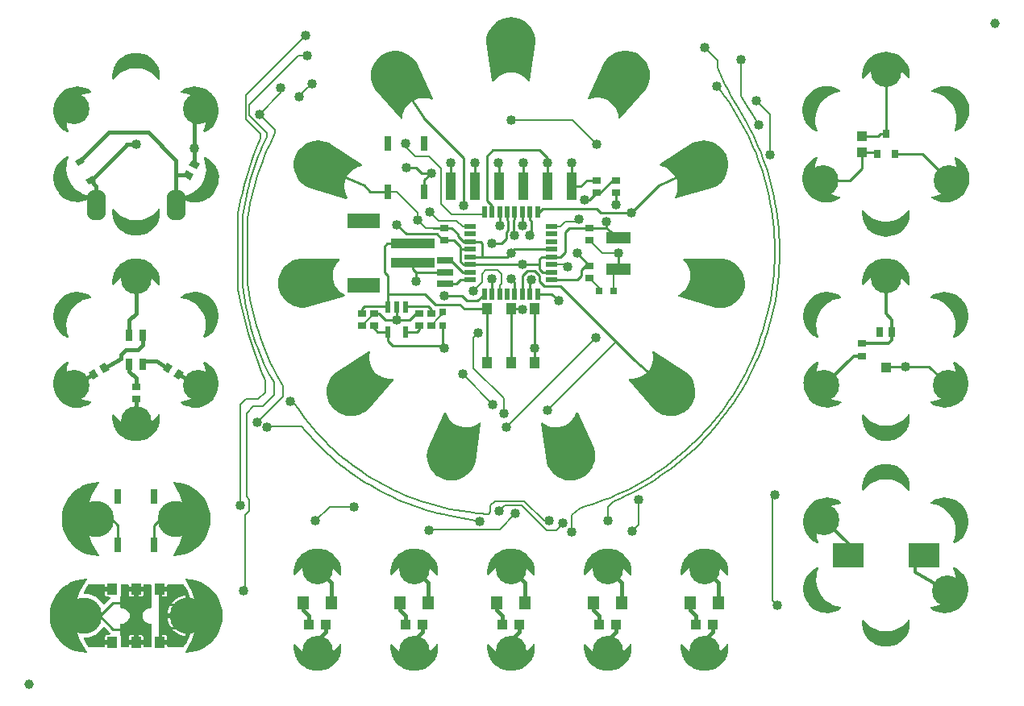
<source format=gbr>
G04 EAGLE Gerber RS-274X export*
G75*
%MOMM*%
%FSLAX34Y34*%
%LPD*%
%INTop Copper*%
%IPPOS*%
%AMOC8*
5,1,8,0,0,1.08239X$1,22.5*%
G01*
%ADD10R,0.700000X1.200000*%
%ADD11R,0.700000X0.900000*%
%ADD12R,0.900000X0.700000*%
%ADD13C,3.216000*%
%ADD14R,3.200000X2.500000*%
%ADD15C,1.428750*%
%ADD16R,0.630000X0.830000*%
%ADD17R,0.800000X0.900000*%
%ADD18R,1.000000X1.100000*%
%ADD19R,0.800000X1.100000*%
%ADD20R,1.000000X1.150000*%
%ADD21C,3.810000*%
%ADD22R,0.762000X1.524000*%
%ADD23R,1.100000X1.000000*%
%ADD24R,1.200000X1.400000*%
%ADD25R,1.270000X0.558800*%
%ADD26R,0.558800X1.270000*%
%ADD27C,4.064000*%
%ADD28R,0.800000X0.800000*%
%ADD29R,2.500000X1.200000*%
%ADD30R,1.700000X0.700000*%
%ADD31R,1.000000X3.000000*%
%ADD32R,4.600000X1.000000*%
%ADD33R,3.400000X1.600000*%
%ADD34R,0.550000X1.200000*%
%ADD35C,1.000000*%
%ADD36C,0.406400*%
%ADD37C,0.254000*%
%ADD38C,0.203200*%
%ADD39C,0.304800*%
%ADD40C,1.016000*%

G36*
X501823Y649903D02*
X501823Y649903D01*
X501965Y649921D01*
X501967Y649922D01*
X501968Y649922D01*
X502093Y649976D01*
X502226Y650033D01*
X502228Y650034D01*
X502229Y650035D01*
X502242Y650046D01*
X502446Y650213D01*
X502464Y650238D01*
X502483Y650255D01*
X504792Y653051D01*
X507456Y655390D01*
X510458Y657274D01*
X513723Y658656D01*
X517166Y659499D01*
X520700Y659783D01*
X524234Y659499D01*
X527677Y658656D01*
X530942Y657274D01*
X533944Y655390D01*
X536608Y653051D01*
X538917Y650255D01*
X538919Y650253D01*
X538920Y650252D01*
X539024Y650157D01*
X539127Y650063D01*
X539129Y650062D01*
X539130Y650061D01*
X539260Y649997D01*
X539382Y649937D01*
X539384Y649937D01*
X539385Y649936D01*
X539526Y649911D01*
X539662Y649886D01*
X539664Y649887D01*
X539665Y649886D01*
X539802Y649901D01*
X539944Y649916D01*
X539946Y649916D01*
X539948Y649917D01*
X540076Y649969D01*
X540208Y650022D01*
X540210Y650023D01*
X540211Y650024D01*
X540319Y650109D01*
X540432Y650197D01*
X540433Y650199D01*
X540434Y650200D01*
X540515Y650313D01*
X540598Y650428D01*
X540599Y650430D01*
X540600Y650431D01*
X540606Y650448D01*
X540694Y650695D01*
X540696Y650726D01*
X540704Y650750D01*
X546704Y690750D01*
X546705Y690883D01*
X546714Y690961D01*
X546478Y694956D01*
X546459Y695048D01*
X546456Y695114D01*
X545598Y699023D01*
X545565Y699111D01*
X545552Y699175D01*
X544093Y702902D01*
X544047Y702984D01*
X544023Y703045D01*
X541999Y706498D01*
X541941Y706571D01*
X541908Y706629D01*
X539369Y709722D01*
X539300Y709786D01*
X539259Y709837D01*
X536267Y712496D01*
X536189Y712547D01*
X536140Y712592D01*
X532769Y714749D01*
X532684Y714788D01*
X532629Y714825D01*
X528962Y716428D01*
X528872Y716454D01*
X528812Y716481D01*
X524939Y717491D01*
X524846Y717502D01*
X524782Y717519D01*
X520800Y717911D01*
X520708Y717908D01*
X520657Y717908D01*
X520600Y717911D01*
X516618Y717519D01*
X516527Y717497D01*
X516461Y717491D01*
X512588Y716480D01*
X512502Y716444D01*
X512438Y716428D01*
X508771Y714824D01*
X508692Y714775D01*
X508631Y714749D01*
X505260Y712592D01*
X505189Y712531D01*
X505133Y712495D01*
X502141Y709837D01*
X502081Y709766D01*
X502031Y709722D01*
X499492Y706629D01*
X499443Y706549D01*
X499401Y706498D01*
X497377Y703045D01*
X497341Y702959D01*
X497308Y702902D01*
X495849Y699175D01*
X495827Y699084D01*
X495802Y699023D01*
X494944Y695114D01*
X494937Y695020D01*
X494923Y694956D01*
X494687Y690961D01*
X494697Y690829D01*
X494696Y690750D01*
X500696Y650750D01*
X500697Y650749D01*
X500697Y650747D01*
X500736Y650616D01*
X500777Y650478D01*
X500778Y650476D01*
X500779Y650474D01*
X500855Y650357D01*
X500931Y650239D01*
X500932Y650237D01*
X500933Y650236D01*
X501040Y650143D01*
X501144Y650051D01*
X501146Y650050D01*
X501148Y650049D01*
X501276Y649990D01*
X501402Y649931D01*
X501404Y649930D01*
X501405Y649929D01*
X501545Y649908D01*
X501683Y649886D01*
X501684Y649886D01*
X501686Y649886D01*
X501823Y649903D01*
G37*
G36*
X586318Y231051D02*
X586318Y231051D01*
X586410Y231066D01*
X586476Y231068D01*
X590409Y231809D01*
X590525Y231849D01*
X590600Y231865D01*
X594313Y233360D01*
X594394Y233406D01*
X594455Y233430D01*
X597888Y235487D01*
X597961Y235546D01*
X598018Y235580D01*
X601087Y238148D01*
X601150Y238218D01*
X601201Y238260D01*
X603831Y241277D01*
X603882Y241355D01*
X603926Y241404D01*
X606051Y244796D01*
X606089Y244881D01*
X606125Y244937D01*
X607693Y248619D01*
X607718Y248709D01*
X607744Y248770D01*
X608718Y252652D01*
X608728Y252745D01*
X608744Y252809D01*
X609098Y256795D01*
X609094Y256888D01*
X609100Y256954D01*
X608826Y260947D01*
X608807Y261038D01*
X608803Y261105D01*
X607908Y265005D01*
X607861Y265129D01*
X607840Y265205D01*
X590855Y301913D01*
X590854Y301915D01*
X590853Y301916D01*
X590778Y302032D01*
X590700Y302152D01*
X590699Y302153D01*
X590698Y302155D01*
X590592Y302246D01*
X590486Y302338D01*
X590484Y302339D01*
X590483Y302340D01*
X590354Y302400D01*
X590228Y302458D01*
X590226Y302458D01*
X590224Y302459D01*
X590086Y302480D01*
X589947Y302502D01*
X589945Y302502D01*
X589943Y302502D01*
X589803Y302484D01*
X589665Y302466D01*
X589663Y302465D01*
X589661Y302465D01*
X589530Y302408D01*
X589404Y302353D01*
X589403Y302352D01*
X589401Y302351D01*
X589292Y302261D01*
X589185Y302172D01*
X589184Y302171D01*
X589182Y302170D01*
X589172Y302154D01*
X589024Y301938D01*
X589014Y301909D01*
X589000Y301887D01*
X587569Y298555D01*
X585669Y295563D01*
X583316Y292911D01*
X580570Y290669D01*
X577502Y288893D01*
X574190Y287629D01*
X570719Y286910D01*
X567177Y286753D01*
X563656Y287162D01*
X560245Y288128D01*
X557032Y289625D01*
X554031Y291661D01*
X554029Y291662D01*
X554028Y291664D01*
X553901Y291725D01*
X553775Y291787D01*
X553774Y291787D01*
X553772Y291788D01*
X553633Y291812D01*
X553495Y291836D01*
X553494Y291836D01*
X553492Y291836D01*
X553355Y291821D01*
X553213Y291806D01*
X553211Y291805D01*
X553209Y291805D01*
X553082Y291753D01*
X552950Y291699D01*
X552948Y291697D01*
X552946Y291697D01*
X552838Y291611D01*
X552726Y291522D01*
X552725Y291521D01*
X552724Y291520D01*
X552643Y291405D01*
X552561Y291291D01*
X552560Y291290D01*
X552559Y291288D01*
X552513Y291156D01*
X552466Y291023D01*
X552466Y291021D01*
X552465Y291020D01*
X552464Y291002D01*
X552449Y290740D01*
X552456Y290709D01*
X552455Y290684D01*
X557923Y250608D01*
X557959Y250480D01*
X557973Y250403D01*
X559320Y246635D01*
X559364Y246552D01*
X559386Y246489D01*
X561306Y242978D01*
X561362Y242903D01*
X561393Y242845D01*
X563839Y239677D01*
X563906Y239612D01*
X563946Y239559D01*
X566858Y236813D01*
X566934Y236760D01*
X566982Y236714D01*
X570287Y234457D01*
X570371Y234416D01*
X570426Y234378D01*
X574043Y232666D01*
X574133Y232638D01*
X574192Y232609D01*
X578033Y231484D01*
X578125Y231471D01*
X578189Y231452D01*
X582158Y230942D01*
X582252Y230943D01*
X582317Y230934D01*
X586318Y231051D01*
G37*
G36*
X459177Y230944D02*
X459177Y230944D01*
X459243Y230942D01*
X463212Y231452D01*
X463302Y231477D01*
X463368Y231485D01*
X467209Y232610D01*
X467294Y232648D01*
X467358Y232666D01*
X470975Y234378D01*
X471053Y234430D01*
X471113Y234457D01*
X474419Y236714D01*
X474488Y236777D01*
X474543Y236814D01*
X477454Y239560D01*
X477513Y239633D01*
X477561Y239678D01*
X480008Y242845D01*
X480054Y242926D01*
X480095Y242978D01*
X482015Y246490D01*
X482048Y246577D01*
X482081Y246635D01*
X483428Y250403D01*
X483455Y250533D01*
X483478Y250608D01*
X488946Y290684D01*
X488946Y290686D01*
X488947Y290688D01*
X488946Y290827D01*
X488945Y290968D01*
X488944Y290970D01*
X488944Y290972D01*
X488904Y291107D01*
X488865Y291241D01*
X488864Y291243D01*
X488863Y291245D01*
X488786Y291365D01*
X488712Y291481D01*
X488711Y291482D01*
X488710Y291484D01*
X488602Y291578D01*
X488499Y291669D01*
X488497Y291670D01*
X488496Y291671D01*
X488368Y291731D01*
X488242Y291791D01*
X488240Y291791D01*
X488238Y291792D01*
X488102Y291813D01*
X487961Y291836D01*
X487959Y291836D01*
X487958Y291836D01*
X487816Y291819D01*
X487679Y291802D01*
X487677Y291802D01*
X487675Y291801D01*
X487658Y291794D01*
X487417Y291692D01*
X487393Y291672D01*
X487370Y291661D01*
X484369Y289625D01*
X481156Y288128D01*
X477745Y287162D01*
X474224Y286753D01*
X470682Y286910D01*
X467211Y287629D01*
X463899Y288893D01*
X460831Y290669D01*
X458085Y292911D01*
X455732Y295563D01*
X453832Y298555D01*
X452401Y301887D01*
X452400Y301889D01*
X452399Y301891D01*
X452325Y302011D01*
X452253Y302130D01*
X452251Y302132D01*
X452250Y302133D01*
X452147Y302228D01*
X452044Y302323D01*
X452042Y302324D01*
X452041Y302325D01*
X451916Y302387D01*
X451789Y302450D01*
X451787Y302450D01*
X451786Y302451D01*
X451646Y302476D01*
X451510Y302501D01*
X451508Y302501D01*
X451506Y302501D01*
X451364Y302487D01*
X451227Y302473D01*
X451225Y302472D01*
X451223Y302472D01*
X451090Y302418D01*
X450963Y302367D01*
X450961Y302366D01*
X450959Y302366D01*
X450847Y302278D01*
X450738Y302193D01*
X450737Y302191D01*
X450736Y302190D01*
X450725Y302175D01*
X450571Y301963D01*
X450561Y301934D01*
X450546Y301913D01*
X433561Y265205D01*
X433522Y265078D01*
X433493Y265005D01*
X432598Y261105D01*
X432590Y261012D01*
X432574Y260947D01*
X432301Y256954D01*
X432307Y256861D01*
X432302Y256795D01*
X432656Y252809D01*
X432678Y252717D01*
X432683Y252652D01*
X433656Y248770D01*
X433692Y248683D01*
X433707Y248619D01*
X435276Y244937D01*
X435324Y244857D01*
X435350Y244795D01*
X437475Y241404D01*
X437535Y241333D01*
X437570Y241276D01*
X440200Y238259D01*
X440270Y238198D01*
X440313Y238148D01*
X443383Y235579D01*
X443462Y235530D01*
X443512Y235487D01*
X446946Y233430D01*
X447032Y233394D01*
X447088Y233359D01*
X450801Y231865D01*
X450920Y231836D01*
X450992Y231809D01*
X454925Y231068D01*
X455018Y231064D01*
X455083Y231051D01*
X459084Y230934D01*
X459177Y230944D01*
G37*
G36*
X693484Y527071D02*
X693484Y527071D01*
X693746Y527093D01*
X693775Y527104D01*
X693800Y527107D01*
X732686Y538235D01*
X732808Y538289D01*
X732882Y538313D01*
X736420Y540185D01*
X736495Y540240D01*
X736554Y540270D01*
X739755Y542672D01*
X739822Y542738D01*
X739875Y542777D01*
X742661Y545650D01*
X742674Y545668D01*
X742691Y545682D01*
X742727Y545737D01*
X742763Y545773D01*
X745065Y549046D01*
X745108Y549129D01*
X745147Y549183D01*
X746909Y552777D01*
X746938Y552866D01*
X746967Y552925D01*
X748146Y556749D01*
X748161Y556842D01*
X748181Y556905D01*
X748746Y560867D01*
X748746Y560960D01*
X748756Y561026D01*
X748695Y565028D01*
X748681Y565120D01*
X748680Y565186D01*
X747994Y569129D01*
X747965Y569218D01*
X747954Y569283D01*
X746659Y573070D01*
X746636Y573116D01*
X746629Y573145D01*
X746597Y573199D01*
X746577Y573251D01*
X744568Y576713D01*
X744510Y576786D01*
X744478Y576844D01*
X741952Y579949D01*
X741884Y580012D01*
X741842Y580064D01*
X738862Y582735D01*
X738785Y582787D01*
X738736Y582832D01*
X735375Y585004D01*
X735290Y585044D01*
X735234Y585080D01*
X731575Y586700D01*
X731485Y586726D01*
X731425Y586753D01*
X727557Y587780D01*
X727464Y587791D01*
X727400Y587809D01*
X723419Y588219D01*
X723325Y588215D01*
X723260Y588223D01*
X719263Y588005D01*
X719172Y587987D01*
X719106Y587984D01*
X715193Y587143D01*
X715105Y587111D01*
X715040Y587098D01*
X711307Y585656D01*
X711191Y585591D01*
X711119Y585560D01*
X677209Y563512D01*
X677207Y563511D01*
X677206Y563510D01*
X677098Y563416D01*
X676995Y563326D01*
X676994Y563324D01*
X676992Y563323D01*
X676916Y563204D01*
X676840Y563087D01*
X676840Y563085D01*
X676839Y563083D01*
X676800Y562951D01*
X676759Y562814D01*
X676759Y562813D01*
X676758Y562811D01*
X676757Y562671D01*
X676755Y562530D01*
X676756Y562528D01*
X676756Y562526D01*
X676794Y562389D01*
X676831Y562256D01*
X676832Y562255D01*
X676833Y562253D01*
X676908Y562131D01*
X676980Y562014D01*
X676982Y562013D01*
X676983Y562011D01*
X677086Y561918D01*
X677190Y561823D01*
X677192Y561822D01*
X677193Y561820D01*
X677210Y561813D01*
X677445Y561697D01*
X677476Y561691D01*
X677499Y561681D01*
X681001Y560740D01*
X684234Y559286D01*
X687194Y557335D01*
X689805Y554937D01*
X692000Y552153D01*
X693723Y549055D01*
X694931Y545722D01*
X695591Y542239D01*
X695688Y538696D01*
X695219Y535182D01*
X694195Y531788D01*
X692608Y528527D01*
X692607Y528525D01*
X692606Y528524D01*
X692564Y528392D01*
X692520Y528257D01*
X692520Y528255D01*
X692520Y528253D01*
X692516Y528114D01*
X692511Y527972D01*
X692512Y527971D01*
X692512Y527969D01*
X692546Y527835D01*
X692581Y527697D01*
X692582Y527695D01*
X692583Y527693D01*
X692656Y527571D01*
X692725Y527452D01*
X692727Y527450D01*
X692728Y527449D01*
X692831Y527352D01*
X692931Y527256D01*
X692933Y527255D01*
X692935Y527254D01*
X693057Y527191D01*
X693184Y527125D01*
X693186Y527125D01*
X693187Y527124D01*
X693323Y527097D01*
X693462Y527069D01*
X693464Y527069D01*
X693466Y527069D01*
X693484Y527071D01*
G37*
G36*
X355676Y298854D02*
X355676Y298854D01*
X355768Y298870D01*
X355834Y298871D01*
X359769Y299602D01*
X359857Y299632D01*
X359923Y299643D01*
X363695Y300981D01*
X363778Y301024D01*
X363840Y301045D01*
X367357Y302956D01*
X367432Y303012D01*
X367490Y303043D01*
X370664Y305480D01*
X370757Y305575D01*
X370817Y305625D01*
X397123Y336350D01*
X397124Y336352D01*
X397125Y336353D01*
X397201Y336473D01*
X397276Y336590D01*
X397276Y336592D01*
X397277Y336593D01*
X397318Y336732D01*
X397356Y336863D01*
X397356Y336864D01*
X397357Y336866D01*
X397357Y337011D01*
X397358Y337147D01*
X397357Y337149D01*
X397357Y337151D01*
X397318Y337287D01*
X397281Y337420D01*
X397280Y337422D01*
X397279Y337424D01*
X397207Y337539D01*
X397130Y337662D01*
X397129Y337663D01*
X397128Y337665D01*
X397023Y337759D01*
X396919Y337852D01*
X396918Y337853D01*
X396916Y337854D01*
X396790Y337915D01*
X396664Y337977D01*
X396662Y337977D01*
X396660Y337978D01*
X396643Y337980D01*
X396384Y338025D01*
X396353Y338022D01*
X396328Y338025D01*
X392702Y337940D01*
X389190Y338422D01*
X385800Y339458D01*
X382618Y341021D01*
X382361Y341203D01*
X379726Y343071D01*
X377199Y345556D01*
X375099Y348413D01*
X373482Y351568D01*
X372389Y354940D01*
X371847Y358443D01*
X371871Y361988D01*
X372473Y365564D01*
X372473Y365566D01*
X372473Y365568D01*
X372476Y365704D01*
X372480Y365849D01*
X372480Y365850D01*
X372480Y365852D01*
X372444Y365986D01*
X372409Y366124D01*
X372408Y366125D01*
X372407Y366127D01*
X372335Y366247D01*
X372264Y366368D01*
X372262Y366369D01*
X372261Y366371D01*
X372158Y366467D01*
X372056Y366563D01*
X372055Y366564D01*
X372053Y366565D01*
X371925Y366630D01*
X371803Y366692D01*
X371802Y366693D01*
X371800Y366694D01*
X371662Y366720D01*
X371524Y366747D01*
X371522Y366747D01*
X371521Y366747D01*
X371381Y366734D01*
X371241Y366722D01*
X371239Y366721D01*
X371237Y366721D01*
X371221Y366714D01*
X370976Y366619D01*
X370951Y366600D01*
X370928Y366590D01*
X336766Y344936D01*
X336664Y344850D01*
X336600Y344805D01*
X333735Y342011D01*
X333678Y341937D01*
X333630Y341891D01*
X331237Y338683D01*
X331192Y338601D01*
X331152Y338549D01*
X329290Y335006D01*
X329259Y334918D01*
X329227Y334860D01*
X327943Y331069D01*
X327925Y330977D01*
X327904Y330915D01*
X327228Y326970D01*
X327225Y326877D01*
X327213Y326811D01*
X327163Y322810D01*
X327175Y322717D01*
X327173Y322651D01*
X327749Y318690D01*
X327776Y318600D01*
X327785Y318535D01*
X328973Y314713D01*
X329006Y314645D01*
X329017Y314600D01*
X329026Y314585D01*
X329032Y314565D01*
X330804Y310977D01*
X330857Y310899D01*
X330885Y310840D01*
X333197Y307572D01*
X333281Y307483D01*
X333327Y307422D01*
X336231Y304669D01*
X336307Y304614D01*
X336355Y304568D01*
X339654Y302303D01*
X339738Y302261D01*
X339792Y302223D01*
X343405Y300502D01*
X343495Y300474D01*
X343554Y300445D01*
X347392Y299310D01*
X347484Y299296D01*
X347548Y299277D01*
X351516Y298756D01*
X351609Y298757D01*
X351675Y298748D01*
X355676Y298854D01*
G37*
G36*
X347884Y526968D02*
X347884Y526968D01*
X347886Y526968D01*
X348025Y526988D01*
X348163Y527008D01*
X348165Y527009D01*
X348167Y527009D01*
X348296Y527068D01*
X348422Y527125D01*
X348424Y527126D01*
X348425Y527127D01*
X348532Y527218D01*
X348639Y527309D01*
X348640Y527311D01*
X348641Y527312D01*
X348717Y527426D01*
X348796Y527546D01*
X348796Y527548D01*
X348798Y527549D01*
X348839Y527682D01*
X348881Y527817D01*
X348881Y527819D01*
X348882Y527821D01*
X348884Y527960D01*
X348888Y528101D01*
X348887Y528103D01*
X348887Y528105D01*
X348882Y528122D01*
X348815Y528376D01*
X348799Y528403D01*
X348792Y528427D01*
X347205Y531688D01*
X346181Y535082D01*
X345712Y538596D01*
X345809Y542139D01*
X346469Y545622D01*
X347677Y548955D01*
X349400Y552053D01*
X351595Y554837D01*
X354206Y557235D01*
X357166Y559186D01*
X360399Y560640D01*
X363901Y561581D01*
X363903Y561582D01*
X363905Y561582D01*
X364034Y561637D01*
X364163Y561692D01*
X364164Y561694D01*
X364166Y561694D01*
X364273Y561782D01*
X364383Y561872D01*
X364384Y561874D01*
X364386Y561875D01*
X364466Y561991D01*
X364545Y562106D01*
X364546Y562107D01*
X364547Y562109D01*
X364591Y562241D01*
X364636Y562375D01*
X364636Y562377D01*
X364636Y562379D01*
X364642Y562518D01*
X364648Y562659D01*
X364648Y562661D01*
X364648Y562663D01*
X364615Y562797D01*
X364582Y562935D01*
X364581Y562937D01*
X364580Y562939D01*
X364511Y563060D01*
X364441Y563182D01*
X364439Y563184D01*
X364438Y563185D01*
X364425Y563198D01*
X364237Y563381D01*
X364210Y563395D01*
X364191Y563412D01*
X330281Y585460D01*
X330161Y585516D01*
X330093Y585556D01*
X326360Y586998D01*
X326269Y587019D01*
X326207Y587044D01*
X322294Y587884D01*
X322201Y587891D01*
X322137Y587905D01*
X318140Y588123D01*
X318047Y588115D01*
X317981Y588119D01*
X314000Y587709D01*
X313909Y587687D01*
X313843Y587681D01*
X309975Y586653D01*
X309889Y586617D01*
X309825Y586600D01*
X306165Y584980D01*
X306086Y584931D01*
X306025Y584905D01*
X302664Y582732D01*
X302593Y582671D01*
X302538Y582636D01*
X299558Y579964D01*
X299497Y579893D01*
X299448Y579849D01*
X296922Y576744D01*
X296874Y576664D01*
X296832Y576613D01*
X294823Y573151D01*
X294810Y573118D01*
X294793Y573093D01*
X294773Y573030D01*
X294741Y572970D01*
X293446Y569183D01*
X293428Y569091D01*
X293406Y569029D01*
X292720Y565086D01*
X292717Y564993D01*
X292705Y564928D01*
X292644Y560926D01*
X292656Y560833D01*
X292654Y560767D01*
X293220Y556805D01*
X293246Y556715D01*
X293255Y556650D01*
X294433Y552825D01*
X294473Y552740D01*
X294492Y552677D01*
X296254Y549083D01*
X296306Y549006D01*
X296335Y548946D01*
X298637Y545673D01*
X298660Y545649D01*
X298676Y545621D01*
X298715Y545585D01*
X298739Y545550D01*
X301525Y542677D01*
X301599Y542620D01*
X301645Y542572D01*
X304846Y540170D01*
X304928Y540125D01*
X304981Y540085D01*
X308518Y538213D01*
X308643Y538168D01*
X308714Y538135D01*
X347600Y527007D01*
X347602Y527006D01*
X347604Y527006D01*
X347743Y526987D01*
X347882Y526968D01*
X347884Y526968D01*
G37*
G36*
X689819Y298758D02*
X689819Y298758D01*
X689885Y298756D01*
X693853Y299277D01*
X693944Y299302D01*
X694009Y299310D01*
X697847Y300445D01*
X697932Y300484D01*
X697996Y300502D01*
X701609Y302223D01*
X701687Y302275D01*
X701747Y302303D01*
X705046Y304568D01*
X705115Y304631D01*
X705170Y304668D01*
X708074Y307422D01*
X708151Y307518D01*
X708204Y307572D01*
X710516Y310840D01*
X710558Y310923D01*
X710597Y310977D01*
X712369Y314565D01*
X712398Y314654D01*
X712428Y314713D01*
X713616Y318535D01*
X713631Y318627D01*
X713651Y318690D01*
X714227Y322651D01*
X714228Y322744D01*
X714238Y322810D01*
X714187Y326811D01*
X714173Y326904D01*
X714173Y326970D01*
X713497Y330915D01*
X713468Y331004D01*
X713458Y331069D01*
X712173Y334859D01*
X712131Y334943D01*
X712110Y335006D01*
X710249Y338549D01*
X710194Y338624D01*
X710164Y338683D01*
X707771Y341891D01*
X707705Y341958D01*
X707666Y342011D01*
X704801Y344805D01*
X704694Y344884D01*
X704635Y344936D01*
X670473Y366590D01*
X670471Y366591D01*
X670470Y366592D01*
X670345Y366648D01*
X670214Y366707D01*
X670212Y366708D01*
X670210Y366709D01*
X670073Y366728D01*
X669932Y366748D01*
X669931Y366748D01*
X669929Y366748D01*
X669791Y366729D01*
X669651Y366709D01*
X669649Y366708D01*
X669647Y366708D01*
X669519Y366650D01*
X669391Y366594D01*
X669390Y366592D01*
X669388Y366592D01*
X669278Y366499D01*
X669174Y366411D01*
X669172Y366409D01*
X669171Y366408D01*
X669091Y366288D01*
X669015Y366175D01*
X669015Y366173D01*
X669014Y366171D01*
X668970Y366033D01*
X668929Y365904D01*
X668929Y365902D01*
X668928Y365900D01*
X668928Y365881D01*
X668920Y365620D01*
X668928Y365590D01*
X668928Y365564D01*
X669530Y361988D01*
X669554Y358443D01*
X669012Y354940D01*
X667919Y351568D01*
X666302Y348413D01*
X664202Y345556D01*
X661675Y343071D01*
X658783Y341021D01*
X655601Y339458D01*
X652211Y338422D01*
X648699Y337940D01*
X645073Y338025D01*
X645071Y338025D01*
X645069Y338026D01*
X644931Y338009D01*
X644791Y337992D01*
X644789Y337992D01*
X644787Y337991D01*
X644659Y337937D01*
X644529Y337882D01*
X644527Y337881D01*
X644526Y337880D01*
X644414Y337790D01*
X644308Y337704D01*
X644306Y337702D01*
X644305Y337701D01*
X644223Y337584D01*
X644144Y337471D01*
X644144Y337469D01*
X644143Y337467D01*
X644098Y337335D01*
X644052Y337202D01*
X644052Y337200D01*
X644051Y337198D01*
X644045Y337056D01*
X644038Y336918D01*
X644039Y336916D01*
X644039Y336914D01*
X644071Y336777D01*
X644103Y336641D01*
X644104Y336640D01*
X644105Y336638D01*
X644114Y336623D01*
X644243Y336394D01*
X644265Y336372D01*
X644278Y336350D01*
X670584Y305625D01*
X670683Y305538D01*
X670737Y305480D01*
X673911Y303043D01*
X673977Y303005D01*
X673990Y302993D01*
X674010Y302983D01*
X674044Y302956D01*
X677561Y301045D01*
X677648Y301012D01*
X677706Y300980D01*
X681478Y299643D01*
X681570Y299624D01*
X681632Y299602D01*
X685567Y298871D01*
X685660Y298867D01*
X685725Y298854D01*
X689726Y298748D01*
X689819Y298758D01*
G37*
G36*
X743947Y412630D02*
X743947Y412630D01*
X744038Y412650D01*
X744104Y412654D01*
X748001Y413566D01*
X748088Y413600D01*
X748153Y413615D01*
X751859Y415125D01*
X751940Y415172D01*
X752001Y415197D01*
X755425Y417269D01*
X755498Y417328D01*
X755555Y417362D01*
X758613Y419943D01*
X758675Y420013D01*
X758726Y420055D01*
X761342Y423084D01*
X761393Y423163D01*
X761437Y423212D01*
X763547Y426613D01*
X763585Y426699D01*
X763620Y426754D01*
X765173Y430443D01*
X765197Y430533D01*
X765223Y430594D01*
X766179Y434481D01*
X766181Y434502D01*
X766182Y434503D01*
X766182Y434507D01*
X766191Y434603D01*
X766208Y434678D01*
X766387Y438676D01*
X766378Y438768D01*
X766378Y438770D01*
X766382Y438835D01*
X766380Y438848D01*
X766266Y439863D01*
X766266Y439864D01*
X765934Y442812D01*
X765910Y442902D01*
X765904Y442968D01*
X764839Y446826D01*
X764802Y446912D01*
X764785Y446976D01*
X763130Y450620D01*
X763080Y450699D01*
X763053Y450759D01*
X760849Y454099D01*
X760787Y454170D01*
X760751Y454225D01*
X758051Y457179D01*
X757979Y457239D01*
X757934Y457288D01*
X754806Y459784D01*
X754725Y459831D01*
X754674Y459873D01*
X751193Y461849D01*
X751106Y461883D01*
X751049Y461916D01*
X747302Y463323D01*
X747211Y463343D01*
X747149Y463367D01*
X743229Y464170D01*
X743096Y464179D01*
X743019Y464191D01*
X702572Y463958D01*
X702570Y463957D01*
X702568Y463958D01*
X702427Y463936D01*
X702291Y463916D01*
X702289Y463915D01*
X702287Y463915D01*
X702163Y463858D01*
X702032Y463798D01*
X702031Y463797D01*
X702029Y463796D01*
X701925Y463707D01*
X701816Y463614D01*
X701815Y463612D01*
X701814Y463611D01*
X701738Y463495D01*
X701660Y463376D01*
X701659Y463374D01*
X701658Y463373D01*
X701617Y463236D01*
X701576Y463104D01*
X701576Y463103D01*
X701575Y463101D01*
X701573Y462958D01*
X701570Y462820D01*
X701571Y462818D01*
X701571Y462816D01*
X701607Y462684D01*
X701644Y462546D01*
X701645Y462544D01*
X701645Y462542D01*
X701654Y462527D01*
X701790Y462302D01*
X701813Y462281D01*
X701827Y462260D01*
X704265Y459576D01*
X706200Y456605D01*
X707637Y453365D01*
X708539Y449936D01*
X708882Y446408D01*
X708659Y442870D01*
X707874Y439413D01*
X706548Y436125D01*
X704716Y433091D01*
X702422Y430387D01*
X699727Y428084D01*
X696630Y426198D01*
X696629Y426197D01*
X696627Y426196D01*
X696519Y426107D01*
X696410Y426018D01*
X696409Y426016D01*
X696408Y426015D01*
X696330Y425901D01*
X696249Y425783D01*
X696249Y425781D01*
X696248Y425780D01*
X696204Y425648D01*
X696159Y425514D01*
X696159Y425512D01*
X696159Y425510D01*
X696153Y425366D01*
X696148Y425230D01*
X696148Y425228D01*
X696148Y425226D01*
X696182Y425091D01*
X696216Y424953D01*
X696217Y424952D01*
X696217Y424950D01*
X696287Y424829D01*
X696357Y424707D01*
X696359Y424706D01*
X696360Y424704D01*
X696460Y424608D01*
X696562Y424509D01*
X696563Y424508D01*
X696565Y424507D01*
X696581Y424499D01*
X696813Y424376D01*
X696843Y424370D01*
X696866Y424359D01*
X735601Y412715D01*
X735732Y412695D01*
X735808Y412675D01*
X739796Y412339D01*
X739889Y412344D01*
X739955Y412338D01*
X743947Y412630D01*
G37*
G36*
X634738Y610941D02*
X634738Y610941D01*
X634877Y610955D01*
X634878Y610955D01*
X634880Y610955D01*
X635012Y611008D01*
X635141Y611059D01*
X635143Y611060D01*
X635145Y611060D01*
X635159Y611072D01*
X635367Y611232D01*
X635385Y611257D01*
X635405Y611273D01*
X662063Y641692D01*
X662136Y641803D01*
X662185Y641864D01*
X664145Y645353D01*
X664179Y645440D01*
X664212Y645498D01*
X665602Y649251D01*
X665621Y649342D01*
X665645Y649404D01*
X666431Y653328D01*
X666434Y653387D01*
X666438Y653399D01*
X666439Y653436D01*
X666450Y653487D01*
X666612Y657485D01*
X666603Y657578D01*
X666606Y657645D01*
X666140Y661620D01*
X666117Y661710D01*
X666110Y661776D01*
X665028Y665629D01*
X664991Y665715D01*
X664973Y665779D01*
X663302Y669415D01*
X663252Y669494D01*
X663225Y669554D01*
X661006Y672885D01*
X660943Y672955D01*
X660907Y673010D01*
X658194Y675953D01*
X658122Y676012D01*
X658077Y676061D01*
X654938Y678543D01*
X654832Y678605D01*
X654770Y678650D01*
X651207Y680472D01*
X651118Y680502D01*
X651060Y680533D01*
X647255Y681775D01*
X647163Y681791D01*
X647100Y681812D01*
X643148Y682443D01*
X643055Y682445D01*
X642989Y682456D01*
X638987Y682461D01*
X638895Y682448D01*
X638828Y682449D01*
X634875Y681828D01*
X634785Y681801D01*
X634720Y681791D01*
X630912Y680559D01*
X630828Y680518D01*
X630765Y680499D01*
X627196Y678687D01*
X627120Y678633D01*
X627060Y678604D01*
X623819Y676256D01*
X623752Y676191D01*
X623698Y676152D01*
X620864Y673326D01*
X620808Y673252D01*
X620761Y673205D01*
X618404Y669971D01*
X618341Y669854D01*
X618298Y669789D01*
X601737Y632887D01*
X601737Y632885D01*
X601736Y632883D01*
X601697Y632748D01*
X601658Y632614D01*
X601658Y632612D01*
X601658Y632610D01*
X601658Y632468D01*
X601658Y632329D01*
X601659Y632328D01*
X601659Y632326D01*
X601699Y632188D01*
X601737Y632056D01*
X601738Y632055D01*
X601739Y632053D01*
X601814Y631934D01*
X601888Y631816D01*
X601890Y631814D01*
X601891Y631813D01*
X601996Y631719D01*
X602101Y631626D01*
X602102Y631626D01*
X602104Y631624D01*
X602232Y631563D01*
X602357Y631503D01*
X602359Y631503D01*
X602361Y631502D01*
X602499Y631479D01*
X602637Y631456D01*
X602639Y631456D01*
X602641Y631456D01*
X602659Y631459D01*
X602920Y631489D01*
X602948Y631501D01*
X602973Y631504D01*
X606427Y632610D01*
X609932Y633139D01*
X613477Y633103D01*
X616971Y632502D01*
X617551Y632303D01*
X620324Y631351D01*
X623451Y629681D01*
X626271Y627533D01*
X628713Y624963D01*
X630714Y622037D01*
X632223Y618829D01*
X633201Y615422D01*
X633633Y611821D01*
X633634Y611819D01*
X633633Y611817D01*
X633670Y611682D01*
X633706Y611546D01*
X633707Y611545D01*
X633708Y611543D01*
X633780Y611423D01*
X633852Y611303D01*
X633854Y611301D01*
X633855Y611300D01*
X633958Y611204D01*
X634061Y611109D01*
X634062Y611108D01*
X634064Y611107D01*
X634187Y611045D01*
X634314Y610981D01*
X634316Y610980D01*
X634318Y610980D01*
X634453Y610955D01*
X634594Y610928D01*
X634596Y610928D01*
X634598Y610928D01*
X634738Y610941D01*
G37*
G36*
X405613Y610706D02*
X405613Y610706D01*
X405753Y610724D01*
X405755Y610725D01*
X405757Y610725D01*
X405883Y610781D01*
X406014Y610838D01*
X406015Y610840D01*
X406017Y610840D01*
X406123Y610929D01*
X406232Y611020D01*
X406233Y611022D01*
X406235Y611023D01*
X406312Y611138D01*
X406392Y611256D01*
X406392Y611257D01*
X406393Y611259D01*
X406399Y611276D01*
X406480Y611526D01*
X406481Y611557D01*
X406488Y611581D01*
X406920Y615182D01*
X407898Y618589D01*
X409407Y621797D01*
X411408Y624723D01*
X413850Y627293D01*
X416670Y629441D01*
X419797Y631111D01*
X423150Y632262D01*
X426644Y632863D01*
X430189Y632899D01*
X433694Y632370D01*
X437148Y631264D01*
X437150Y631264D01*
X437151Y631263D01*
X437292Y631240D01*
X437428Y631216D01*
X437430Y631217D01*
X437432Y631216D01*
X437573Y631233D01*
X437710Y631248D01*
X437712Y631249D01*
X437714Y631249D01*
X437842Y631303D01*
X437973Y631357D01*
X437975Y631358D01*
X437976Y631359D01*
X438084Y631445D01*
X438195Y631534D01*
X438197Y631536D01*
X438198Y631537D01*
X438278Y631650D01*
X438360Y631766D01*
X438360Y631768D01*
X438361Y631769D01*
X438407Y631901D01*
X438453Y632034D01*
X438453Y632036D01*
X438454Y632038D01*
X438461Y632175D01*
X438469Y632318D01*
X438468Y632320D01*
X438469Y632322D01*
X438464Y632340D01*
X438405Y632595D01*
X438390Y632622D01*
X438384Y632647D01*
X421823Y669549D01*
X421752Y669661D01*
X421717Y669731D01*
X419360Y672965D01*
X419295Y673033D01*
X419257Y673086D01*
X416423Y675913D01*
X416348Y675969D01*
X416302Y676016D01*
X413061Y678364D01*
X412978Y678408D01*
X412925Y678447D01*
X409356Y680259D01*
X409268Y680289D01*
X409209Y680320D01*
X405401Y681551D01*
X405309Y681567D01*
X405246Y681588D01*
X401293Y682209D01*
X401199Y682211D01*
X401134Y682221D01*
X397132Y682216D01*
X397039Y682203D01*
X396973Y682203D01*
X393021Y681572D01*
X392932Y681545D01*
X392866Y681535D01*
X389061Y680293D01*
X388977Y680252D01*
X388914Y680232D01*
X385351Y678410D01*
X385250Y678340D01*
X385183Y678303D01*
X382044Y675821D01*
X381979Y675753D01*
X381927Y675713D01*
X379214Y672770D01*
X379161Y672693D01*
X379116Y672645D01*
X376897Y669314D01*
X376856Y669230D01*
X376819Y669175D01*
X375148Y665539D01*
X375121Y665449D01*
X375093Y665389D01*
X374012Y661536D01*
X373999Y661443D01*
X373981Y661380D01*
X373516Y657405D01*
X373518Y657311D01*
X373510Y657245D01*
X373672Y653247D01*
X373676Y653222D01*
X373676Y653211D01*
X373684Y653181D01*
X373688Y653155D01*
X373691Y653088D01*
X374476Y649164D01*
X374507Y649076D01*
X374520Y649011D01*
X375909Y645258D01*
X375954Y645176D01*
X375976Y645113D01*
X377936Y641624D01*
X377993Y641550D01*
X378008Y641524D01*
X378021Y641512D01*
X378058Y641452D01*
X404716Y611033D01*
X404718Y611032D01*
X404719Y611030D01*
X404829Y610936D01*
X404932Y610847D01*
X404934Y610847D01*
X404935Y610845D01*
X405067Y610786D01*
X405190Y610729D01*
X405192Y610729D01*
X405194Y610728D01*
X405334Y610707D01*
X405471Y610687D01*
X405473Y610687D01*
X405475Y610687D01*
X405613Y610706D01*
G37*
G36*
X302519Y412485D02*
X302519Y412485D01*
X302585Y412479D01*
X306573Y412815D01*
X306702Y412845D01*
X306780Y412855D01*
X345515Y424499D01*
X345517Y424499D01*
X345519Y424500D01*
X345644Y424558D01*
X345773Y424618D01*
X345775Y424619D01*
X345776Y424620D01*
X345882Y424712D01*
X345988Y424804D01*
X345989Y424805D01*
X345991Y424807D01*
X346068Y424926D01*
X346143Y425042D01*
X346144Y425044D01*
X346145Y425046D01*
X346186Y425183D01*
X346226Y425314D01*
X346226Y425316D01*
X346227Y425318D01*
X346228Y425458D01*
X346230Y425598D01*
X346230Y425600D01*
X346230Y425602D01*
X346193Y425736D01*
X346155Y425873D01*
X346154Y425874D01*
X346154Y425876D01*
X346083Y425992D01*
X346007Y426115D01*
X346006Y426117D01*
X346005Y426118D01*
X345992Y426129D01*
X345798Y426308D01*
X345770Y426321D01*
X345751Y426338D01*
X342654Y428224D01*
X339959Y430527D01*
X337665Y433231D01*
X335833Y436265D01*
X334507Y439553D01*
X333722Y443010D01*
X333499Y446548D01*
X333842Y450076D01*
X334744Y453505D01*
X336181Y456745D01*
X338116Y459716D01*
X340554Y462400D01*
X340556Y462401D01*
X340557Y462403D01*
X340635Y462519D01*
X340714Y462635D01*
X340715Y462637D01*
X340716Y462638D01*
X340759Y462771D01*
X340803Y462905D01*
X340803Y462907D01*
X340803Y462909D01*
X340808Y463049D01*
X340813Y463189D01*
X340812Y463191D01*
X340812Y463193D01*
X340778Y463328D01*
X340743Y463465D01*
X340742Y463467D01*
X340742Y463468D01*
X340673Y463585D01*
X340601Y463711D01*
X340599Y463712D01*
X340598Y463714D01*
X340500Y463807D01*
X340395Y463907D01*
X340393Y463908D01*
X340392Y463909D01*
X340267Y463974D01*
X340143Y464039D01*
X340141Y464039D01*
X340140Y464040D01*
X340122Y464043D01*
X339865Y464096D01*
X339834Y464093D01*
X339809Y464098D01*
X299362Y464331D01*
X299231Y464313D01*
X299152Y464310D01*
X295232Y463507D01*
X295144Y463476D01*
X295079Y463463D01*
X291332Y462056D01*
X291250Y462012D01*
X291188Y461989D01*
X287707Y460013D01*
X287633Y459956D01*
X287575Y459924D01*
X284446Y457429D01*
X284382Y457361D01*
X284330Y457320D01*
X281630Y454365D01*
X281577Y454288D01*
X281532Y454240D01*
X279328Y450899D01*
X279288Y450815D01*
X279251Y450760D01*
X277596Y447116D01*
X277569Y447026D01*
X277542Y446966D01*
X276477Y443108D01*
X276465Y443015D01*
X276447Y442952D01*
X275999Y438975D01*
X276002Y438881D01*
X275994Y438816D01*
X276173Y434818D01*
X276192Y434716D01*
X276192Y434695D01*
X276198Y434671D01*
X276202Y434620D01*
X277158Y430734D01*
X277193Y430648D01*
X277208Y430583D01*
X278761Y426894D01*
X278809Y426814D01*
X278834Y426753D01*
X280945Y423353D01*
X281005Y423281D01*
X281039Y423224D01*
X283655Y420196D01*
X283726Y420134D01*
X283769Y420084D01*
X286826Y417502D01*
X286906Y417452D01*
X286956Y417409D01*
X290380Y415337D01*
X290466Y415300D01*
X290522Y415266D01*
X294228Y413755D01*
X294319Y413732D01*
X294380Y413706D01*
X298277Y412794D01*
X298370Y412786D01*
X298434Y412770D01*
X302426Y412478D01*
X302519Y412485D01*
G37*
G36*
X176487Y55889D02*
X176487Y55889D01*
X176554Y55888D01*
X176645Y55909D01*
X176737Y55921D01*
X176799Y55945D01*
X176864Y55960D01*
X176946Y56004D01*
X177032Y56038D01*
X177086Y56077D01*
X177146Y56108D01*
X177215Y56170D01*
X177290Y56224D01*
X177332Y56276D01*
X177382Y56321D01*
X177479Y56449D01*
X179279Y59166D01*
X179283Y59175D01*
X179353Y59295D01*
X182401Y65324D01*
X182405Y65334D01*
X182460Y65460D01*
X184072Y69862D01*
X184104Y70000D01*
X184139Y70137D01*
X184140Y70161D01*
X184143Y70172D01*
X184142Y70191D01*
X184149Y70298D01*
X184149Y87630D01*
X184134Y87748D01*
X184127Y87867D01*
X184114Y87905D01*
X184109Y87945D01*
X184066Y88056D01*
X184029Y88169D01*
X184007Y88203D01*
X183992Y88241D01*
X183922Y88337D01*
X183859Y88438D01*
X183829Y88466D01*
X183805Y88498D01*
X183714Y88574D01*
X183627Y88656D01*
X183592Y88675D01*
X183561Y88701D01*
X183453Y88752D01*
X183349Y88809D01*
X183309Y88820D01*
X183273Y88837D01*
X183156Y88859D01*
X183041Y88889D01*
X182980Y88893D01*
X182960Y88897D01*
X182940Y88895D01*
X182880Y88899D01*
X181609Y88899D01*
X181609Y88901D01*
X182880Y88901D01*
X182998Y88916D01*
X183117Y88923D01*
X183155Y88936D01*
X183195Y88941D01*
X183306Y88985D01*
X183419Y89021D01*
X183454Y89043D01*
X183491Y89058D01*
X183587Y89128D01*
X183688Y89191D01*
X183716Y89221D01*
X183749Y89245D01*
X183824Y89336D01*
X183906Y89423D01*
X183926Y89458D01*
X183951Y89490D01*
X184002Y89597D01*
X184060Y89702D01*
X184070Y89741D01*
X184087Y89777D01*
X184109Y89894D01*
X184139Y90009D01*
X184143Y90070D01*
X184147Y90090D01*
X184145Y90110D01*
X184149Y90170D01*
X184149Y107502D01*
X184131Y107643D01*
X184117Y107784D01*
X184111Y107807D01*
X184109Y107818D01*
X184102Y107835D01*
X184072Y107938D01*
X182460Y112340D01*
X182455Y112349D01*
X182401Y112476D01*
X181181Y114889D01*
X181173Y114901D01*
X181158Y114933D01*
X178206Y120246D01*
X178194Y120264D01*
X178155Y120330D01*
X177479Y121351D01*
X177440Y121397D01*
X177425Y121421D01*
X177422Y121423D01*
X177400Y121458D01*
X177332Y121522D01*
X177272Y121592D01*
X177217Y121630D01*
X177168Y121676D01*
X177087Y121721D01*
X177011Y121774D01*
X176948Y121797D01*
X176890Y121830D01*
X176800Y121853D01*
X176713Y121885D01*
X176646Y121892D01*
X176582Y121909D01*
X176421Y121919D01*
X160810Y121919D01*
X160692Y121904D01*
X160573Y121897D01*
X160535Y121884D01*
X160494Y121879D01*
X160384Y121836D01*
X160271Y121799D01*
X160236Y121777D01*
X160199Y121762D01*
X160103Y121693D01*
X160002Y121629D01*
X159974Y121599D01*
X159941Y121576D01*
X159865Y121484D01*
X159784Y121397D01*
X159764Y121362D01*
X159739Y121331D01*
X159688Y121223D01*
X159630Y121119D01*
X159620Y121079D01*
X159603Y121043D01*
X159581Y120926D01*
X159551Y120811D01*
X159547Y120751D01*
X159543Y120731D01*
X159545Y120710D01*
X159544Y120694D01*
X159543Y120693D01*
X159543Y120692D01*
X159541Y120650D01*
X159541Y119649D01*
X153230Y119649D01*
X153112Y119634D01*
X152993Y119627D01*
X152955Y119614D01*
X152915Y119609D01*
X152804Y119566D01*
X152691Y119529D01*
X152657Y119507D01*
X152619Y119492D01*
X152523Y119423D01*
X152422Y119359D01*
X152394Y119329D01*
X152362Y119306D01*
X152286Y119214D01*
X152204Y119127D01*
X152185Y119092D01*
X152159Y119061D01*
X152108Y118953D01*
X152051Y118849D01*
X152041Y118809D01*
X152023Y118773D01*
X152001Y118656D01*
X151971Y118541D01*
X151967Y118481D01*
X151964Y118461D01*
X151965Y118440D01*
X151961Y118380D01*
X151961Y117101D01*
X151861Y117069D01*
X151826Y117047D01*
X151789Y117032D01*
X151693Y116962D01*
X151592Y116899D01*
X151564Y116869D01*
X151531Y116845D01*
X151456Y116754D01*
X151374Y116667D01*
X151354Y116632D01*
X151329Y116600D01*
X151278Y116493D01*
X151220Y116388D01*
X151210Y116349D01*
X151193Y116313D01*
X151171Y116196D01*
X151141Y116080D01*
X151137Y116020D01*
X151133Y116000D01*
X151135Y115980D01*
X151131Y115920D01*
X151131Y61880D01*
X151146Y61762D01*
X151153Y61643D01*
X151166Y61605D01*
X151171Y61565D01*
X151214Y61454D01*
X151251Y61341D01*
X151273Y61307D01*
X151288Y61269D01*
X151358Y61173D01*
X151421Y61072D01*
X151451Y61044D01*
X151474Y61012D01*
X151566Y60936D01*
X151653Y60854D01*
X151688Y60835D01*
X151719Y60809D01*
X151827Y60758D01*
X151931Y60701D01*
X151961Y60693D01*
X151961Y59420D01*
X151976Y59302D01*
X151983Y59183D01*
X151996Y59145D01*
X152001Y59104D01*
X152045Y58994D01*
X152081Y58881D01*
X152103Y58846D01*
X152118Y58809D01*
X152188Y58712D01*
X152251Y58612D01*
X152281Y58584D01*
X152305Y58551D01*
X152396Y58475D01*
X152483Y58394D01*
X152518Y58374D01*
X152550Y58349D01*
X152657Y58298D01*
X152762Y58240D01*
X152801Y58230D01*
X152837Y58213D01*
X152954Y58191D01*
X153070Y58161D01*
X153130Y58157D01*
X153150Y58153D01*
X153170Y58155D01*
X153230Y58151D01*
X159541Y58151D01*
X159541Y57150D01*
X159556Y57032D01*
X159563Y56913D01*
X159576Y56875D01*
X159581Y56834D01*
X159624Y56724D01*
X159661Y56611D01*
X159683Y56576D01*
X159698Y56539D01*
X159767Y56443D01*
X159831Y56342D01*
X159861Y56314D01*
X159884Y56281D01*
X159976Y56205D01*
X160063Y56124D01*
X160098Y56104D01*
X160129Y56079D01*
X160237Y56028D01*
X160341Y55970D01*
X160381Y55960D01*
X160417Y55943D01*
X160534Y55921D01*
X160649Y55891D01*
X160709Y55887D01*
X160729Y55883D01*
X160750Y55885D01*
X160810Y55881D01*
X176421Y55881D01*
X176487Y55889D01*
G37*
G36*
X118308Y55896D02*
X118308Y55896D01*
X118427Y55903D01*
X118465Y55916D01*
X118506Y55921D01*
X118616Y55964D01*
X118729Y56001D01*
X118764Y56023D01*
X118801Y56038D01*
X118897Y56107D01*
X118998Y56171D01*
X119026Y56201D01*
X119059Y56224D01*
X119135Y56316D01*
X119216Y56403D01*
X119236Y56438D01*
X119261Y56469D01*
X119312Y56577D01*
X119370Y56681D01*
X119380Y56721D01*
X119397Y56757D01*
X119419Y56874D01*
X119449Y56989D01*
X119453Y57049D01*
X119457Y57069D01*
X119455Y57090D01*
X119459Y57150D01*
X119459Y58151D01*
X125770Y58151D01*
X125888Y58166D01*
X126007Y58173D01*
X126045Y58185D01*
X126085Y58191D01*
X126196Y58234D01*
X126309Y58271D01*
X126343Y58293D01*
X126381Y58308D01*
X126477Y58377D01*
X126578Y58441D01*
X126606Y58471D01*
X126638Y58494D01*
X126714Y58586D01*
X126796Y58673D01*
X126815Y58708D01*
X126841Y58739D01*
X126892Y58847D01*
X126949Y58951D01*
X126959Y58991D01*
X126977Y59027D01*
X126997Y59134D01*
X127001Y59104D01*
X127045Y58994D01*
X127081Y58881D01*
X127103Y58846D01*
X127118Y58809D01*
X127188Y58712D01*
X127251Y58612D01*
X127281Y58584D01*
X127305Y58551D01*
X127396Y58475D01*
X127483Y58394D01*
X127518Y58374D01*
X127550Y58349D01*
X127657Y58298D01*
X127762Y58240D01*
X127801Y58230D01*
X127837Y58213D01*
X127954Y58191D01*
X128070Y58161D01*
X128130Y58157D01*
X128150Y58153D01*
X128170Y58155D01*
X128230Y58151D01*
X134541Y58151D01*
X134541Y57150D01*
X134556Y57032D01*
X134563Y56913D01*
X134576Y56875D01*
X134581Y56834D01*
X134624Y56724D01*
X134661Y56611D01*
X134683Y56576D01*
X134698Y56539D01*
X134767Y56443D01*
X134831Y56342D01*
X134861Y56314D01*
X134884Y56281D01*
X134976Y56205D01*
X135063Y56124D01*
X135098Y56104D01*
X135129Y56079D01*
X135237Y56028D01*
X135341Y55970D01*
X135381Y55960D01*
X135417Y55943D01*
X135534Y55921D01*
X135649Y55891D01*
X135709Y55887D01*
X135729Y55883D01*
X135750Y55885D01*
X135810Y55881D01*
X141920Y55881D01*
X142038Y55896D01*
X142157Y55903D01*
X142195Y55916D01*
X142236Y55921D01*
X142346Y55964D01*
X142459Y56001D01*
X142494Y56023D01*
X142531Y56038D01*
X142627Y56107D01*
X142728Y56171D01*
X142756Y56201D01*
X142789Y56224D01*
X142865Y56316D01*
X142946Y56403D01*
X142966Y56438D01*
X142991Y56469D01*
X143042Y56577D01*
X143100Y56681D01*
X143110Y56721D01*
X143127Y56757D01*
X143149Y56874D01*
X143179Y56989D01*
X143183Y57049D01*
X143187Y57069D01*
X143185Y57090D01*
X143189Y57150D01*
X143189Y67993D01*
X143198Y68005D01*
X143266Y68077D01*
X143295Y68130D01*
X143332Y68178D01*
X143372Y68269D01*
X143420Y68356D01*
X143435Y68414D01*
X143459Y68470D01*
X143474Y68568D01*
X143499Y68663D01*
X143505Y68764D01*
X143509Y68784D01*
X143507Y68796D01*
X143509Y68824D01*
X143509Y79570D01*
X143494Y79688D01*
X143487Y79807D01*
X143474Y79845D01*
X143469Y79886D01*
X143426Y79996D01*
X143389Y80109D01*
X143367Y80144D01*
X143352Y80181D01*
X143283Y80277D01*
X143219Y80378D01*
X143189Y80406D01*
X143166Y80439D01*
X143074Y80515D01*
X142987Y80596D01*
X142952Y80616D01*
X142921Y80641D01*
X142813Y80692D01*
X142709Y80750D01*
X142669Y80760D01*
X142633Y80777D01*
X142516Y80799D01*
X142401Y80829D01*
X142341Y80833D01*
X142321Y80837D01*
X142300Y80835D01*
X142240Y80839D01*
X140397Y80839D01*
X137434Y82066D01*
X135166Y84334D01*
X133939Y87297D01*
X133939Y90503D01*
X135166Y93466D01*
X137434Y95734D01*
X140397Y96961D01*
X142240Y96961D01*
X142358Y96976D01*
X142477Y96983D01*
X142515Y96996D01*
X142556Y97001D01*
X142666Y97044D01*
X142779Y97081D01*
X142814Y97103D01*
X142851Y97118D01*
X142947Y97187D01*
X143048Y97251D01*
X143076Y97281D01*
X143109Y97304D01*
X143185Y97396D01*
X143266Y97483D01*
X143286Y97518D01*
X143311Y97549D01*
X143362Y97657D01*
X143420Y97761D01*
X143430Y97801D01*
X143447Y97837D01*
X143469Y97954D01*
X143499Y98069D01*
X143503Y98129D01*
X143507Y98149D01*
X143505Y98170D01*
X143509Y98230D01*
X143509Y108976D01*
X143497Y109074D01*
X143494Y109173D01*
X143477Y109231D01*
X143469Y109291D01*
X143433Y109384D01*
X143405Y109479D01*
X143375Y109531D01*
X143352Y109587D01*
X143294Y109667D01*
X143244Y109753D01*
X143189Y109815D01*
X143189Y120650D01*
X143174Y120768D01*
X143167Y120887D01*
X143154Y120925D01*
X143149Y120966D01*
X143106Y121076D01*
X143069Y121189D01*
X143047Y121224D01*
X143032Y121261D01*
X142963Y121357D01*
X142899Y121458D01*
X142869Y121486D01*
X142846Y121519D01*
X142754Y121595D01*
X142667Y121676D01*
X142632Y121696D01*
X142601Y121721D01*
X142493Y121772D01*
X142389Y121830D01*
X142349Y121840D01*
X142313Y121857D01*
X142196Y121879D01*
X142081Y121909D01*
X142021Y121913D01*
X142001Y121917D01*
X141980Y121915D01*
X141920Y121919D01*
X135810Y121919D01*
X135692Y121904D01*
X135573Y121897D01*
X135535Y121884D01*
X135494Y121879D01*
X135384Y121836D01*
X135271Y121799D01*
X135236Y121777D01*
X135199Y121762D01*
X135103Y121693D01*
X135002Y121629D01*
X134974Y121599D01*
X134941Y121576D01*
X134865Y121484D01*
X134784Y121397D01*
X134764Y121362D01*
X134739Y121331D01*
X134688Y121223D01*
X134630Y121119D01*
X134620Y121079D01*
X134603Y121043D01*
X134581Y120926D01*
X134551Y120811D01*
X134547Y120751D01*
X134543Y120731D01*
X134545Y120710D01*
X134544Y120694D01*
X134543Y120693D01*
X134543Y120692D01*
X134541Y120650D01*
X134541Y119649D01*
X128230Y119649D01*
X128112Y119634D01*
X127993Y119627D01*
X127955Y119614D01*
X127915Y119609D01*
X127804Y119566D01*
X127691Y119529D01*
X127657Y119507D01*
X127619Y119492D01*
X127523Y119423D01*
X127422Y119359D01*
X127394Y119329D01*
X127362Y119306D01*
X127286Y119214D01*
X127204Y119127D01*
X127185Y119092D01*
X127159Y119061D01*
X127108Y118953D01*
X127051Y118849D01*
X127041Y118809D01*
X127023Y118773D01*
X127003Y118666D01*
X126999Y118696D01*
X126955Y118806D01*
X126919Y118919D01*
X126897Y118954D01*
X126882Y118991D01*
X126812Y119087D01*
X126749Y119188D01*
X126719Y119216D01*
X126695Y119249D01*
X126604Y119325D01*
X126517Y119406D01*
X126482Y119426D01*
X126450Y119451D01*
X126343Y119502D01*
X126238Y119560D01*
X126199Y119570D01*
X126163Y119587D01*
X126046Y119609D01*
X125930Y119639D01*
X125870Y119643D01*
X125850Y119647D01*
X125830Y119645D01*
X125770Y119649D01*
X119459Y119649D01*
X119459Y120650D01*
X119444Y120768D01*
X119437Y120887D01*
X119424Y120925D01*
X119419Y120966D01*
X119376Y121076D01*
X119339Y121189D01*
X119317Y121224D01*
X119302Y121261D01*
X119233Y121357D01*
X119169Y121458D01*
X119139Y121486D01*
X119116Y121519D01*
X119024Y121595D01*
X118937Y121676D01*
X118902Y121696D01*
X118871Y121721D01*
X118763Y121772D01*
X118659Y121830D01*
X118619Y121840D01*
X118583Y121857D01*
X118466Y121879D01*
X118351Y121909D01*
X118291Y121913D01*
X118271Y121917D01*
X118250Y121915D01*
X118190Y121919D01*
X112080Y121919D01*
X111962Y121904D01*
X111843Y121897D01*
X111805Y121884D01*
X111764Y121879D01*
X111654Y121836D01*
X111541Y121799D01*
X111506Y121777D01*
X111469Y121762D01*
X111373Y121693D01*
X111272Y121629D01*
X111244Y121599D01*
X111211Y121576D01*
X111135Y121484D01*
X111054Y121397D01*
X111034Y121362D01*
X111009Y121331D01*
X110958Y121223D01*
X110900Y121119D01*
X110890Y121079D01*
X110873Y121043D01*
X110851Y120926D01*
X110821Y120811D01*
X110817Y120751D01*
X110813Y120731D01*
X110815Y120710D01*
X110814Y120694D01*
X110813Y120693D01*
X110813Y120692D01*
X110811Y120650D01*
X110811Y109807D01*
X110802Y109795D01*
X110734Y109723D01*
X110705Y109670D01*
X110668Y109622D01*
X110628Y109531D01*
X110580Y109444D01*
X110565Y109386D01*
X110541Y109330D01*
X110526Y109232D01*
X110501Y109137D01*
X110495Y109036D01*
X110491Y109016D01*
X110493Y109004D01*
X110491Y108976D01*
X110491Y98230D01*
X110506Y98112D01*
X110513Y97993D01*
X110526Y97955D01*
X110531Y97914D01*
X110574Y97804D01*
X110611Y97691D01*
X110633Y97656D01*
X110648Y97619D01*
X110718Y97523D01*
X110781Y97422D01*
X110811Y97394D01*
X110834Y97361D01*
X110926Y97285D01*
X111013Y97204D01*
X111048Y97184D01*
X111079Y97159D01*
X111187Y97108D01*
X111291Y97050D01*
X111331Y97040D01*
X111367Y97023D01*
X111484Y97001D01*
X111599Y96971D01*
X111660Y96967D01*
X111680Y96963D01*
X111700Y96965D01*
X111760Y96961D01*
X113603Y96961D01*
X116566Y95734D01*
X118834Y93466D01*
X120061Y90503D01*
X120061Y87297D01*
X118834Y84334D01*
X116566Y82066D01*
X113603Y80839D01*
X111760Y80839D01*
X111642Y80824D01*
X111523Y80817D01*
X111485Y80804D01*
X111444Y80799D01*
X111334Y80756D01*
X111221Y80719D01*
X111186Y80697D01*
X111149Y80682D01*
X111053Y80613D01*
X110952Y80549D01*
X110924Y80519D01*
X110891Y80496D01*
X110816Y80404D01*
X110734Y80317D01*
X110714Y80282D01*
X110689Y80251D01*
X110638Y80143D01*
X110580Y80039D01*
X110570Y79999D01*
X110553Y79963D01*
X110531Y79846D01*
X110501Y79731D01*
X110497Y79671D01*
X110493Y79651D01*
X110495Y79630D01*
X110491Y79570D01*
X110491Y68824D01*
X110503Y68726D01*
X110506Y68627D01*
X110523Y68569D01*
X110531Y68509D01*
X110567Y68417D01*
X110595Y68321D01*
X110625Y68269D01*
X110648Y68213D01*
X110706Y68133D01*
X110756Y68048D01*
X110811Y67985D01*
X110811Y57150D01*
X110826Y57032D01*
X110833Y56913D01*
X110846Y56875D01*
X110851Y56834D01*
X110894Y56724D01*
X110931Y56611D01*
X110953Y56576D01*
X110968Y56539D01*
X111037Y56443D01*
X111101Y56342D01*
X111131Y56314D01*
X111154Y56281D01*
X111246Y56205D01*
X111333Y56124D01*
X111368Y56104D01*
X111399Y56079D01*
X111507Y56028D01*
X111611Y55970D01*
X111651Y55960D01*
X111687Y55943D01*
X111804Y55921D01*
X111919Y55891D01*
X111979Y55887D01*
X111999Y55883D01*
X112020Y55885D01*
X112080Y55881D01*
X118190Y55881D01*
X118308Y55896D01*
G37*
G36*
X87633Y151773D02*
X87633Y151773D01*
X87681Y151768D01*
X87744Y151784D01*
X87808Y151791D01*
X87851Y151813D01*
X87898Y151825D01*
X87951Y151862D01*
X88009Y151891D01*
X88042Y151927D01*
X88082Y151955D01*
X88118Y152008D01*
X88162Y152055D01*
X88181Y152100D01*
X88208Y152140D01*
X88224Y152202D01*
X88249Y152262D01*
X88251Y152310D01*
X88263Y152357D01*
X88256Y152421D01*
X88258Y152486D01*
X88243Y152532D01*
X88238Y152580D01*
X88204Y152653D01*
X88189Y152699D01*
X88173Y152720D01*
X88159Y152750D01*
X84079Y158910D01*
X80763Y165470D01*
X78235Y172373D01*
X76531Y179524D01*
X75673Y186824D01*
X75673Y194176D01*
X76531Y201476D01*
X78235Y208627D01*
X80763Y215530D01*
X84079Y222090D01*
X88159Y228250D01*
X88178Y228294D01*
X88206Y228334D01*
X88222Y228397D01*
X88248Y228456D01*
X88250Y228504D01*
X88262Y228551D01*
X88256Y228616D01*
X88259Y228680D01*
X88245Y228726D01*
X88240Y228775D01*
X88211Y228832D01*
X88192Y228894D01*
X88162Y228932D01*
X88141Y228976D01*
X88094Y229020D01*
X88055Y229071D01*
X88013Y229097D01*
X87978Y229130D01*
X87919Y229156D01*
X87864Y229190D01*
X87816Y229199D01*
X87772Y229218D01*
X87692Y229224D01*
X87644Y229234D01*
X87618Y229230D01*
X87585Y229233D01*
X82163Y228845D01*
X82126Y228835D01*
X82073Y228832D01*
X76761Y227676D01*
X76726Y227662D01*
X76674Y227651D01*
X72069Y225933D01*
X71581Y225751D01*
X71548Y225732D01*
X71499Y225714D01*
X66728Y223108D01*
X66698Y223085D01*
X66652Y223060D01*
X62300Y219802D01*
X62274Y219774D01*
X62231Y219743D01*
X58387Y215899D01*
X58366Y215867D01*
X58328Y215830D01*
X55071Y211479D01*
X55053Y211444D01*
X55022Y211402D01*
X52416Y206631D01*
X52412Y206618D01*
X52404Y206594D01*
X52379Y206549D01*
X50479Y201456D01*
X50472Y201418D01*
X50454Y201369D01*
X49298Y196057D01*
X49297Y196019D01*
X49285Y195967D01*
X48897Y190545D01*
X48901Y190507D01*
X48897Y190455D01*
X49285Y185033D01*
X49295Y184996D01*
X49298Y184943D01*
X50454Y179631D01*
X50468Y179596D01*
X50479Y179544D01*
X52379Y174451D01*
X52398Y174418D01*
X52416Y174369D01*
X55022Y169598D01*
X55045Y169568D01*
X55071Y169522D01*
X58328Y165170D01*
X58356Y165144D01*
X58387Y165101D01*
X62231Y161257D01*
X62263Y161236D01*
X62300Y161198D01*
X66652Y157941D01*
X66686Y157923D01*
X66728Y157892D01*
X71499Y155286D01*
X71535Y155274D01*
X71581Y155249D01*
X76674Y153349D01*
X76712Y153342D01*
X76761Y153324D01*
X82073Y152168D01*
X82111Y152167D01*
X82163Y152155D01*
X87585Y151767D01*
X87633Y151773D01*
G37*
G36*
X74933Y50173D02*
X74933Y50173D01*
X74981Y50168D01*
X75044Y50184D01*
X75108Y50191D01*
X75151Y50213D01*
X75198Y50225D01*
X75251Y50262D01*
X75309Y50291D01*
X75342Y50327D01*
X75382Y50355D01*
X75418Y50408D01*
X75462Y50455D01*
X75481Y50500D01*
X75508Y50540D01*
X75524Y50602D01*
X75549Y50662D01*
X75551Y50710D01*
X75563Y50757D01*
X75556Y50821D01*
X75558Y50886D01*
X75543Y50932D01*
X75538Y50980D01*
X75504Y51053D01*
X75489Y51099D01*
X75473Y51120D01*
X75459Y51150D01*
X71379Y57310D01*
X68063Y63870D01*
X65535Y70773D01*
X63831Y77924D01*
X62973Y85224D01*
X62973Y92576D01*
X63831Y99876D01*
X65535Y107027D01*
X68063Y113930D01*
X71379Y120490D01*
X75459Y126650D01*
X75478Y126694D01*
X75506Y126734D01*
X75522Y126797D01*
X75548Y126856D01*
X75550Y126904D01*
X75562Y126951D01*
X75556Y127016D01*
X75559Y127080D01*
X75545Y127126D01*
X75540Y127175D01*
X75511Y127232D01*
X75492Y127294D01*
X75462Y127332D01*
X75441Y127376D01*
X75394Y127420D01*
X75355Y127471D01*
X75313Y127497D01*
X75278Y127530D01*
X75219Y127556D01*
X75164Y127590D01*
X75116Y127599D01*
X75072Y127618D01*
X74992Y127624D01*
X74944Y127634D01*
X74918Y127630D01*
X74885Y127633D01*
X69463Y127245D01*
X69426Y127235D01*
X69373Y127232D01*
X64061Y126076D01*
X64026Y126062D01*
X63974Y126051D01*
X59369Y124333D01*
X58881Y124151D01*
X58848Y124132D01*
X58799Y124114D01*
X54028Y121508D01*
X53998Y121485D01*
X53952Y121460D01*
X49600Y118202D01*
X49574Y118174D01*
X49531Y118143D01*
X45687Y114299D01*
X45666Y114267D01*
X45628Y114230D01*
X42371Y109879D01*
X42353Y109844D01*
X42322Y109802D01*
X39716Y105031D01*
X39712Y105018D01*
X39704Y104994D01*
X39679Y104949D01*
X37779Y99856D01*
X37772Y99818D01*
X37754Y99769D01*
X36598Y94457D01*
X36597Y94419D01*
X36585Y94367D01*
X36197Y88945D01*
X36201Y88907D01*
X36197Y88855D01*
X36585Y83433D01*
X36595Y83396D01*
X36598Y83343D01*
X37754Y78031D01*
X37768Y77996D01*
X37779Y77944D01*
X39679Y72851D01*
X39698Y72818D01*
X39716Y72769D01*
X42322Y67998D01*
X42345Y67968D01*
X42371Y67922D01*
X45628Y63570D01*
X45656Y63544D01*
X45687Y63501D01*
X49531Y59657D01*
X49563Y59636D01*
X49600Y59598D01*
X53952Y56341D01*
X53986Y56323D01*
X54028Y56292D01*
X58799Y53686D01*
X58835Y53674D01*
X58881Y53649D01*
X63974Y51749D01*
X64012Y51742D01*
X64061Y51724D01*
X69373Y50568D01*
X69411Y50567D01*
X69463Y50555D01*
X74885Y50167D01*
X74933Y50173D01*
G37*
G36*
X166382Y151770D02*
X166382Y151770D01*
X166415Y151767D01*
X171837Y152155D01*
X171874Y152165D01*
X171927Y152168D01*
X177239Y153324D01*
X177274Y153338D01*
X177326Y153349D01*
X179989Y154342D01*
X182419Y155249D01*
X182452Y155268D01*
X182501Y155286D01*
X187272Y157892D01*
X187302Y157915D01*
X187349Y157941D01*
X191700Y161198D01*
X191726Y161226D01*
X191769Y161257D01*
X195613Y165101D01*
X195634Y165133D01*
X195672Y165170D01*
X198930Y169522D01*
X198947Y169556D01*
X198978Y169598D01*
X201584Y174369D01*
X201596Y174405D01*
X201621Y174451D01*
X203521Y179544D01*
X203528Y179582D01*
X203546Y179631D01*
X204702Y184943D01*
X204703Y184981D01*
X204715Y185033D01*
X205103Y190455D01*
X205099Y190493D01*
X205103Y190545D01*
X204715Y195967D01*
X204705Y196004D01*
X204702Y196057D01*
X203546Y201369D01*
X203532Y201404D01*
X203521Y201456D01*
X201621Y206549D01*
X201602Y206582D01*
X201584Y206631D01*
X198978Y211402D01*
X198955Y211432D01*
X198930Y211479D01*
X195672Y215830D01*
X195644Y215856D01*
X195613Y215899D01*
X191769Y219743D01*
X191737Y219764D01*
X191700Y219802D01*
X187349Y223060D01*
X187314Y223077D01*
X187272Y223108D01*
X182501Y225714D01*
X182465Y225726D01*
X182419Y225751D01*
X177326Y227651D01*
X177288Y227658D01*
X177239Y227676D01*
X171927Y228832D01*
X171889Y228833D01*
X171837Y228845D01*
X166415Y229233D01*
X166367Y229227D01*
X166319Y229232D01*
X166256Y229216D01*
X166192Y229209D01*
X166149Y229187D01*
X166102Y229175D01*
X166049Y229138D01*
X165991Y229109D01*
X165958Y229073D01*
X165918Y229045D01*
X165882Y228992D01*
X165838Y228945D01*
X165819Y228900D01*
X165792Y228860D01*
X165776Y228798D01*
X165751Y228738D01*
X165749Y228690D01*
X165737Y228643D01*
X165744Y228579D01*
X165742Y228514D01*
X165757Y228468D01*
X165762Y228420D01*
X165796Y228347D01*
X165811Y228301D01*
X165827Y228280D01*
X165841Y228250D01*
X169921Y222090D01*
X173237Y215530D01*
X175765Y208627D01*
X177469Y201476D01*
X178327Y194176D01*
X178327Y186824D01*
X177469Y179524D01*
X175765Y172373D01*
X173237Y165470D01*
X169921Y158910D01*
X165841Y152750D01*
X165822Y152706D01*
X165794Y152666D01*
X165778Y152603D01*
X165752Y152544D01*
X165750Y152496D01*
X165738Y152449D01*
X165744Y152384D01*
X165741Y152320D01*
X165755Y152274D01*
X165760Y152226D01*
X165789Y152168D01*
X165808Y152106D01*
X165838Y152068D01*
X165859Y152024D01*
X165906Y151980D01*
X165945Y151929D01*
X165987Y151903D01*
X166022Y151870D01*
X166081Y151845D01*
X166136Y151810D01*
X166184Y151801D01*
X166228Y151782D01*
X166308Y151776D01*
X166356Y151766D01*
X166382Y151770D01*
G37*
G36*
X179082Y50170D02*
X179082Y50170D01*
X179115Y50167D01*
X184537Y50555D01*
X184574Y50565D01*
X184627Y50568D01*
X189939Y51724D01*
X189974Y51738D01*
X190026Y51749D01*
X192689Y52742D01*
X195119Y53649D01*
X195152Y53668D01*
X195201Y53686D01*
X199972Y56292D01*
X200002Y56315D01*
X200049Y56341D01*
X204400Y59598D01*
X204426Y59626D01*
X204469Y59657D01*
X208313Y63501D01*
X208334Y63533D01*
X208372Y63570D01*
X211630Y67922D01*
X211647Y67956D01*
X211678Y67998D01*
X214284Y72769D01*
X214296Y72805D01*
X214321Y72851D01*
X216221Y77944D01*
X216228Y77982D01*
X216246Y78031D01*
X217402Y83343D01*
X217403Y83381D01*
X217415Y83433D01*
X217803Y88855D01*
X217799Y88893D01*
X217803Y88945D01*
X217415Y94367D01*
X217405Y94404D01*
X217402Y94457D01*
X216246Y99769D01*
X216232Y99804D01*
X216221Y99856D01*
X214321Y104949D01*
X214302Y104982D01*
X214284Y105031D01*
X211678Y109802D01*
X211655Y109832D01*
X211630Y109879D01*
X208372Y114230D01*
X208344Y114256D01*
X208313Y114299D01*
X204469Y118143D01*
X204437Y118164D01*
X204400Y118202D01*
X200049Y121460D01*
X200014Y121477D01*
X199972Y121508D01*
X195201Y124114D01*
X195165Y124126D01*
X195119Y124151D01*
X190026Y126051D01*
X189988Y126058D01*
X189939Y126076D01*
X184627Y127232D01*
X184589Y127233D01*
X184537Y127245D01*
X179115Y127633D01*
X179067Y127627D01*
X179019Y127632D01*
X178956Y127616D01*
X178892Y127609D01*
X178849Y127587D01*
X178802Y127575D01*
X178749Y127538D01*
X178691Y127509D01*
X178658Y127473D01*
X178618Y127445D01*
X178582Y127392D01*
X178538Y127345D01*
X178519Y127300D01*
X178492Y127260D01*
X178476Y127198D01*
X178451Y127138D01*
X178449Y127090D01*
X178437Y127043D01*
X178444Y126979D01*
X178442Y126914D01*
X178457Y126868D01*
X178462Y126820D01*
X178496Y126747D01*
X178511Y126701D01*
X178527Y126680D01*
X178541Y126650D01*
X182621Y120490D01*
X185937Y113930D01*
X188465Y107027D01*
X190169Y99876D01*
X191027Y92576D01*
X191027Y85224D01*
X190169Y77924D01*
X188465Y70773D01*
X185937Y63870D01*
X182621Y57310D01*
X178541Y51150D01*
X178522Y51106D01*
X178494Y51066D01*
X178478Y51003D01*
X178452Y50944D01*
X178450Y50896D01*
X178438Y50849D01*
X178444Y50784D01*
X178441Y50720D01*
X178455Y50674D01*
X178460Y50626D01*
X178489Y50568D01*
X178508Y50506D01*
X178538Y50468D01*
X178559Y50424D01*
X178606Y50380D01*
X178645Y50329D01*
X178687Y50303D01*
X178722Y50270D01*
X178781Y50245D01*
X178836Y50210D01*
X178884Y50201D01*
X178928Y50182D01*
X179008Y50176D01*
X179056Y50166D01*
X179082Y50170D01*
G37*
G36*
X130682Y488397D02*
X130682Y488397D01*
X130772Y488415D01*
X130836Y488418D01*
X134385Y489179D01*
X134471Y489211D01*
X134534Y489224D01*
X137925Y490519D01*
X138005Y490563D01*
X138066Y490586D01*
X141218Y492384D01*
X141232Y492395D01*
X141247Y492402D01*
X141296Y492443D01*
X141347Y492471D01*
X144188Y494731D01*
X144250Y494797D01*
X144302Y494837D01*
X146763Y497503D01*
X146815Y497578D01*
X146860Y497626D01*
X148885Y500638D01*
X148925Y500719D01*
X148962Y500773D01*
X150503Y504059D01*
X150529Y504146D01*
X150558Y504205D01*
X151578Y507688D01*
X151591Y507778D01*
X151610Y507840D01*
X152086Y511438D01*
X152085Y511530D01*
X152095Y511594D01*
X152015Y515222D01*
X152006Y515276D01*
X152007Y515330D01*
X151983Y515415D01*
X151969Y515503D01*
X151946Y515552D01*
X151932Y515604D01*
X151885Y515679D01*
X151847Y515760D01*
X151811Y515800D01*
X151783Y515846D01*
X151717Y515906D01*
X151659Y515973D01*
X151613Y516001D01*
X151573Y516038D01*
X151494Y516077D01*
X151419Y516125D01*
X151367Y516140D01*
X151318Y516164D01*
X151231Y516180D01*
X151146Y516205D01*
X151092Y516205D01*
X151039Y516215D01*
X150950Y516205D01*
X150862Y516206D01*
X150810Y516191D01*
X150756Y516185D01*
X150674Y516152D01*
X150588Y516128D01*
X150542Y516099D01*
X150492Y516079D01*
X150437Y516034D01*
X150347Y515977D01*
X150284Y515908D01*
X150233Y515866D01*
X147478Y512691D01*
X144354Y509988D01*
X140877Y507756D01*
X137119Y506042D01*
X133155Y504879D01*
X129066Y504292D01*
X124934Y504292D01*
X120845Y504879D01*
X116881Y506042D01*
X113123Y507756D01*
X109646Y509988D01*
X106522Y512691D01*
X103767Y515866D01*
X103726Y515901D01*
X103692Y515943D01*
X103619Y515994D01*
X103552Y516052D01*
X103503Y516075D01*
X103459Y516106D01*
X103375Y516134D01*
X103294Y516172D01*
X103241Y516180D01*
X103190Y516197D01*
X103101Y516202D01*
X103013Y516215D01*
X102960Y516208D01*
X102906Y516211D01*
X102819Y516190D01*
X102731Y516179D01*
X102682Y516158D01*
X102629Y516145D01*
X102552Y516101D01*
X102470Y516066D01*
X102429Y516032D01*
X102382Y516005D01*
X102320Y515942D01*
X102251Y515885D01*
X102221Y515841D01*
X102183Y515802D01*
X102141Y515724D01*
X102090Y515651D01*
X102073Y515600D01*
X102048Y515552D01*
X102034Y515482D01*
X102001Y515381D01*
X101997Y515287D01*
X101985Y515222D01*
X101905Y511594D01*
X101916Y511503D01*
X101914Y511438D01*
X102390Y507840D01*
X102414Y507752D01*
X102422Y507688D01*
X103442Y504205D01*
X103480Y504122D01*
X103497Y504059D01*
X105038Y500773D01*
X105088Y500697D01*
X105115Y500638D01*
X107140Y497626D01*
X107201Y497558D01*
X107237Y497503D01*
X109698Y494837D01*
X109769Y494779D01*
X109812Y494731D01*
X112653Y492471D01*
X112688Y492451D01*
X112709Y492431D01*
X112751Y492410D01*
X112782Y492384D01*
X115934Y490586D01*
X116019Y490552D01*
X116075Y490519D01*
X119466Y489224D01*
X119554Y489203D01*
X119615Y489179D01*
X123164Y488418D01*
X123254Y488411D01*
X123318Y488397D01*
X126941Y488186D01*
X127008Y488192D01*
X127059Y488186D01*
X130682Y488397D01*
G37*
G36*
X918082Y56597D02*
X918082Y56597D01*
X918172Y56615D01*
X918236Y56618D01*
X921785Y57379D01*
X921871Y57411D01*
X921934Y57424D01*
X925325Y58719D01*
X925405Y58763D01*
X925466Y58786D01*
X928618Y60584D01*
X928632Y60595D01*
X928647Y60602D01*
X928696Y60643D01*
X928747Y60671D01*
X931588Y62931D01*
X931650Y62997D01*
X931702Y63037D01*
X934163Y65703D01*
X934215Y65778D01*
X934260Y65826D01*
X936285Y68838D01*
X936325Y68919D01*
X936362Y68973D01*
X937903Y72259D01*
X937929Y72346D01*
X937958Y72405D01*
X938978Y75888D01*
X938991Y75978D01*
X939010Y76040D01*
X939486Y79638D01*
X939485Y79730D01*
X939495Y79794D01*
X939415Y83422D01*
X939406Y83476D01*
X939407Y83530D01*
X939383Y83615D01*
X939369Y83703D01*
X939346Y83752D01*
X939332Y83804D01*
X939285Y83879D01*
X939247Y83960D01*
X939211Y84000D01*
X939183Y84046D01*
X939117Y84106D01*
X939059Y84173D01*
X939013Y84201D01*
X938973Y84238D01*
X938894Y84277D01*
X938819Y84325D01*
X938767Y84340D01*
X938718Y84364D01*
X938631Y84380D01*
X938546Y84405D01*
X938492Y84405D01*
X938439Y84415D01*
X938350Y84405D01*
X938262Y84406D01*
X938210Y84391D01*
X938156Y84385D01*
X938074Y84352D01*
X937988Y84328D01*
X937942Y84299D01*
X937892Y84279D01*
X937837Y84234D01*
X937747Y84177D01*
X937684Y84108D01*
X937633Y84066D01*
X934878Y80891D01*
X931754Y78188D01*
X928277Y75956D01*
X924519Y74242D01*
X920555Y73079D01*
X916466Y72492D01*
X912334Y72492D01*
X908245Y73079D01*
X904281Y74242D01*
X900523Y75956D01*
X897046Y78188D01*
X893922Y80891D01*
X891167Y84066D01*
X891126Y84101D01*
X891092Y84143D01*
X891019Y84194D01*
X890952Y84252D01*
X890903Y84275D01*
X890859Y84306D01*
X890775Y84334D01*
X890694Y84372D01*
X890641Y84380D01*
X890590Y84397D01*
X890501Y84402D01*
X890413Y84415D01*
X890360Y84408D01*
X890306Y84411D01*
X890219Y84390D01*
X890131Y84379D01*
X890082Y84358D01*
X890029Y84345D01*
X889952Y84301D01*
X889870Y84266D01*
X889829Y84232D01*
X889782Y84205D01*
X889720Y84142D01*
X889651Y84085D01*
X889621Y84041D01*
X889583Y84002D01*
X889541Y83924D01*
X889490Y83851D01*
X889473Y83800D01*
X889448Y83752D01*
X889434Y83682D01*
X889401Y83581D01*
X889397Y83487D01*
X889385Y83422D01*
X889305Y79794D01*
X889316Y79703D01*
X889314Y79638D01*
X889790Y76040D01*
X889814Y75952D01*
X889822Y75888D01*
X890842Y72405D01*
X890880Y72322D01*
X890897Y72259D01*
X892438Y68973D01*
X892488Y68897D01*
X892515Y68838D01*
X894540Y65826D01*
X894601Y65758D01*
X894637Y65703D01*
X897098Y63037D01*
X897169Y62979D01*
X897212Y62931D01*
X900053Y60671D01*
X900088Y60651D01*
X900109Y60631D01*
X900151Y60610D01*
X900182Y60584D01*
X903334Y58786D01*
X903419Y58752D01*
X903475Y58719D01*
X906866Y57424D01*
X906954Y57403D01*
X907015Y57379D01*
X910564Y56618D01*
X910654Y56611D01*
X910718Y56597D01*
X914341Y56386D01*
X914408Y56392D01*
X914459Y56386D01*
X918082Y56597D01*
G37*
G36*
X625982Y31267D02*
X625982Y31267D01*
X626072Y31285D01*
X626136Y31288D01*
X629685Y32049D01*
X629771Y32081D01*
X629834Y32094D01*
X633225Y33389D01*
X633305Y33433D01*
X633366Y33456D01*
X636518Y35254D01*
X636532Y35265D01*
X636547Y35272D01*
X636596Y35313D01*
X636647Y35341D01*
X639488Y37601D01*
X639550Y37667D01*
X639602Y37707D01*
X642063Y40373D01*
X642115Y40448D01*
X642160Y40496D01*
X644185Y43508D01*
X644225Y43589D01*
X644262Y43643D01*
X645803Y46929D01*
X645829Y47016D01*
X645858Y47075D01*
X646878Y50558D01*
X646891Y50648D01*
X646910Y50710D01*
X647386Y54308D01*
X647385Y54400D01*
X647395Y54464D01*
X647315Y58092D01*
X647306Y58146D01*
X647307Y58200D01*
X647283Y58285D01*
X647269Y58373D01*
X647246Y58422D01*
X647232Y58474D01*
X647185Y58549D01*
X647147Y58630D01*
X647111Y58670D01*
X647083Y58716D01*
X647017Y58776D01*
X646959Y58843D01*
X646913Y58871D01*
X646873Y58908D01*
X646794Y58947D01*
X646719Y58995D01*
X646667Y59010D01*
X646618Y59034D01*
X646531Y59050D01*
X646446Y59075D01*
X646392Y59075D01*
X646339Y59085D01*
X646250Y59075D01*
X646162Y59076D01*
X646110Y59061D01*
X646056Y59055D01*
X645974Y59022D01*
X645888Y58998D01*
X645842Y58969D01*
X645792Y58949D01*
X645737Y58904D01*
X645647Y58847D01*
X645584Y58778D01*
X645533Y58736D01*
X642778Y55561D01*
X639654Y52858D01*
X636177Y50626D01*
X632419Y48912D01*
X628455Y47749D01*
X624366Y47162D01*
X620234Y47162D01*
X616145Y47749D01*
X612181Y48912D01*
X608423Y50626D01*
X604946Y52858D01*
X601822Y55561D01*
X599067Y58736D01*
X599026Y58771D01*
X598992Y58813D01*
X598919Y58864D01*
X598852Y58922D01*
X598803Y58945D01*
X598759Y58976D01*
X598675Y59004D01*
X598594Y59042D01*
X598541Y59050D01*
X598490Y59067D01*
X598401Y59072D01*
X598313Y59085D01*
X598260Y59078D01*
X598206Y59081D01*
X598119Y59060D01*
X598031Y59049D01*
X597982Y59028D01*
X597929Y59015D01*
X597852Y58971D01*
X597770Y58936D01*
X597729Y58902D01*
X597682Y58875D01*
X597620Y58812D01*
X597551Y58755D01*
X597521Y58711D01*
X597483Y58672D01*
X597441Y58594D01*
X597390Y58521D01*
X597373Y58470D01*
X597348Y58422D01*
X597334Y58352D01*
X597301Y58251D01*
X597297Y58157D01*
X597285Y58092D01*
X597205Y54464D01*
X597216Y54373D01*
X597214Y54308D01*
X597690Y50710D01*
X597714Y50622D01*
X597722Y50558D01*
X598742Y47075D01*
X598780Y46992D01*
X598797Y46929D01*
X600338Y43643D01*
X600388Y43567D01*
X600415Y43508D01*
X602440Y40496D01*
X602501Y40428D01*
X602537Y40373D01*
X604998Y37707D01*
X605069Y37649D01*
X605112Y37601D01*
X607953Y35341D01*
X607988Y35321D01*
X608009Y35301D01*
X608051Y35280D01*
X608082Y35254D01*
X611234Y33456D01*
X611319Y33422D01*
X611375Y33389D01*
X614766Y32094D01*
X614854Y32073D01*
X614915Y32049D01*
X618464Y31288D01*
X618554Y31281D01*
X618618Y31267D01*
X622241Y31056D01*
X622308Y31062D01*
X622359Y31056D01*
X625982Y31267D01*
G37*
G36*
X727582Y31267D02*
X727582Y31267D01*
X727672Y31285D01*
X727736Y31288D01*
X731285Y32049D01*
X731371Y32081D01*
X731434Y32094D01*
X734825Y33389D01*
X734905Y33433D01*
X734966Y33456D01*
X738118Y35254D01*
X738132Y35265D01*
X738147Y35272D01*
X738196Y35313D01*
X738247Y35341D01*
X741088Y37601D01*
X741150Y37667D01*
X741202Y37707D01*
X743663Y40373D01*
X743715Y40448D01*
X743760Y40496D01*
X745785Y43508D01*
X745825Y43589D01*
X745862Y43643D01*
X747403Y46929D01*
X747429Y47016D01*
X747458Y47075D01*
X748478Y50558D01*
X748491Y50648D01*
X748510Y50710D01*
X748986Y54308D01*
X748985Y54400D01*
X748995Y54464D01*
X748915Y58092D01*
X748906Y58146D01*
X748907Y58200D01*
X748883Y58285D01*
X748869Y58373D01*
X748846Y58422D01*
X748832Y58474D01*
X748785Y58549D01*
X748747Y58630D01*
X748711Y58670D01*
X748683Y58716D01*
X748617Y58776D01*
X748559Y58843D01*
X748513Y58871D01*
X748473Y58908D01*
X748394Y58947D01*
X748319Y58995D01*
X748267Y59010D01*
X748218Y59034D01*
X748131Y59050D01*
X748046Y59075D01*
X747992Y59075D01*
X747939Y59085D01*
X747850Y59075D01*
X747762Y59076D01*
X747710Y59061D01*
X747656Y59055D01*
X747574Y59022D01*
X747488Y58998D01*
X747442Y58969D01*
X747392Y58949D01*
X747337Y58904D01*
X747247Y58847D01*
X747184Y58778D01*
X747133Y58736D01*
X744378Y55561D01*
X741254Y52858D01*
X737777Y50626D01*
X734019Y48912D01*
X730055Y47749D01*
X725966Y47162D01*
X721834Y47162D01*
X717745Y47749D01*
X713781Y48912D01*
X710023Y50626D01*
X706546Y52858D01*
X703422Y55561D01*
X700667Y58736D01*
X700626Y58771D01*
X700592Y58813D01*
X700519Y58864D01*
X700452Y58922D01*
X700403Y58945D01*
X700359Y58976D01*
X700275Y59004D01*
X700194Y59042D01*
X700141Y59050D01*
X700090Y59067D01*
X700001Y59072D01*
X699913Y59085D01*
X699860Y59078D01*
X699806Y59081D01*
X699719Y59060D01*
X699631Y59049D01*
X699582Y59028D01*
X699529Y59015D01*
X699452Y58971D01*
X699370Y58936D01*
X699329Y58902D01*
X699282Y58875D01*
X699220Y58812D01*
X699151Y58755D01*
X699121Y58711D01*
X699083Y58672D01*
X699041Y58594D01*
X698990Y58521D01*
X698973Y58470D01*
X698948Y58422D01*
X698934Y58352D01*
X698901Y58251D01*
X698897Y58157D01*
X698885Y58092D01*
X698805Y54464D01*
X698816Y54373D01*
X698814Y54308D01*
X699290Y50710D01*
X699314Y50622D01*
X699322Y50558D01*
X700342Y47075D01*
X700380Y46992D01*
X700397Y46929D01*
X701938Y43643D01*
X701988Y43567D01*
X702015Y43508D01*
X704040Y40496D01*
X704101Y40428D01*
X704137Y40373D01*
X706598Y37707D01*
X706669Y37649D01*
X706712Y37601D01*
X709553Y35341D01*
X709588Y35321D01*
X709609Y35301D01*
X709651Y35280D01*
X709682Y35254D01*
X712834Y33456D01*
X712919Y33422D01*
X712975Y33389D01*
X716366Y32094D01*
X716454Y32073D01*
X716515Y32049D01*
X720064Y31288D01*
X720154Y31281D01*
X720218Y31267D01*
X723841Y31056D01*
X723908Y31062D01*
X723959Y31056D01*
X727582Y31267D01*
G37*
G36*
X321182Y31267D02*
X321182Y31267D01*
X321272Y31285D01*
X321336Y31288D01*
X324885Y32049D01*
X324971Y32081D01*
X325034Y32094D01*
X328425Y33389D01*
X328505Y33433D01*
X328566Y33456D01*
X331718Y35254D01*
X331732Y35265D01*
X331747Y35272D01*
X331796Y35313D01*
X331847Y35341D01*
X334688Y37601D01*
X334750Y37667D01*
X334802Y37707D01*
X337263Y40373D01*
X337315Y40448D01*
X337360Y40496D01*
X339385Y43508D01*
X339425Y43589D01*
X339462Y43643D01*
X341003Y46929D01*
X341029Y47016D01*
X341058Y47075D01*
X342078Y50558D01*
X342091Y50648D01*
X342110Y50710D01*
X342586Y54308D01*
X342585Y54400D01*
X342595Y54464D01*
X342515Y58092D01*
X342506Y58146D01*
X342507Y58200D01*
X342483Y58285D01*
X342469Y58373D01*
X342446Y58422D01*
X342432Y58474D01*
X342385Y58549D01*
X342347Y58630D01*
X342311Y58670D01*
X342283Y58716D01*
X342217Y58776D01*
X342159Y58843D01*
X342113Y58871D01*
X342073Y58908D01*
X341994Y58947D01*
X341919Y58995D01*
X341867Y59010D01*
X341818Y59034D01*
X341731Y59050D01*
X341646Y59075D01*
X341592Y59075D01*
X341539Y59085D01*
X341450Y59075D01*
X341362Y59076D01*
X341310Y59061D01*
X341256Y59055D01*
X341174Y59022D01*
X341088Y58998D01*
X341042Y58969D01*
X340992Y58949D01*
X340937Y58904D01*
X340847Y58847D01*
X340784Y58778D01*
X340733Y58736D01*
X337978Y55561D01*
X334854Y52858D01*
X331377Y50626D01*
X327619Y48912D01*
X323655Y47749D01*
X319566Y47162D01*
X315434Y47162D01*
X311345Y47749D01*
X307381Y48912D01*
X303623Y50626D01*
X300146Y52858D01*
X297022Y55561D01*
X294267Y58736D01*
X294226Y58771D01*
X294192Y58813D01*
X294119Y58864D01*
X294052Y58922D01*
X294003Y58945D01*
X293959Y58976D01*
X293875Y59004D01*
X293794Y59042D01*
X293741Y59050D01*
X293690Y59067D01*
X293601Y59072D01*
X293513Y59085D01*
X293460Y59078D01*
X293406Y59081D01*
X293319Y59060D01*
X293231Y59049D01*
X293182Y59028D01*
X293129Y59015D01*
X293052Y58971D01*
X292970Y58936D01*
X292929Y58902D01*
X292882Y58875D01*
X292820Y58812D01*
X292751Y58755D01*
X292721Y58711D01*
X292683Y58672D01*
X292641Y58594D01*
X292590Y58521D01*
X292573Y58470D01*
X292548Y58422D01*
X292534Y58352D01*
X292501Y58251D01*
X292497Y58157D01*
X292485Y58092D01*
X292405Y54464D01*
X292416Y54373D01*
X292414Y54308D01*
X292890Y50710D01*
X292914Y50622D01*
X292922Y50558D01*
X293942Y47075D01*
X293980Y46992D01*
X293997Y46929D01*
X295538Y43643D01*
X295588Y43567D01*
X295615Y43508D01*
X297640Y40496D01*
X297701Y40428D01*
X297737Y40373D01*
X300198Y37707D01*
X300269Y37649D01*
X300312Y37601D01*
X303153Y35341D01*
X303188Y35321D01*
X303209Y35301D01*
X303251Y35280D01*
X303282Y35254D01*
X306434Y33456D01*
X306519Y33422D01*
X306575Y33389D01*
X309966Y32094D01*
X310054Y32073D01*
X310115Y32049D01*
X313664Y31288D01*
X313754Y31281D01*
X313818Y31267D01*
X317441Y31056D01*
X317508Y31062D01*
X317559Y31056D01*
X321182Y31267D01*
G37*
G36*
X918082Y487397D02*
X918082Y487397D01*
X918172Y487415D01*
X918236Y487418D01*
X921785Y488179D01*
X921871Y488211D01*
X921934Y488224D01*
X925325Y489519D01*
X925405Y489563D01*
X925466Y489586D01*
X928618Y491384D01*
X928632Y491395D01*
X928647Y491402D01*
X928696Y491443D01*
X928747Y491471D01*
X931588Y493731D01*
X931650Y493797D01*
X931702Y493837D01*
X934163Y496503D01*
X934215Y496578D01*
X934260Y496626D01*
X936285Y499638D01*
X936325Y499719D01*
X936362Y499773D01*
X937903Y503059D01*
X937929Y503146D01*
X937958Y503205D01*
X938978Y506688D01*
X938991Y506778D01*
X939010Y506840D01*
X939486Y510438D01*
X939485Y510530D01*
X939495Y510594D01*
X939415Y514222D01*
X939406Y514276D01*
X939407Y514330D01*
X939383Y514415D01*
X939369Y514503D01*
X939346Y514552D01*
X939332Y514604D01*
X939285Y514679D01*
X939247Y514760D01*
X939211Y514800D01*
X939183Y514846D01*
X939117Y514906D01*
X939059Y514973D01*
X939013Y515001D01*
X938973Y515038D01*
X938894Y515077D01*
X938819Y515125D01*
X938767Y515140D01*
X938718Y515164D01*
X938631Y515180D01*
X938546Y515205D01*
X938492Y515205D01*
X938439Y515215D01*
X938350Y515205D01*
X938262Y515206D01*
X938210Y515191D01*
X938156Y515185D01*
X938074Y515152D01*
X937988Y515128D01*
X937942Y515099D01*
X937892Y515079D01*
X937837Y515034D01*
X937747Y514977D01*
X937684Y514908D01*
X937633Y514866D01*
X934878Y511691D01*
X931754Y508988D01*
X928277Y506756D01*
X924519Y505042D01*
X920555Y503879D01*
X916466Y503292D01*
X912334Y503292D01*
X908245Y503879D01*
X904281Y505042D01*
X900523Y506756D01*
X897046Y508988D01*
X893922Y511691D01*
X891167Y514866D01*
X891126Y514901D01*
X891092Y514943D01*
X891019Y514994D01*
X890952Y515052D01*
X890903Y515075D01*
X890859Y515106D01*
X890775Y515134D01*
X890694Y515172D01*
X890641Y515180D01*
X890590Y515197D01*
X890501Y515202D01*
X890413Y515215D01*
X890360Y515208D01*
X890306Y515211D01*
X890219Y515190D01*
X890131Y515179D01*
X890082Y515158D01*
X890029Y515145D01*
X889952Y515101D01*
X889870Y515066D01*
X889829Y515032D01*
X889782Y515005D01*
X889720Y514942D01*
X889651Y514885D01*
X889621Y514841D01*
X889583Y514802D01*
X889541Y514724D01*
X889490Y514651D01*
X889473Y514600D01*
X889448Y514552D01*
X889434Y514482D01*
X889401Y514381D01*
X889397Y514287D01*
X889385Y514222D01*
X889305Y510594D01*
X889316Y510503D01*
X889314Y510438D01*
X889790Y506840D01*
X889814Y506752D01*
X889822Y506688D01*
X890842Y503205D01*
X890880Y503122D01*
X890897Y503059D01*
X892438Y499773D01*
X892488Y499697D01*
X892515Y499638D01*
X894540Y496626D01*
X894601Y496558D01*
X894637Y496503D01*
X897098Y493837D01*
X897169Y493779D01*
X897212Y493731D01*
X900053Y491471D01*
X900088Y491451D01*
X900109Y491431D01*
X900151Y491410D01*
X900182Y491384D01*
X903334Y489586D01*
X903419Y489552D01*
X903475Y489519D01*
X906866Y488224D01*
X906954Y488203D01*
X907015Y488179D01*
X910564Y487418D01*
X910654Y487411D01*
X910718Y487397D01*
X914341Y487186D01*
X914408Y487192D01*
X914459Y487186D01*
X918082Y487397D01*
G37*
G36*
X524382Y31267D02*
X524382Y31267D01*
X524472Y31285D01*
X524536Y31288D01*
X528085Y32049D01*
X528171Y32081D01*
X528234Y32094D01*
X531625Y33389D01*
X531705Y33433D01*
X531766Y33456D01*
X534918Y35254D01*
X534932Y35265D01*
X534947Y35272D01*
X534996Y35313D01*
X535047Y35341D01*
X537888Y37601D01*
X537950Y37667D01*
X538002Y37707D01*
X540463Y40373D01*
X540515Y40448D01*
X540560Y40496D01*
X542585Y43508D01*
X542625Y43589D01*
X542662Y43643D01*
X544203Y46929D01*
X544229Y47016D01*
X544258Y47075D01*
X545278Y50558D01*
X545291Y50648D01*
X545310Y50710D01*
X545786Y54308D01*
X545785Y54400D01*
X545795Y54464D01*
X545715Y58092D01*
X545706Y58146D01*
X545707Y58200D01*
X545683Y58285D01*
X545669Y58373D01*
X545646Y58422D01*
X545632Y58474D01*
X545585Y58549D01*
X545547Y58630D01*
X545511Y58670D01*
X545483Y58716D01*
X545417Y58776D01*
X545359Y58843D01*
X545313Y58871D01*
X545273Y58908D01*
X545194Y58947D01*
X545119Y58995D01*
X545067Y59010D01*
X545018Y59034D01*
X544931Y59050D01*
X544846Y59075D01*
X544792Y59075D01*
X544739Y59085D01*
X544650Y59075D01*
X544562Y59076D01*
X544510Y59061D01*
X544456Y59055D01*
X544374Y59022D01*
X544288Y58998D01*
X544242Y58969D01*
X544192Y58949D01*
X544137Y58904D01*
X544047Y58847D01*
X543984Y58778D01*
X543933Y58736D01*
X541178Y55561D01*
X538054Y52858D01*
X534577Y50626D01*
X530819Y48912D01*
X526855Y47749D01*
X522766Y47162D01*
X518634Y47162D01*
X514545Y47749D01*
X510581Y48912D01*
X506823Y50626D01*
X503346Y52858D01*
X500222Y55561D01*
X497467Y58736D01*
X497426Y58771D01*
X497392Y58813D01*
X497319Y58864D01*
X497252Y58922D01*
X497203Y58945D01*
X497159Y58976D01*
X497075Y59004D01*
X496994Y59042D01*
X496941Y59050D01*
X496890Y59067D01*
X496801Y59072D01*
X496713Y59085D01*
X496660Y59078D01*
X496606Y59081D01*
X496519Y59060D01*
X496431Y59049D01*
X496382Y59028D01*
X496329Y59015D01*
X496252Y58971D01*
X496170Y58936D01*
X496129Y58902D01*
X496082Y58875D01*
X496020Y58812D01*
X495951Y58755D01*
X495921Y58711D01*
X495883Y58672D01*
X495841Y58594D01*
X495790Y58521D01*
X495773Y58470D01*
X495748Y58422D01*
X495734Y58352D01*
X495701Y58251D01*
X495697Y58157D01*
X495685Y58092D01*
X495605Y54464D01*
X495616Y54373D01*
X495614Y54308D01*
X496090Y50710D01*
X496114Y50622D01*
X496122Y50558D01*
X497142Y47075D01*
X497180Y46992D01*
X497197Y46929D01*
X498738Y43643D01*
X498788Y43567D01*
X498815Y43508D01*
X500840Y40496D01*
X500901Y40428D01*
X500937Y40373D01*
X503398Y37707D01*
X503469Y37649D01*
X503512Y37601D01*
X506353Y35341D01*
X506388Y35321D01*
X506409Y35301D01*
X506451Y35280D01*
X506482Y35254D01*
X509634Y33456D01*
X509719Y33422D01*
X509775Y33389D01*
X513166Y32094D01*
X513254Y32073D01*
X513315Y32049D01*
X516864Y31288D01*
X516954Y31281D01*
X517018Y31267D01*
X520641Y31056D01*
X520708Y31062D01*
X520759Y31056D01*
X524382Y31267D01*
G37*
G36*
X918082Y272597D02*
X918082Y272597D01*
X918172Y272615D01*
X918236Y272618D01*
X921785Y273379D01*
X921871Y273411D01*
X921934Y273424D01*
X925325Y274719D01*
X925405Y274763D01*
X925466Y274786D01*
X928618Y276584D01*
X928632Y276595D01*
X928647Y276602D01*
X928696Y276643D01*
X928747Y276671D01*
X931588Y278931D01*
X931650Y278997D01*
X931702Y279037D01*
X934163Y281703D01*
X934215Y281778D01*
X934260Y281826D01*
X936285Y284838D01*
X936325Y284919D01*
X936362Y284973D01*
X937903Y288259D01*
X937929Y288346D01*
X937958Y288405D01*
X938978Y291888D01*
X938991Y291978D01*
X939010Y292040D01*
X939486Y295638D01*
X939485Y295730D01*
X939495Y295794D01*
X939415Y299422D01*
X939406Y299476D01*
X939407Y299530D01*
X939383Y299615D01*
X939369Y299703D01*
X939346Y299752D01*
X939332Y299804D01*
X939285Y299879D01*
X939247Y299960D01*
X939211Y300000D01*
X939183Y300046D01*
X939117Y300106D01*
X939059Y300173D01*
X939013Y300201D01*
X938973Y300238D01*
X938894Y300277D01*
X938819Y300325D01*
X938767Y300340D01*
X938718Y300364D01*
X938631Y300380D01*
X938546Y300405D01*
X938492Y300405D01*
X938439Y300415D01*
X938350Y300405D01*
X938262Y300406D01*
X938210Y300391D01*
X938156Y300385D01*
X938074Y300352D01*
X937988Y300328D01*
X937942Y300299D01*
X937892Y300279D01*
X937837Y300234D01*
X937747Y300177D01*
X937684Y300108D01*
X937633Y300066D01*
X934878Y296891D01*
X931754Y294188D01*
X928277Y291956D01*
X924519Y290242D01*
X920555Y289079D01*
X916466Y288492D01*
X912334Y288492D01*
X908245Y289079D01*
X904281Y290242D01*
X900523Y291956D01*
X897046Y294188D01*
X893922Y296891D01*
X891167Y300066D01*
X891126Y300101D01*
X891092Y300143D01*
X891019Y300194D01*
X890952Y300252D01*
X890903Y300275D01*
X890859Y300306D01*
X890775Y300334D01*
X890694Y300372D01*
X890641Y300380D01*
X890590Y300397D01*
X890501Y300402D01*
X890413Y300415D01*
X890360Y300408D01*
X890306Y300411D01*
X890219Y300390D01*
X890131Y300379D01*
X890082Y300358D01*
X890029Y300345D01*
X889952Y300301D01*
X889870Y300266D01*
X889829Y300232D01*
X889782Y300205D01*
X889720Y300142D01*
X889651Y300085D01*
X889621Y300041D01*
X889583Y300002D01*
X889541Y299924D01*
X889490Y299851D01*
X889473Y299800D01*
X889448Y299752D01*
X889434Y299682D01*
X889401Y299581D01*
X889397Y299487D01*
X889385Y299422D01*
X889305Y295794D01*
X889316Y295703D01*
X889314Y295638D01*
X889790Y292040D01*
X889814Y291952D01*
X889822Y291888D01*
X890842Y288405D01*
X890880Y288322D01*
X890897Y288259D01*
X892438Y284973D01*
X892488Y284897D01*
X892515Y284838D01*
X894540Y281826D01*
X894601Y281758D01*
X894637Y281703D01*
X897098Y279037D01*
X897169Y278979D01*
X897212Y278931D01*
X900053Y276671D01*
X900088Y276651D01*
X900109Y276631D01*
X900151Y276610D01*
X900182Y276584D01*
X903334Y274786D01*
X903419Y274752D01*
X903475Y274719D01*
X906866Y273424D01*
X906954Y273403D01*
X907015Y273379D01*
X910564Y272618D01*
X910654Y272611D01*
X910718Y272597D01*
X914341Y272386D01*
X914408Y272392D01*
X914459Y272386D01*
X918082Y272597D01*
G37*
G36*
X130682Y272567D02*
X130682Y272567D01*
X130772Y272585D01*
X130836Y272588D01*
X134385Y273349D01*
X134471Y273381D01*
X134534Y273394D01*
X137925Y274689D01*
X138005Y274733D01*
X138066Y274756D01*
X141218Y276554D01*
X141232Y276565D01*
X141247Y276572D01*
X141296Y276613D01*
X141347Y276641D01*
X144188Y278901D01*
X144250Y278967D01*
X144302Y279007D01*
X146763Y281673D01*
X146815Y281748D01*
X146860Y281796D01*
X148885Y284808D01*
X148925Y284889D01*
X148962Y284943D01*
X150503Y288229D01*
X150529Y288316D01*
X150558Y288375D01*
X151578Y291858D01*
X151591Y291948D01*
X151610Y292010D01*
X152086Y295608D01*
X152085Y295700D01*
X152095Y295764D01*
X152015Y299392D01*
X152006Y299446D01*
X152007Y299500D01*
X151983Y299585D01*
X151969Y299673D01*
X151946Y299722D01*
X151932Y299774D01*
X151885Y299849D01*
X151847Y299930D01*
X151811Y299970D01*
X151783Y300016D01*
X151717Y300076D01*
X151659Y300143D01*
X151613Y300171D01*
X151573Y300208D01*
X151494Y300247D01*
X151419Y300295D01*
X151367Y300310D01*
X151318Y300334D01*
X151231Y300350D01*
X151146Y300375D01*
X151092Y300375D01*
X151039Y300385D01*
X150950Y300375D01*
X150862Y300376D01*
X150810Y300361D01*
X150756Y300355D01*
X150674Y300322D01*
X150588Y300298D01*
X150542Y300269D01*
X150492Y300249D01*
X150437Y300204D01*
X150347Y300147D01*
X150284Y300078D01*
X150233Y300036D01*
X147478Y296861D01*
X144354Y294158D01*
X140877Y291926D01*
X137119Y290212D01*
X133155Y289049D01*
X129066Y288462D01*
X124934Y288462D01*
X120845Y289049D01*
X116881Y290212D01*
X113123Y291926D01*
X109646Y294158D01*
X106522Y296861D01*
X103767Y300036D01*
X103726Y300071D01*
X103692Y300113D01*
X103619Y300164D01*
X103552Y300222D01*
X103503Y300245D01*
X103459Y300276D01*
X103375Y300304D01*
X103294Y300342D01*
X103241Y300350D01*
X103190Y300367D01*
X103101Y300372D01*
X103013Y300385D01*
X102960Y300378D01*
X102906Y300381D01*
X102819Y300360D01*
X102731Y300349D01*
X102682Y300328D01*
X102629Y300315D01*
X102552Y300271D01*
X102470Y300236D01*
X102429Y300202D01*
X102382Y300175D01*
X102320Y300112D01*
X102251Y300055D01*
X102221Y300011D01*
X102183Y299972D01*
X102141Y299894D01*
X102090Y299821D01*
X102073Y299770D01*
X102048Y299722D01*
X102034Y299652D01*
X102001Y299551D01*
X101997Y299457D01*
X101985Y299392D01*
X101905Y295764D01*
X101916Y295673D01*
X101914Y295608D01*
X102390Y292010D01*
X102414Y291922D01*
X102422Y291858D01*
X103442Y288375D01*
X103480Y288292D01*
X103497Y288229D01*
X105038Y284943D01*
X105088Y284867D01*
X105115Y284808D01*
X107140Y281796D01*
X107201Y281728D01*
X107237Y281673D01*
X109698Y279007D01*
X109769Y278949D01*
X109812Y278901D01*
X112653Y276641D01*
X112688Y276621D01*
X112709Y276601D01*
X112751Y276580D01*
X112782Y276554D01*
X115934Y274756D01*
X116019Y274722D01*
X116075Y274689D01*
X119466Y273394D01*
X119554Y273373D01*
X119615Y273349D01*
X123164Y272588D01*
X123254Y272581D01*
X123318Y272567D01*
X126941Y272356D01*
X127008Y272362D01*
X127059Y272356D01*
X130682Y272567D01*
G37*
G36*
X422782Y31267D02*
X422782Y31267D01*
X422872Y31285D01*
X422936Y31288D01*
X426485Y32049D01*
X426571Y32081D01*
X426634Y32094D01*
X430025Y33389D01*
X430105Y33433D01*
X430166Y33456D01*
X433318Y35254D01*
X433332Y35265D01*
X433347Y35272D01*
X433396Y35313D01*
X433447Y35341D01*
X436288Y37601D01*
X436350Y37667D01*
X436402Y37707D01*
X438863Y40373D01*
X438915Y40448D01*
X438960Y40496D01*
X440985Y43508D01*
X441025Y43589D01*
X441062Y43643D01*
X442603Y46929D01*
X442629Y47016D01*
X442658Y47075D01*
X443678Y50558D01*
X443691Y50648D01*
X443710Y50710D01*
X444186Y54308D01*
X444185Y54400D01*
X444195Y54464D01*
X444115Y58092D01*
X444106Y58146D01*
X444107Y58200D01*
X444083Y58285D01*
X444069Y58373D01*
X444046Y58422D01*
X444032Y58474D01*
X443985Y58549D01*
X443947Y58630D01*
X443911Y58670D01*
X443883Y58716D01*
X443817Y58776D01*
X443759Y58843D01*
X443713Y58871D01*
X443673Y58908D01*
X443594Y58947D01*
X443519Y58995D01*
X443467Y59010D01*
X443418Y59034D01*
X443331Y59050D01*
X443246Y59075D01*
X443192Y59075D01*
X443139Y59085D01*
X443050Y59075D01*
X442962Y59076D01*
X442910Y59061D01*
X442856Y59055D01*
X442774Y59022D01*
X442688Y58998D01*
X442642Y58969D01*
X442592Y58949D01*
X442537Y58904D01*
X442447Y58847D01*
X442384Y58778D01*
X442333Y58736D01*
X439578Y55561D01*
X436454Y52858D01*
X432977Y50626D01*
X429219Y48912D01*
X425255Y47749D01*
X421166Y47162D01*
X417034Y47162D01*
X412945Y47749D01*
X408981Y48912D01*
X405223Y50626D01*
X401746Y52858D01*
X398622Y55561D01*
X395867Y58736D01*
X395826Y58771D01*
X395792Y58813D01*
X395719Y58864D01*
X395652Y58922D01*
X395603Y58945D01*
X395559Y58976D01*
X395475Y59004D01*
X395394Y59042D01*
X395341Y59050D01*
X395290Y59067D01*
X395201Y59072D01*
X395113Y59085D01*
X395060Y59078D01*
X395006Y59081D01*
X394919Y59060D01*
X394831Y59049D01*
X394782Y59028D01*
X394729Y59015D01*
X394652Y58971D01*
X394570Y58936D01*
X394529Y58902D01*
X394482Y58875D01*
X394420Y58812D01*
X394351Y58755D01*
X394321Y58711D01*
X394283Y58672D01*
X394241Y58594D01*
X394190Y58521D01*
X394173Y58470D01*
X394148Y58422D01*
X394134Y58352D01*
X394101Y58251D01*
X394097Y58157D01*
X394085Y58092D01*
X394005Y54464D01*
X394016Y54373D01*
X394014Y54308D01*
X394490Y50710D01*
X394514Y50622D01*
X394522Y50558D01*
X395542Y47075D01*
X395580Y46992D01*
X395597Y46929D01*
X397138Y43643D01*
X397188Y43567D01*
X397215Y43508D01*
X399240Y40496D01*
X399301Y40428D01*
X399337Y40373D01*
X401798Y37707D01*
X401869Y37649D01*
X401912Y37601D01*
X404753Y35341D01*
X404788Y35321D01*
X404809Y35301D01*
X404851Y35280D01*
X404882Y35254D01*
X408034Y33456D01*
X408119Y33422D01*
X408175Y33389D01*
X411566Y32094D01*
X411654Y32073D01*
X411715Y32049D01*
X415264Y31288D01*
X415354Y31281D01*
X415418Y31267D01*
X419041Y31056D01*
X419108Y31062D01*
X419159Y31056D01*
X422782Y31267D01*
G37*
G36*
X938440Y653192D02*
X938440Y653192D01*
X938494Y653189D01*
X938581Y653210D01*
X938669Y653221D01*
X938718Y653242D01*
X938771Y653255D01*
X938848Y653299D01*
X938930Y653334D01*
X938971Y653368D01*
X939018Y653395D01*
X939080Y653458D01*
X939149Y653515D01*
X939180Y653559D01*
X939217Y653598D01*
X939260Y653676D01*
X939310Y653749D01*
X939327Y653800D01*
X939352Y653848D01*
X939366Y653918D01*
X939399Y654019D01*
X939403Y654113D01*
X939415Y654178D01*
X939495Y657806D01*
X939484Y657897D01*
X939486Y657962D01*
X939010Y661560D01*
X938986Y661648D01*
X938978Y661712D01*
X937958Y665195D01*
X937920Y665278D01*
X937903Y665341D01*
X936362Y668627D01*
X936312Y668703D01*
X936285Y668762D01*
X934260Y671774D01*
X934199Y671842D01*
X934163Y671897D01*
X931702Y674564D01*
X931631Y674621D01*
X931588Y674669D01*
X928747Y676929D01*
X928668Y676975D01*
X928618Y677016D01*
X925466Y678814D01*
X925381Y678848D01*
X925325Y678881D01*
X921934Y680176D01*
X921846Y680197D01*
X921785Y680221D01*
X918236Y680982D01*
X918146Y680989D01*
X918082Y681003D01*
X914459Y681214D01*
X914392Y681208D01*
X914341Y681214D01*
X910718Y681003D01*
X910629Y680985D01*
X910564Y680982D01*
X907015Y680221D01*
X906929Y680189D01*
X906866Y680176D01*
X903475Y678881D01*
X903396Y678837D01*
X903334Y678814D01*
X900182Y677016D01*
X900110Y676960D01*
X900053Y676929D01*
X897212Y674669D01*
X897150Y674603D01*
X897098Y674564D01*
X894637Y671897D01*
X894585Y671822D01*
X894540Y671774D01*
X892515Y668762D01*
X892475Y668681D01*
X892438Y668627D01*
X890897Y665341D01*
X890871Y665254D01*
X890842Y665195D01*
X889822Y661712D01*
X889809Y661622D01*
X889790Y661560D01*
X889314Y657962D01*
X889315Y657871D01*
X889305Y657806D01*
X889385Y654178D01*
X889394Y654124D01*
X889393Y654070D01*
X889417Y653985D01*
X889431Y653897D01*
X889454Y653848D01*
X889468Y653796D01*
X889515Y653721D01*
X889553Y653640D01*
X889589Y653600D01*
X889617Y653554D01*
X889683Y653494D01*
X889741Y653427D01*
X889787Y653399D01*
X889827Y653362D01*
X889906Y653323D01*
X889981Y653275D01*
X890033Y653260D01*
X890082Y653236D01*
X890169Y653220D01*
X890254Y653195D01*
X890308Y653195D01*
X890361Y653186D01*
X890450Y653195D01*
X890538Y653194D01*
X890590Y653209D01*
X890644Y653215D01*
X890727Y653248D01*
X890812Y653272D01*
X890858Y653301D01*
X890908Y653321D01*
X890963Y653366D01*
X891053Y653423D01*
X891116Y653492D01*
X891167Y653535D01*
X893922Y656709D01*
X897046Y659412D01*
X900523Y661644D01*
X904281Y663358D01*
X908245Y664521D01*
X912334Y665108D01*
X916466Y665108D01*
X920555Y664521D01*
X924519Y663358D01*
X928277Y661644D01*
X931754Y659412D01*
X934878Y656709D01*
X937633Y653535D01*
X937674Y653499D01*
X937708Y653457D01*
X937781Y653406D01*
X937848Y653348D01*
X937897Y653325D01*
X937941Y653294D01*
X938025Y653266D01*
X938106Y653228D01*
X938159Y653220D01*
X938210Y653203D01*
X938299Y653198D01*
X938387Y653185D01*
X938440Y653192D01*
G37*
G36*
X151040Y652192D02*
X151040Y652192D01*
X151094Y652189D01*
X151181Y652210D01*
X151269Y652221D01*
X151318Y652242D01*
X151371Y652255D01*
X151448Y652299D01*
X151530Y652334D01*
X151571Y652368D01*
X151618Y652395D01*
X151680Y652458D01*
X151749Y652515D01*
X151780Y652559D01*
X151817Y652598D01*
X151860Y652676D01*
X151910Y652749D01*
X151927Y652800D01*
X151952Y652848D01*
X151966Y652918D01*
X151999Y653019D01*
X152003Y653113D01*
X152015Y653178D01*
X152095Y656806D01*
X152084Y656897D01*
X152086Y656962D01*
X151610Y660560D01*
X151586Y660648D01*
X151578Y660712D01*
X150558Y664195D01*
X150520Y664278D01*
X150503Y664341D01*
X148962Y667627D01*
X148912Y667703D01*
X148885Y667762D01*
X146860Y670774D01*
X146799Y670842D01*
X146763Y670897D01*
X144302Y673564D01*
X144231Y673621D01*
X144188Y673669D01*
X141347Y675929D01*
X141268Y675975D01*
X141218Y676016D01*
X138066Y677814D01*
X137981Y677848D01*
X137925Y677881D01*
X134534Y679176D01*
X134446Y679197D01*
X134385Y679221D01*
X130836Y679982D01*
X130746Y679989D01*
X130682Y680003D01*
X127059Y680214D01*
X126992Y680208D01*
X126941Y680214D01*
X123318Y680003D01*
X123229Y679985D01*
X123164Y679982D01*
X119615Y679221D01*
X119529Y679189D01*
X119466Y679176D01*
X116075Y677881D01*
X115996Y677837D01*
X115934Y677814D01*
X112782Y676016D01*
X112710Y675960D01*
X112653Y675929D01*
X109812Y673669D01*
X109750Y673603D01*
X109698Y673564D01*
X107237Y670897D01*
X107185Y670822D01*
X107140Y670774D01*
X105115Y667762D01*
X105075Y667681D01*
X105038Y667627D01*
X103497Y664341D01*
X103471Y664254D01*
X103442Y664195D01*
X102422Y660712D01*
X102409Y660622D01*
X102390Y660560D01*
X101914Y656962D01*
X101915Y656871D01*
X101905Y656806D01*
X101985Y653178D01*
X101994Y653124D01*
X101993Y653070D01*
X102017Y652985D01*
X102031Y652897D01*
X102054Y652848D01*
X102068Y652796D01*
X102115Y652721D01*
X102153Y652640D01*
X102189Y652600D01*
X102217Y652554D01*
X102283Y652494D01*
X102341Y652427D01*
X102387Y652399D01*
X102427Y652362D01*
X102506Y652323D01*
X102581Y652275D01*
X102633Y652260D01*
X102682Y652236D01*
X102769Y652220D01*
X102854Y652195D01*
X102908Y652195D01*
X102961Y652186D01*
X103050Y652195D01*
X103138Y652194D01*
X103190Y652209D01*
X103244Y652215D01*
X103327Y652248D01*
X103412Y652272D01*
X103458Y652301D01*
X103508Y652321D01*
X103563Y652366D01*
X103653Y652423D01*
X103716Y652492D01*
X103767Y652535D01*
X106522Y655709D01*
X109646Y658412D01*
X113123Y660644D01*
X116881Y662358D01*
X120845Y663521D01*
X124934Y664108D01*
X129066Y664108D01*
X133155Y663521D01*
X137119Y662358D01*
X140877Y660644D01*
X144354Y658412D01*
X147478Y655709D01*
X150233Y652535D01*
X150274Y652499D01*
X150308Y652457D01*
X150381Y652406D01*
X150448Y652348D01*
X150497Y652325D01*
X150541Y652294D01*
X150625Y652266D01*
X150706Y652228D01*
X150759Y652220D01*
X150810Y652203D01*
X150899Y652198D01*
X150987Y652185D01*
X151040Y652192D01*
G37*
G36*
X747940Y131422D02*
X747940Y131422D01*
X747994Y131419D01*
X748081Y131440D01*
X748169Y131451D01*
X748218Y131472D01*
X748271Y131485D01*
X748348Y131529D01*
X748430Y131564D01*
X748471Y131598D01*
X748518Y131625D01*
X748580Y131688D01*
X748649Y131745D01*
X748680Y131789D01*
X748717Y131828D01*
X748760Y131906D01*
X748810Y131979D01*
X748827Y132030D01*
X748852Y132078D01*
X748866Y132148D01*
X748899Y132249D01*
X748903Y132343D01*
X748915Y132408D01*
X748995Y136036D01*
X748984Y136127D01*
X748986Y136192D01*
X748510Y139790D01*
X748486Y139878D01*
X748478Y139942D01*
X747458Y143425D01*
X747420Y143508D01*
X747403Y143571D01*
X745862Y146857D01*
X745812Y146933D01*
X745785Y146992D01*
X743760Y150004D01*
X743699Y150072D01*
X743663Y150127D01*
X741202Y152794D01*
X741131Y152851D01*
X741088Y152899D01*
X738247Y155159D01*
X738168Y155205D01*
X738118Y155246D01*
X734966Y157044D01*
X734881Y157078D01*
X734825Y157111D01*
X731434Y158406D01*
X731346Y158427D01*
X731285Y158451D01*
X727736Y159212D01*
X727646Y159219D01*
X727582Y159233D01*
X723959Y159444D01*
X723892Y159438D01*
X723841Y159444D01*
X720218Y159233D01*
X720129Y159215D01*
X720064Y159212D01*
X716515Y158451D01*
X716429Y158419D01*
X716366Y158406D01*
X712975Y157111D01*
X712896Y157067D01*
X712834Y157044D01*
X709682Y155246D01*
X709610Y155190D01*
X709553Y155159D01*
X706712Y152899D01*
X706650Y152833D01*
X706598Y152794D01*
X704137Y150127D01*
X704085Y150052D01*
X704040Y150004D01*
X702015Y146992D01*
X701975Y146911D01*
X701938Y146857D01*
X700397Y143571D01*
X700371Y143484D01*
X700342Y143425D01*
X699322Y139942D01*
X699309Y139852D01*
X699290Y139790D01*
X698814Y136192D01*
X698815Y136101D01*
X698805Y136036D01*
X698885Y132408D01*
X698894Y132354D01*
X698893Y132300D01*
X698917Y132215D01*
X698931Y132127D01*
X698954Y132078D01*
X698968Y132026D01*
X699015Y131951D01*
X699053Y131870D01*
X699089Y131830D01*
X699117Y131784D01*
X699183Y131724D01*
X699241Y131657D01*
X699287Y131629D01*
X699327Y131592D01*
X699406Y131553D01*
X699481Y131505D01*
X699533Y131490D01*
X699582Y131466D01*
X699669Y131450D01*
X699754Y131425D01*
X699808Y131425D01*
X699861Y131416D01*
X699950Y131425D01*
X700038Y131424D01*
X700090Y131439D01*
X700144Y131445D01*
X700227Y131478D01*
X700312Y131502D01*
X700358Y131531D01*
X700408Y131551D01*
X700463Y131596D01*
X700553Y131653D01*
X700616Y131722D01*
X700667Y131765D01*
X703422Y134939D01*
X706546Y137642D01*
X710023Y139874D01*
X713781Y141588D01*
X717745Y142751D01*
X721834Y143338D01*
X725966Y143338D01*
X730055Y142751D01*
X734019Y141588D01*
X737777Y139874D01*
X741254Y137642D01*
X744378Y134939D01*
X747133Y131765D01*
X747174Y131729D01*
X747208Y131687D01*
X747281Y131636D01*
X747348Y131578D01*
X747397Y131555D01*
X747441Y131524D01*
X747525Y131496D01*
X747606Y131458D01*
X747659Y131450D01*
X747710Y131433D01*
X747799Y131428D01*
X747887Y131415D01*
X747940Y131422D01*
G37*
G36*
X938440Y220392D02*
X938440Y220392D01*
X938494Y220389D01*
X938581Y220410D01*
X938669Y220421D01*
X938718Y220442D01*
X938771Y220455D01*
X938848Y220499D01*
X938930Y220534D01*
X938971Y220568D01*
X939018Y220595D01*
X939080Y220658D01*
X939149Y220715D01*
X939180Y220759D01*
X939217Y220798D01*
X939260Y220876D01*
X939310Y220949D01*
X939327Y221000D01*
X939352Y221048D01*
X939366Y221118D01*
X939399Y221219D01*
X939403Y221313D01*
X939415Y221378D01*
X939495Y225006D01*
X939484Y225097D01*
X939486Y225162D01*
X939010Y228760D01*
X938986Y228848D01*
X938978Y228912D01*
X937958Y232395D01*
X937920Y232478D01*
X937903Y232541D01*
X936362Y235827D01*
X936312Y235903D01*
X936285Y235962D01*
X934260Y238974D01*
X934199Y239042D01*
X934163Y239097D01*
X931702Y241764D01*
X931631Y241821D01*
X931588Y241869D01*
X928747Y244129D01*
X928668Y244175D01*
X928618Y244216D01*
X925466Y246014D01*
X925381Y246048D01*
X925325Y246081D01*
X921934Y247376D01*
X921846Y247397D01*
X921785Y247421D01*
X918236Y248182D01*
X918146Y248189D01*
X918082Y248203D01*
X914459Y248414D01*
X914392Y248408D01*
X914341Y248414D01*
X910718Y248203D01*
X910629Y248185D01*
X910564Y248182D01*
X907015Y247421D01*
X906929Y247389D01*
X906866Y247376D01*
X903475Y246081D01*
X903396Y246037D01*
X903334Y246014D01*
X900182Y244216D01*
X900110Y244160D01*
X900053Y244129D01*
X897212Y241869D01*
X897150Y241803D01*
X897098Y241764D01*
X894637Y239097D01*
X894585Y239022D01*
X894540Y238974D01*
X892515Y235962D01*
X892475Y235881D01*
X892438Y235827D01*
X890897Y232541D01*
X890871Y232454D01*
X890842Y232395D01*
X889822Y228912D01*
X889809Y228822D01*
X889790Y228760D01*
X889314Y225162D01*
X889315Y225071D01*
X889305Y225006D01*
X889385Y221378D01*
X889394Y221324D01*
X889393Y221270D01*
X889417Y221185D01*
X889431Y221097D01*
X889454Y221048D01*
X889468Y220996D01*
X889515Y220921D01*
X889553Y220840D01*
X889589Y220800D01*
X889617Y220754D01*
X889683Y220694D01*
X889741Y220627D01*
X889787Y220599D01*
X889827Y220562D01*
X889906Y220523D01*
X889981Y220475D01*
X890033Y220460D01*
X890082Y220436D01*
X890169Y220420D01*
X890254Y220395D01*
X890308Y220395D01*
X890361Y220386D01*
X890450Y220395D01*
X890538Y220394D01*
X890590Y220409D01*
X890644Y220415D01*
X890727Y220448D01*
X890812Y220472D01*
X890858Y220501D01*
X890908Y220521D01*
X890963Y220566D01*
X891053Y220623D01*
X891116Y220692D01*
X891167Y220735D01*
X893922Y223909D01*
X897046Y226612D01*
X900523Y228844D01*
X904281Y230558D01*
X908245Y231721D01*
X912334Y232308D01*
X916466Y232308D01*
X920555Y231721D01*
X924519Y230558D01*
X928277Y228844D01*
X931754Y226612D01*
X934878Y223909D01*
X937633Y220735D01*
X937674Y220699D01*
X937708Y220657D01*
X937781Y220606D01*
X937848Y220548D01*
X937897Y220525D01*
X937941Y220494D01*
X938025Y220466D01*
X938106Y220428D01*
X938159Y220420D01*
X938210Y220403D01*
X938299Y220398D01*
X938387Y220385D01*
X938440Y220392D01*
G37*
G36*
X938440Y436292D02*
X938440Y436292D01*
X938494Y436289D01*
X938581Y436310D01*
X938669Y436321D01*
X938718Y436342D01*
X938771Y436355D01*
X938848Y436399D01*
X938930Y436434D01*
X938971Y436468D01*
X939018Y436495D01*
X939080Y436558D01*
X939149Y436615D01*
X939180Y436659D01*
X939217Y436698D01*
X939260Y436776D01*
X939310Y436849D01*
X939327Y436900D01*
X939352Y436948D01*
X939366Y437018D01*
X939399Y437119D01*
X939403Y437213D01*
X939415Y437278D01*
X939495Y440906D01*
X939484Y440997D01*
X939486Y441062D01*
X939010Y444660D01*
X938986Y444748D01*
X938978Y444812D01*
X937958Y448295D01*
X937920Y448378D01*
X937903Y448441D01*
X936362Y451727D01*
X936312Y451803D01*
X936285Y451862D01*
X934260Y454874D01*
X934199Y454942D01*
X934163Y454997D01*
X931702Y457664D01*
X931631Y457721D01*
X931588Y457769D01*
X928747Y460029D01*
X928668Y460075D01*
X928618Y460116D01*
X925466Y461914D01*
X925381Y461948D01*
X925325Y461981D01*
X921934Y463276D01*
X921846Y463297D01*
X921785Y463321D01*
X918236Y464082D01*
X918146Y464089D01*
X918082Y464103D01*
X914459Y464314D01*
X914392Y464308D01*
X914341Y464314D01*
X910718Y464103D01*
X910629Y464085D01*
X910564Y464082D01*
X907015Y463321D01*
X906929Y463289D01*
X906866Y463276D01*
X903475Y461981D01*
X903396Y461937D01*
X903334Y461914D01*
X900182Y460116D01*
X900110Y460060D01*
X900053Y460029D01*
X897212Y457769D01*
X897150Y457703D01*
X897098Y457664D01*
X894637Y454997D01*
X894585Y454922D01*
X894540Y454874D01*
X892515Y451862D01*
X892475Y451781D01*
X892438Y451727D01*
X890897Y448441D01*
X890871Y448354D01*
X890842Y448295D01*
X889822Y444812D01*
X889809Y444722D01*
X889790Y444660D01*
X889314Y441062D01*
X889315Y440971D01*
X889305Y440906D01*
X889385Y437278D01*
X889394Y437224D01*
X889393Y437170D01*
X889417Y437085D01*
X889431Y436997D01*
X889454Y436948D01*
X889468Y436896D01*
X889515Y436821D01*
X889553Y436740D01*
X889589Y436700D01*
X889617Y436654D01*
X889683Y436594D01*
X889741Y436527D01*
X889787Y436499D01*
X889827Y436462D01*
X889906Y436423D01*
X889981Y436375D01*
X890033Y436360D01*
X890082Y436336D01*
X890169Y436320D01*
X890254Y436295D01*
X890308Y436295D01*
X890361Y436286D01*
X890450Y436295D01*
X890538Y436294D01*
X890590Y436309D01*
X890644Y436315D01*
X890727Y436348D01*
X890812Y436372D01*
X890858Y436401D01*
X890908Y436421D01*
X890963Y436466D01*
X891053Y436523D01*
X891116Y436592D01*
X891167Y436635D01*
X893922Y439809D01*
X897046Y442512D01*
X900523Y444744D01*
X904281Y446458D01*
X908245Y447621D01*
X912334Y448208D01*
X916466Y448208D01*
X920555Y447621D01*
X924519Y446458D01*
X928277Y444744D01*
X931754Y442512D01*
X934878Y439809D01*
X937633Y436635D01*
X937674Y436599D01*
X937708Y436557D01*
X937781Y436506D01*
X937848Y436448D01*
X937897Y436425D01*
X937941Y436394D01*
X938025Y436366D01*
X938106Y436328D01*
X938159Y436320D01*
X938210Y436303D01*
X938299Y436298D01*
X938387Y436285D01*
X938440Y436292D01*
G37*
G36*
X151040Y436222D02*
X151040Y436222D01*
X151094Y436219D01*
X151181Y436240D01*
X151269Y436251D01*
X151318Y436272D01*
X151371Y436285D01*
X151448Y436329D01*
X151530Y436364D01*
X151571Y436398D01*
X151618Y436425D01*
X151680Y436488D01*
X151749Y436545D01*
X151780Y436589D01*
X151817Y436628D01*
X151860Y436706D01*
X151910Y436779D01*
X151927Y436830D01*
X151952Y436878D01*
X151966Y436948D01*
X151999Y437049D01*
X152003Y437143D01*
X152015Y437208D01*
X152095Y440836D01*
X152084Y440927D01*
X152086Y440992D01*
X151610Y444590D01*
X151586Y444678D01*
X151578Y444742D01*
X150558Y448225D01*
X150520Y448308D01*
X150503Y448371D01*
X148962Y451657D01*
X148912Y451733D01*
X148885Y451792D01*
X146860Y454804D01*
X146799Y454872D01*
X146763Y454927D01*
X144302Y457594D01*
X144231Y457651D01*
X144188Y457699D01*
X141347Y459959D01*
X141268Y460005D01*
X141218Y460046D01*
X138066Y461844D01*
X137981Y461878D01*
X137925Y461911D01*
X134534Y463206D01*
X134446Y463227D01*
X134385Y463251D01*
X130836Y464012D01*
X130746Y464019D01*
X130682Y464033D01*
X127059Y464244D01*
X126992Y464238D01*
X126941Y464244D01*
X123318Y464033D01*
X123229Y464015D01*
X123164Y464012D01*
X119615Y463251D01*
X119529Y463219D01*
X119466Y463206D01*
X116075Y461911D01*
X115996Y461867D01*
X115934Y461844D01*
X112782Y460046D01*
X112710Y459990D01*
X112653Y459959D01*
X109812Y457699D01*
X109750Y457633D01*
X109698Y457594D01*
X107237Y454927D01*
X107185Y454852D01*
X107140Y454804D01*
X105115Y451792D01*
X105075Y451711D01*
X105038Y451657D01*
X103497Y448371D01*
X103471Y448284D01*
X103442Y448225D01*
X102422Y444742D01*
X102409Y444652D01*
X102390Y444590D01*
X101914Y440992D01*
X101915Y440901D01*
X101905Y440836D01*
X101985Y437208D01*
X101994Y437154D01*
X101993Y437100D01*
X102017Y437015D01*
X102031Y436927D01*
X102054Y436878D01*
X102068Y436826D01*
X102115Y436751D01*
X102153Y436670D01*
X102189Y436630D01*
X102217Y436584D01*
X102283Y436524D01*
X102341Y436457D01*
X102387Y436429D01*
X102427Y436392D01*
X102506Y436353D01*
X102581Y436305D01*
X102633Y436290D01*
X102682Y436266D01*
X102769Y436250D01*
X102854Y436225D01*
X102908Y436225D01*
X102961Y436216D01*
X103050Y436225D01*
X103138Y436224D01*
X103190Y436239D01*
X103244Y436245D01*
X103327Y436278D01*
X103412Y436302D01*
X103458Y436331D01*
X103508Y436351D01*
X103563Y436396D01*
X103653Y436453D01*
X103716Y436522D01*
X103767Y436565D01*
X106522Y439739D01*
X109646Y442442D01*
X113123Y444674D01*
X116881Y446388D01*
X120845Y447551D01*
X124934Y448138D01*
X129066Y448138D01*
X133155Y447551D01*
X137119Y446388D01*
X140877Y444674D01*
X144354Y442442D01*
X147478Y439739D01*
X150233Y436565D01*
X150274Y436529D01*
X150308Y436487D01*
X150381Y436436D01*
X150448Y436378D01*
X150497Y436355D01*
X150541Y436324D01*
X150625Y436296D01*
X150706Y436258D01*
X150759Y436250D01*
X150810Y436233D01*
X150899Y436228D01*
X150987Y436215D01*
X151040Y436222D01*
G37*
G36*
X544740Y131422D02*
X544740Y131422D01*
X544794Y131419D01*
X544881Y131440D01*
X544969Y131451D01*
X545018Y131472D01*
X545071Y131485D01*
X545148Y131529D01*
X545230Y131564D01*
X545271Y131598D01*
X545318Y131625D01*
X545380Y131688D01*
X545449Y131745D01*
X545480Y131789D01*
X545517Y131828D01*
X545560Y131906D01*
X545610Y131979D01*
X545627Y132030D01*
X545652Y132078D01*
X545666Y132148D01*
X545699Y132249D01*
X545703Y132343D01*
X545715Y132408D01*
X545795Y136036D01*
X545784Y136127D01*
X545786Y136192D01*
X545310Y139790D01*
X545286Y139878D01*
X545278Y139942D01*
X544258Y143425D01*
X544220Y143508D01*
X544203Y143571D01*
X542662Y146857D01*
X542612Y146933D01*
X542585Y146992D01*
X540560Y150004D01*
X540499Y150072D01*
X540463Y150127D01*
X538002Y152794D01*
X537931Y152851D01*
X537888Y152899D01*
X535047Y155159D01*
X534968Y155205D01*
X534918Y155246D01*
X531766Y157044D01*
X531681Y157078D01*
X531625Y157111D01*
X528234Y158406D01*
X528146Y158427D01*
X528085Y158451D01*
X524536Y159212D01*
X524446Y159219D01*
X524382Y159233D01*
X520759Y159444D01*
X520692Y159438D01*
X520641Y159444D01*
X517018Y159233D01*
X516929Y159215D01*
X516864Y159212D01*
X513315Y158451D01*
X513229Y158419D01*
X513166Y158406D01*
X509775Y157111D01*
X509696Y157067D01*
X509634Y157044D01*
X506482Y155246D01*
X506410Y155190D01*
X506353Y155159D01*
X503512Y152899D01*
X503450Y152833D01*
X503398Y152794D01*
X500937Y150127D01*
X500885Y150052D01*
X500840Y150004D01*
X498815Y146992D01*
X498775Y146911D01*
X498738Y146857D01*
X497197Y143571D01*
X497171Y143484D01*
X497142Y143425D01*
X496122Y139942D01*
X496109Y139852D01*
X496090Y139790D01*
X495614Y136192D01*
X495615Y136101D01*
X495605Y136036D01*
X495685Y132408D01*
X495694Y132354D01*
X495693Y132300D01*
X495717Y132215D01*
X495731Y132127D01*
X495754Y132078D01*
X495768Y132026D01*
X495815Y131951D01*
X495853Y131870D01*
X495889Y131830D01*
X495917Y131784D01*
X495983Y131724D01*
X496041Y131657D01*
X496087Y131629D01*
X496127Y131592D01*
X496206Y131553D01*
X496281Y131505D01*
X496333Y131490D01*
X496382Y131466D01*
X496469Y131450D01*
X496554Y131425D01*
X496608Y131425D01*
X496661Y131416D01*
X496750Y131425D01*
X496838Y131424D01*
X496890Y131439D01*
X496944Y131445D01*
X497027Y131478D01*
X497112Y131502D01*
X497158Y131531D01*
X497208Y131551D01*
X497263Y131596D01*
X497353Y131653D01*
X497416Y131722D01*
X497467Y131765D01*
X500222Y134939D01*
X503346Y137642D01*
X506823Y139874D01*
X510581Y141588D01*
X514545Y142751D01*
X518634Y143338D01*
X522766Y143338D01*
X526855Y142751D01*
X530819Y141588D01*
X534577Y139874D01*
X538054Y137642D01*
X541178Y134939D01*
X543933Y131765D01*
X543974Y131729D01*
X544008Y131687D01*
X544081Y131636D01*
X544148Y131578D01*
X544197Y131555D01*
X544241Y131524D01*
X544325Y131496D01*
X544406Y131458D01*
X544459Y131450D01*
X544510Y131433D01*
X544599Y131428D01*
X544687Y131415D01*
X544740Y131422D01*
G37*
G36*
X443140Y131422D02*
X443140Y131422D01*
X443194Y131419D01*
X443281Y131440D01*
X443369Y131451D01*
X443418Y131472D01*
X443471Y131485D01*
X443548Y131529D01*
X443630Y131564D01*
X443671Y131598D01*
X443718Y131625D01*
X443780Y131688D01*
X443849Y131745D01*
X443880Y131789D01*
X443917Y131828D01*
X443960Y131906D01*
X444010Y131979D01*
X444027Y132030D01*
X444052Y132078D01*
X444066Y132148D01*
X444099Y132249D01*
X444103Y132343D01*
X444115Y132408D01*
X444195Y136036D01*
X444184Y136127D01*
X444186Y136192D01*
X443710Y139790D01*
X443686Y139878D01*
X443678Y139942D01*
X442658Y143425D01*
X442620Y143508D01*
X442603Y143571D01*
X441062Y146857D01*
X441012Y146933D01*
X440985Y146992D01*
X438960Y150004D01*
X438899Y150072D01*
X438863Y150127D01*
X436402Y152794D01*
X436331Y152851D01*
X436288Y152899D01*
X433447Y155159D01*
X433368Y155205D01*
X433318Y155246D01*
X430166Y157044D01*
X430081Y157078D01*
X430025Y157111D01*
X426634Y158406D01*
X426546Y158427D01*
X426485Y158451D01*
X422936Y159212D01*
X422846Y159219D01*
X422782Y159233D01*
X419159Y159444D01*
X419092Y159438D01*
X419041Y159444D01*
X415418Y159233D01*
X415329Y159215D01*
X415264Y159212D01*
X411715Y158451D01*
X411629Y158419D01*
X411566Y158406D01*
X408175Y157111D01*
X408096Y157067D01*
X408034Y157044D01*
X404882Y155246D01*
X404810Y155190D01*
X404753Y155159D01*
X401912Y152899D01*
X401850Y152833D01*
X401798Y152794D01*
X399337Y150127D01*
X399285Y150052D01*
X399240Y150004D01*
X397215Y146992D01*
X397175Y146911D01*
X397138Y146857D01*
X395597Y143571D01*
X395571Y143484D01*
X395542Y143425D01*
X394522Y139942D01*
X394509Y139852D01*
X394490Y139790D01*
X394014Y136192D01*
X394015Y136101D01*
X394005Y136036D01*
X394085Y132408D01*
X394094Y132354D01*
X394093Y132300D01*
X394117Y132215D01*
X394131Y132127D01*
X394154Y132078D01*
X394168Y132026D01*
X394215Y131951D01*
X394253Y131870D01*
X394289Y131830D01*
X394317Y131784D01*
X394383Y131724D01*
X394441Y131657D01*
X394487Y131629D01*
X394527Y131592D01*
X394606Y131553D01*
X394681Y131505D01*
X394733Y131490D01*
X394782Y131466D01*
X394869Y131450D01*
X394954Y131425D01*
X395008Y131425D01*
X395061Y131416D01*
X395150Y131425D01*
X395238Y131424D01*
X395290Y131439D01*
X395344Y131445D01*
X395427Y131478D01*
X395512Y131502D01*
X395558Y131531D01*
X395608Y131551D01*
X395663Y131596D01*
X395753Y131653D01*
X395816Y131722D01*
X395867Y131765D01*
X398622Y134939D01*
X401746Y137642D01*
X405223Y139874D01*
X408981Y141588D01*
X412945Y142751D01*
X417034Y143338D01*
X421166Y143338D01*
X425255Y142751D01*
X429219Y141588D01*
X432977Y139874D01*
X436454Y137642D01*
X439578Y134939D01*
X442333Y131765D01*
X442374Y131729D01*
X442408Y131687D01*
X442481Y131636D01*
X442548Y131578D01*
X442597Y131555D01*
X442641Y131524D01*
X442725Y131496D01*
X442806Y131458D01*
X442859Y131450D01*
X442910Y131433D01*
X442999Y131428D01*
X443087Y131415D01*
X443140Y131422D01*
G37*
G36*
X646340Y131422D02*
X646340Y131422D01*
X646394Y131419D01*
X646481Y131440D01*
X646569Y131451D01*
X646618Y131472D01*
X646671Y131485D01*
X646748Y131529D01*
X646830Y131564D01*
X646871Y131598D01*
X646918Y131625D01*
X646980Y131688D01*
X647049Y131745D01*
X647080Y131789D01*
X647117Y131828D01*
X647160Y131906D01*
X647210Y131979D01*
X647227Y132030D01*
X647252Y132078D01*
X647266Y132148D01*
X647299Y132249D01*
X647303Y132343D01*
X647315Y132408D01*
X647395Y136036D01*
X647384Y136127D01*
X647386Y136192D01*
X646910Y139790D01*
X646886Y139878D01*
X646878Y139942D01*
X645858Y143425D01*
X645820Y143508D01*
X645803Y143571D01*
X644262Y146857D01*
X644212Y146933D01*
X644185Y146992D01*
X642160Y150004D01*
X642099Y150072D01*
X642063Y150127D01*
X639602Y152794D01*
X639531Y152851D01*
X639488Y152899D01*
X636647Y155159D01*
X636568Y155205D01*
X636518Y155246D01*
X633366Y157044D01*
X633281Y157078D01*
X633225Y157111D01*
X629834Y158406D01*
X629746Y158427D01*
X629685Y158451D01*
X626136Y159212D01*
X626046Y159219D01*
X625982Y159233D01*
X622359Y159444D01*
X622292Y159438D01*
X622241Y159444D01*
X618618Y159233D01*
X618529Y159215D01*
X618464Y159212D01*
X614915Y158451D01*
X614829Y158419D01*
X614766Y158406D01*
X611375Y157111D01*
X611296Y157067D01*
X611234Y157044D01*
X608082Y155246D01*
X608010Y155190D01*
X607953Y155159D01*
X605112Y152899D01*
X605050Y152833D01*
X604998Y152794D01*
X602537Y150127D01*
X602485Y150052D01*
X602440Y150004D01*
X600415Y146992D01*
X600375Y146911D01*
X600338Y146857D01*
X598797Y143571D01*
X598771Y143484D01*
X598742Y143425D01*
X597722Y139942D01*
X597709Y139852D01*
X597690Y139790D01*
X597214Y136192D01*
X597215Y136101D01*
X597205Y136036D01*
X597285Y132408D01*
X597294Y132354D01*
X597293Y132300D01*
X597317Y132215D01*
X597331Y132127D01*
X597354Y132078D01*
X597368Y132026D01*
X597415Y131951D01*
X597453Y131870D01*
X597489Y131830D01*
X597517Y131784D01*
X597583Y131724D01*
X597641Y131657D01*
X597687Y131629D01*
X597727Y131592D01*
X597806Y131553D01*
X597881Y131505D01*
X597933Y131490D01*
X597982Y131466D01*
X598069Y131450D01*
X598154Y131425D01*
X598208Y131425D01*
X598261Y131416D01*
X598350Y131425D01*
X598438Y131424D01*
X598490Y131439D01*
X598544Y131445D01*
X598627Y131478D01*
X598712Y131502D01*
X598758Y131531D01*
X598808Y131551D01*
X598863Y131596D01*
X598953Y131653D01*
X599016Y131722D01*
X599067Y131765D01*
X601822Y134939D01*
X604946Y137642D01*
X608423Y139874D01*
X612181Y141588D01*
X616145Y142751D01*
X620234Y143338D01*
X624366Y143338D01*
X628455Y142751D01*
X632419Y141588D01*
X636177Y139874D01*
X639654Y137642D01*
X642778Y134939D01*
X645533Y131765D01*
X645574Y131729D01*
X645608Y131687D01*
X645681Y131636D01*
X645748Y131578D01*
X645797Y131555D01*
X645841Y131524D01*
X645925Y131496D01*
X646006Y131458D01*
X646059Y131450D01*
X646110Y131433D01*
X646199Y131428D01*
X646287Y131415D01*
X646340Y131422D01*
G37*
G36*
X341540Y131422D02*
X341540Y131422D01*
X341594Y131419D01*
X341681Y131440D01*
X341769Y131451D01*
X341818Y131472D01*
X341871Y131485D01*
X341948Y131529D01*
X342030Y131564D01*
X342071Y131598D01*
X342118Y131625D01*
X342180Y131688D01*
X342249Y131745D01*
X342280Y131789D01*
X342317Y131828D01*
X342360Y131906D01*
X342410Y131979D01*
X342427Y132030D01*
X342452Y132078D01*
X342466Y132148D01*
X342499Y132249D01*
X342503Y132343D01*
X342515Y132408D01*
X342595Y136036D01*
X342584Y136127D01*
X342586Y136192D01*
X342110Y139790D01*
X342086Y139878D01*
X342078Y139942D01*
X341058Y143425D01*
X341020Y143508D01*
X341003Y143571D01*
X339462Y146857D01*
X339412Y146933D01*
X339385Y146992D01*
X337360Y150004D01*
X337299Y150072D01*
X337263Y150127D01*
X334802Y152794D01*
X334731Y152851D01*
X334688Y152899D01*
X331847Y155159D01*
X331768Y155205D01*
X331718Y155246D01*
X328566Y157044D01*
X328481Y157078D01*
X328425Y157111D01*
X325034Y158406D01*
X324946Y158427D01*
X324885Y158451D01*
X321336Y159212D01*
X321246Y159219D01*
X321182Y159233D01*
X317559Y159444D01*
X317492Y159438D01*
X317441Y159444D01*
X313818Y159233D01*
X313729Y159215D01*
X313664Y159212D01*
X310115Y158451D01*
X310029Y158419D01*
X309966Y158406D01*
X306575Y157111D01*
X306496Y157067D01*
X306434Y157044D01*
X303282Y155246D01*
X303210Y155190D01*
X303153Y155159D01*
X300312Y152899D01*
X300250Y152833D01*
X300198Y152794D01*
X297737Y150127D01*
X297685Y150052D01*
X297640Y150004D01*
X295615Y146992D01*
X295575Y146911D01*
X295538Y146857D01*
X293997Y143571D01*
X293971Y143484D01*
X293942Y143425D01*
X292922Y139942D01*
X292909Y139852D01*
X292890Y139790D01*
X292414Y136192D01*
X292415Y136101D01*
X292405Y136036D01*
X292485Y132408D01*
X292494Y132354D01*
X292493Y132300D01*
X292517Y132215D01*
X292531Y132127D01*
X292554Y132078D01*
X292568Y132026D01*
X292615Y131951D01*
X292653Y131870D01*
X292689Y131830D01*
X292717Y131784D01*
X292783Y131724D01*
X292841Y131657D01*
X292887Y131629D01*
X292927Y131592D01*
X293006Y131553D01*
X293081Y131505D01*
X293133Y131490D01*
X293182Y131466D01*
X293269Y131450D01*
X293354Y131425D01*
X293408Y131425D01*
X293461Y131416D01*
X293550Y131425D01*
X293638Y131424D01*
X293690Y131439D01*
X293744Y131445D01*
X293827Y131478D01*
X293912Y131502D01*
X293958Y131531D01*
X294008Y131551D01*
X294063Y131596D01*
X294153Y131653D01*
X294216Y131722D01*
X294267Y131765D01*
X297022Y134939D01*
X300146Y137642D01*
X303623Y139874D01*
X307381Y141588D01*
X311345Y142751D01*
X315434Y143338D01*
X319566Y143338D01*
X323655Y142751D01*
X327619Y141588D01*
X331377Y139874D01*
X334854Y137642D01*
X337978Y134939D01*
X340733Y131765D01*
X340774Y131729D01*
X340808Y131687D01*
X340881Y131636D01*
X340948Y131578D01*
X340997Y131555D01*
X341041Y131524D01*
X341125Y131496D01*
X341206Y131458D01*
X341259Y131450D01*
X341310Y131433D01*
X341399Y131428D01*
X341487Y131415D01*
X341540Y131422D01*
G37*
G36*
X987321Y597413D02*
X987321Y597413D01*
X987375Y597415D01*
X987443Y597438D01*
X987547Y597460D01*
X987629Y597503D01*
X987692Y597525D01*
X990874Y599270D01*
X990947Y599325D01*
X991005Y599356D01*
X993883Y601567D01*
X993947Y601632D01*
X993999Y601671D01*
X996505Y604296D01*
X996558Y604370D01*
X996603Y604417D01*
X998679Y607394D01*
X998720Y607475D01*
X998758Y607528D01*
X1000354Y610788D01*
X1000382Y610875D01*
X1000411Y610933D01*
X1001490Y614398D01*
X1001501Y614465D01*
X1001509Y614492D01*
X1001510Y614503D01*
X1001525Y614550D01*
X1002061Y618139D01*
X1002062Y618230D01*
X1002072Y618295D01*
X1002053Y621924D01*
X1002040Y622014D01*
X1002041Y622079D01*
X1001467Y625663D01*
X1001440Y625750D01*
X1001431Y625815D01*
X1000316Y629269D01*
X1000276Y629351D01*
X1000257Y629413D01*
X998628Y632656D01*
X998590Y632711D01*
X998569Y632758D01*
X996575Y635790D01*
X996515Y635859D01*
X996480Y635914D01*
X994046Y638606D01*
X993976Y638664D01*
X993933Y638713D01*
X991116Y641002D01*
X991038Y641049D01*
X990988Y641090D01*
X987854Y642921D01*
X987770Y642956D01*
X987714Y642989D01*
X984337Y644320D01*
X984249Y644341D01*
X984188Y644365D01*
X980648Y645164D01*
X980557Y645171D01*
X980494Y645186D01*
X976873Y645434D01*
X976782Y645428D01*
X976717Y645433D01*
X973101Y645124D01*
X973012Y645104D01*
X972947Y645099D01*
X969421Y644241D01*
X969336Y644208D01*
X969273Y644193D01*
X965918Y642806D01*
X965840Y642760D01*
X965780Y642736D01*
X962677Y640852D01*
X962635Y640818D01*
X962588Y640792D01*
X962526Y640729D01*
X962457Y640672D01*
X962426Y640628D01*
X962388Y640589D01*
X962346Y640512D01*
X962296Y640438D01*
X962278Y640387D01*
X962253Y640340D01*
X962234Y640253D01*
X962205Y640169D01*
X962203Y640115D01*
X962192Y640062D01*
X962197Y639973D01*
X962194Y639885D01*
X962206Y639832D01*
X962210Y639778D01*
X962240Y639695D01*
X962261Y639609D01*
X962288Y639562D01*
X962306Y639511D01*
X962358Y639439D01*
X962402Y639362D01*
X962441Y639324D01*
X962472Y639280D01*
X962542Y639226D01*
X962606Y639164D01*
X962654Y639139D01*
X962696Y639105D01*
X962763Y639080D01*
X962857Y639030D01*
X962949Y639011D01*
X963011Y638988D01*
X967138Y638189D01*
X971041Y636835D01*
X974712Y634940D01*
X978076Y632542D01*
X981065Y629691D01*
X983618Y626443D01*
X985684Y622865D01*
X987220Y619030D01*
X988195Y615016D01*
X988589Y610904D01*
X988395Y606777D01*
X987616Y602720D01*
X986244Y598747D01*
X986234Y598694D01*
X986215Y598643D01*
X986207Y598555D01*
X986190Y598468D01*
X986195Y598414D01*
X986190Y598360D01*
X986207Y598273D01*
X986215Y598184D01*
X986235Y598134D01*
X986245Y598081D01*
X986286Y598002D01*
X986318Y597919D01*
X986351Y597876D01*
X986375Y597828D01*
X986437Y597764D01*
X986490Y597693D01*
X986534Y597661D01*
X986571Y597622D01*
X986647Y597577D01*
X986718Y597524D01*
X986769Y597505D01*
X986816Y597477D01*
X986902Y597455D01*
X986985Y597424D01*
X987039Y597420D01*
X987091Y597406D01*
X987180Y597409D01*
X987268Y597402D01*
X987321Y597413D01*
G37*
G36*
X986221Y381013D02*
X986221Y381013D01*
X986275Y381015D01*
X986343Y381038D01*
X986447Y381060D01*
X986529Y381103D01*
X986592Y381125D01*
X989774Y382870D01*
X989847Y382925D01*
X989905Y382956D01*
X992783Y385167D01*
X992847Y385232D01*
X992899Y385271D01*
X995405Y387896D01*
X995458Y387970D01*
X995503Y388017D01*
X997579Y390994D01*
X997620Y391075D01*
X997658Y391128D01*
X999254Y394388D01*
X999282Y394475D01*
X999311Y394533D01*
X1000390Y397998D01*
X1000401Y398065D01*
X1000409Y398092D01*
X1000410Y398103D01*
X1000425Y398150D01*
X1000961Y401739D01*
X1000962Y401830D01*
X1000972Y401895D01*
X1000953Y405524D01*
X1000940Y405614D01*
X1000941Y405679D01*
X1000367Y409263D01*
X1000340Y409350D01*
X1000331Y409415D01*
X999216Y412869D01*
X999176Y412951D01*
X999157Y413013D01*
X997528Y416256D01*
X997490Y416311D01*
X997469Y416358D01*
X995475Y419390D01*
X995415Y419459D01*
X995380Y419514D01*
X992946Y422206D01*
X992876Y422264D01*
X992833Y422313D01*
X990016Y424602D01*
X989938Y424649D01*
X989888Y424690D01*
X986754Y426521D01*
X986670Y426556D01*
X986614Y426589D01*
X983237Y427920D01*
X983149Y427941D01*
X983088Y427965D01*
X979548Y428764D01*
X979457Y428771D01*
X979394Y428786D01*
X975773Y429034D01*
X975682Y429028D01*
X975617Y429033D01*
X972001Y428724D01*
X971912Y428704D01*
X971847Y428699D01*
X968321Y427841D01*
X968236Y427808D01*
X968173Y427793D01*
X964818Y426406D01*
X964740Y426360D01*
X964680Y426336D01*
X961577Y424452D01*
X961535Y424418D01*
X961488Y424392D01*
X961426Y424329D01*
X961357Y424272D01*
X961326Y424228D01*
X961288Y424189D01*
X961246Y424112D01*
X961196Y424038D01*
X961178Y423987D01*
X961153Y423940D01*
X961134Y423853D01*
X961105Y423769D01*
X961103Y423715D01*
X961092Y423662D01*
X961097Y423573D01*
X961094Y423485D01*
X961106Y423432D01*
X961110Y423378D01*
X961140Y423295D01*
X961161Y423209D01*
X961188Y423162D01*
X961206Y423111D01*
X961258Y423039D01*
X961302Y422962D01*
X961341Y422924D01*
X961372Y422880D01*
X961442Y422826D01*
X961506Y422764D01*
X961554Y422739D01*
X961596Y422705D01*
X961663Y422680D01*
X961757Y422630D01*
X961849Y422611D01*
X961911Y422588D01*
X966038Y421789D01*
X969941Y420435D01*
X973612Y418540D01*
X976976Y416142D01*
X979965Y413291D01*
X982518Y410043D01*
X984584Y406465D01*
X986120Y402630D01*
X987095Y398616D01*
X987489Y394504D01*
X987295Y390377D01*
X986516Y386320D01*
X985144Y382347D01*
X985134Y382294D01*
X985115Y382243D01*
X985107Y382155D01*
X985090Y382068D01*
X985095Y382014D01*
X985090Y381960D01*
X985107Y381873D01*
X985115Y381784D01*
X985135Y381734D01*
X985145Y381681D01*
X985186Y381602D01*
X985218Y381519D01*
X985251Y381476D01*
X985275Y381428D01*
X985337Y381364D01*
X985390Y381293D01*
X985434Y381261D01*
X985471Y381222D01*
X985547Y381177D01*
X985618Y381124D01*
X985669Y381105D01*
X985716Y381077D01*
X985802Y381055D01*
X985885Y381024D01*
X985939Y381020D01*
X985991Y381006D01*
X986080Y381009D01*
X986168Y381002D01*
X986221Y381013D01*
G37*
G36*
X198908Y596912D02*
X198908Y596912D01*
X198962Y596914D01*
X199030Y596937D01*
X199134Y596959D01*
X199216Y597002D01*
X199279Y597024D01*
X202461Y598769D01*
X202534Y598824D01*
X202592Y598855D01*
X205470Y601066D01*
X205534Y601131D01*
X205586Y601170D01*
X208092Y603795D01*
X208145Y603869D01*
X208190Y603916D01*
X210266Y606893D01*
X210307Y606974D01*
X210345Y607027D01*
X211941Y610287D01*
X211969Y610374D01*
X211998Y610432D01*
X213077Y613897D01*
X213088Y613964D01*
X213096Y613991D01*
X213097Y614002D01*
X213112Y614049D01*
X213648Y617638D01*
X213649Y617729D01*
X213659Y617794D01*
X213640Y621423D01*
X213627Y621513D01*
X213628Y621578D01*
X213054Y625162D01*
X213027Y625249D01*
X213018Y625314D01*
X211903Y628768D01*
X211863Y628850D01*
X211844Y628912D01*
X210215Y632155D01*
X210177Y632210D01*
X210156Y632257D01*
X208162Y635289D01*
X208102Y635358D01*
X208067Y635413D01*
X205633Y638105D01*
X205563Y638163D01*
X205520Y638212D01*
X202703Y640501D01*
X202625Y640548D01*
X202575Y640589D01*
X199441Y642420D01*
X199357Y642455D01*
X199301Y642488D01*
X195924Y643819D01*
X195836Y643840D01*
X195775Y643864D01*
X192235Y644663D01*
X192144Y644670D01*
X192081Y644685D01*
X188460Y644933D01*
X188369Y644927D01*
X188304Y644932D01*
X184688Y644623D01*
X184599Y644603D01*
X184534Y644598D01*
X181008Y643740D01*
X180923Y643707D01*
X180860Y643692D01*
X177505Y642305D01*
X177427Y642259D01*
X177367Y642235D01*
X174264Y640351D01*
X174222Y640317D01*
X174175Y640291D01*
X174113Y640228D01*
X174044Y640171D01*
X174013Y640127D01*
X173975Y640088D01*
X173933Y640011D01*
X173883Y639937D01*
X173865Y639886D01*
X173840Y639839D01*
X173821Y639752D01*
X173792Y639668D01*
X173790Y639614D01*
X173779Y639561D01*
X173784Y639472D01*
X173781Y639384D01*
X173793Y639331D01*
X173797Y639277D01*
X173827Y639194D01*
X173848Y639108D01*
X173875Y639061D01*
X173893Y639010D01*
X173945Y638938D01*
X173989Y638861D01*
X174028Y638823D01*
X174059Y638779D01*
X174129Y638725D01*
X174193Y638663D01*
X174241Y638638D01*
X174283Y638604D01*
X174350Y638579D01*
X174444Y638529D01*
X174536Y638510D01*
X174598Y638487D01*
X178725Y637688D01*
X182628Y636334D01*
X186299Y634439D01*
X189663Y632041D01*
X192652Y629190D01*
X195205Y625942D01*
X197271Y622364D01*
X198807Y618529D01*
X199782Y614515D01*
X200176Y610403D01*
X199982Y606276D01*
X199203Y602219D01*
X197831Y598246D01*
X197821Y598193D01*
X197802Y598142D01*
X197794Y598054D01*
X197777Y597967D01*
X197782Y597913D01*
X197777Y597859D01*
X197794Y597772D01*
X197802Y597683D01*
X197822Y597633D01*
X197832Y597580D01*
X197873Y597501D01*
X197905Y597418D01*
X197938Y597375D01*
X197962Y597327D01*
X198024Y597263D01*
X198077Y597192D01*
X198121Y597160D01*
X198158Y597121D01*
X198234Y597076D01*
X198305Y597023D01*
X198356Y597004D01*
X198403Y596976D01*
X198489Y596954D01*
X198572Y596923D01*
X198626Y596919D01*
X198678Y596905D01*
X198767Y596908D01*
X198855Y596901D01*
X198908Y596912D01*
G37*
G36*
X198945Y381105D02*
X198945Y381105D01*
X198999Y381107D01*
X199067Y381130D01*
X199171Y381152D01*
X199253Y381195D01*
X199316Y381217D01*
X202498Y382962D01*
X202571Y383017D01*
X202629Y383048D01*
X205507Y385259D01*
X205571Y385324D01*
X205623Y385363D01*
X208129Y387988D01*
X208182Y388062D01*
X208227Y388109D01*
X210303Y391086D01*
X210344Y391167D01*
X210382Y391220D01*
X211978Y394480D01*
X212006Y394567D01*
X212035Y394625D01*
X213114Y398090D01*
X213125Y398157D01*
X213133Y398184D01*
X213134Y398195D01*
X213149Y398242D01*
X213685Y401831D01*
X213686Y401922D01*
X213696Y401987D01*
X213677Y405616D01*
X213664Y405706D01*
X213665Y405771D01*
X213091Y409355D01*
X213064Y409442D01*
X213055Y409507D01*
X211940Y412961D01*
X211900Y413043D01*
X211881Y413105D01*
X210252Y416348D01*
X210214Y416403D01*
X210193Y416450D01*
X208199Y419482D01*
X208139Y419551D01*
X208104Y419606D01*
X205670Y422298D01*
X205600Y422356D01*
X205557Y422405D01*
X202740Y424694D01*
X202662Y424741D01*
X202612Y424782D01*
X199478Y426613D01*
X199394Y426648D01*
X199338Y426681D01*
X195961Y428012D01*
X195873Y428033D01*
X195812Y428057D01*
X192272Y428856D01*
X192181Y428863D01*
X192118Y428878D01*
X188497Y429126D01*
X188406Y429120D01*
X188341Y429125D01*
X184725Y428816D01*
X184636Y428796D01*
X184571Y428791D01*
X181045Y427933D01*
X180960Y427900D01*
X180897Y427885D01*
X177542Y426498D01*
X177464Y426452D01*
X177404Y426428D01*
X174301Y424544D01*
X174259Y424510D01*
X174212Y424484D01*
X174150Y424421D01*
X174081Y424364D01*
X174050Y424320D01*
X174012Y424281D01*
X173970Y424204D01*
X173920Y424130D01*
X173902Y424079D01*
X173877Y424032D01*
X173858Y423945D01*
X173829Y423861D01*
X173827Y423807D01*
X173816Y423754D01*
X173821Y423665D01*
X173818Y423577D01*
X173830Y423524D01*
X173834Y423470D01*
X173864Y423387D01*
X173885Y423301D01*
X173912Y423254D01*
X173930Y423203D01*
X173982Y423131D01*
X174026Y423054D01*
X174065Y423016D01*
X174096Y422972D01*
X174166Y422918D01*
X174230Y422856D01*
X174278Y422831D01*
X174320Y422797D01*
X174387Y422772D01*
X174481Y422722D01*
X174573Y422703D01*
X174635Y422680D01*
X178762Y421881D01*
X182665Y420527D01*
X186336Y418632D01*
X189700Y416234D01*
X192689Y413383D01*
X195242Y410135D01*
X197308Y406557D01*
X198844Y402722D01*
X199819Y398708D01*
X200213Y394596D01*
X200019Y390469D01*
X199240Y386412D01*
X197868Y382439D01*
X197858Y382386D01*
X197839Y382335D01*
X197831Y382247D01*
X197814Y382160D01*
X197819Y382106D01*
X197814Y382052D01*
X197831Y381965D01*
X197839Y381876D01*
X197859Y381826D01*
X197869Y381773D01*
X197910Y381694D01*
X197942Y381611D01*
X197975Y381568D01*
X197999Y381520D01*
X198061Y381456D01*
X198114Y381385D01*
X198158Y381353D01*
X198195Y381314D01*
X198271Y381269D01*
X198342Y381216D01*
X198393Y381197D01*
X198440Y381169D01*
X198526Y381147D01*
X198609Y381116D01*
X198663Y381112D01*
X198715Y381098D01*
X198804Y381101D01*
X198892Y381094D01*
X198945Y381105D01*
G37*
G36*
X986321Y165113D02*
X986321Y165113D01*
X986375Y165115D01*
X986443Y165138D01*
X986547Y165160D01*
X986629Y165203D01*
X986692Y165225D01*
X989874Y166970D01*
X989947Y167025D01*
X990005Y167056D01*
X992883Y169267D01*
X992947Y169332D01*
X992999Y169371D01*
X995505Y171996D01*
X995558Y172070D01*
X995603Y172117D01*
X997679Y175094D01*
X997720Y175175D01*
X997758Y175228D01*
X999354Y178488D01*
X999382Y178575D01*
X999411Y178633D01*
X1000490Y182098D01*
X1000501Y182165D01*
X1000509Y182192D01*
X1000510Y182203D01*
X1000525Y182250D01*
X1001061Y185839D01*
X1001062Y185930D01*
X1001072Y185995D01*
X1001053Y189624D01*
X1001040Y189714D01*
X1001041Y189779D01*
X1000467Y193363D01*
X1000440Y193450D01*
X1000431Y193515D01*
X999316Y196969D01*
X999276Y197051D01*
X999257Y197113D01*
X997628Y200356D01*
X997590Y200411D01*
X997569Y200458D01*
X995575Y203490D01*
X995515Y203559D01*
X995480Y203614D01*
X993046Y206306D01*
X992976Y206364D01*
X992933Y206413D01*
X990116Y208702D01*
X990038Y208749D01*
X989988Y208790D01*
X986854Y210621D01*
X986770Y210656D01*
X986714Y210689D01*
X983337Y212020D01*
X983249Y212041D01*
X983188Y212065D01*
X979648Y212864D01*
X979557Y212871D01*
X979494Y212886D01*
X975873Y213134D01*
X975782Y213128D01*
X975717Y213133D01*
X972101Y212824D01*
X972012Y212804D01*
X971947Y212799D01*
X968421Y211941D01*
X968336Y211908D01*
X968273Y211893D01*
X964918Y210506D01*
X964840Y210460D01*
X964780Y210436D01*
X961677Y208552D01*
X961635Y208518D01*
X961588Y208492D01*
X961526Y208429D01*
X961457Y208372D01*
X961426Y208328D01*
X961388Y208289D01*
X961346Y208212D01*
X961296Y208138D01*
X961278Y208087D01*
X961253Y208040D01*
X961234Y207953D01*
X961205Y207869D01*
X961203Y207815D01*
X961192Y207762D01*
X961197Y207673D01*
X961194Y207585D01*
X961206Y207532D01*
X961210Y207478D01*
X961240Y207395D01*
X961261Y207309D01*
X961288Y207262D01*
X961306Y207211D01*
X961358Y207139D01*
X961402Y207062D01*
X961441Y207024D01*
X961472Y206980D01*
X961542Y206926D01*
X961606Y206864D01*
X961654Y206839D01*
X961696Y206805D01*
X961763Y206780D01*
X961857Y206730D01*
X961949Y206711D01*
X962011Y206688D01*
X966138Y205889D01*
X970041Y204535D01*
X973712Y202640D01*
X977076Y200242D01*
X980065Y197391D01*
X982618Y194143D01*
X984684Y190565D01*
X986220Y186730D01*
X987195Y182716D01*
X987589Y178604D01*
X987395Y174477D01*
X986616Y170420D01*
X985244Y166447D01*
X985234Y166394D01*
X985215Y166343D01*
X985207Y166255D01*
X985190Y166168D01*
X985195Y166114D01*
X985190Y166060D01*
X985207Y165973D01*
X985215Y165884D01*
X985235Y165834D01*
X985245Y165781D01*
X985286Y165702D01*
X985318Y165619D01*
X985351Y165576D01*
X985375Y165528D01*
X985437Y165464D01*
X985490Y165393D01*
X985534Y165361D01*
X985571Y165322D01*
X985647Y165277D01*
X985718Y165224D01*
X985769Y165205D01*
X985816Y165177D01*
X985902Y165155D01*
X985985Y165124D01*
X986039Y165120D01*
X986091Y165106D01*
X986180Y165109D01*
X986268Y165102D01*
X986321Y165113D01*
G37*
G36*
X841710Y597413D02*
X841710Y597413D01*
X841764Y597414D01*
X841849Y597441D01*
X841936Y597459D01*
X841984Y597484D01*
X842035Y597500D01*
X842109Y597549D01*
X842188Y597590D01*
X842227Y597628D01*
X842272Y597658D01*
X842329Y597725D01*
X842393Y597787D01*
X842421Y597833D01*
X842455Y597875D01*
X842492Y597956D01*
X842536Y598032D01*
X842550Y598085D01*
X842572Y598134D01*
X842584Y598222D01*
X842606Y598308D01*
X842604Y598362D01*
X842611Y598416D01*
X842600Y598486D01*
X842596Y598592D01*
X842567Y598681D01*
X842556Y598747D01*
X841184Y602720D01*
X840405Y606777D01*
X840211Y610904D01*
X840605Y615016D01*
X841580Y619030D01*
X843116Y622865D01*
X845182Y626443D01*
X847735Y629691D01*
X850724Y632542D01*
X854088Y634940D01*
X857759Y636835D01*
X861662Y638189D01*
X865789Y638988D01*
X865840Y639005D01*
X865893Y639014D01*
X865974Y639052D01*
X866058Y639080D01*
X866102Y639111D01*
X866151Y639134D01*
X866218Y639193D01*
X866290Y639244D01*
X866324Y639286D01*
X866365Y639322D01*
X866413Y639396D01*
X866469Y639465D01*
X866489Y639515D01*
X866519Y639561D01*
X866544Y639646D01*
X866578Y639728D01*
X866585Y639781D01*
X866600Y639833D01*
X866601Y639922D01*
X866611Y640010D01*
X866602Y640063D01*
X866603Y640117D01*
X866579Y640203D01*
X866564Y640291D01*
X866541Y640339D01*
X866526Y640391D01*
X866480Y640467D01*
X866441Y640547D01*
X866405Y640587D01*
X866377Y640633D01*
X866323Y640680D01*
X866252Y640759D01*
X866173Y640809D01*
X866123Y640852D01*
X863020Y642736D01*
X862937Y642772D01*
X862882Y642806D01*
X859527Y644193D01*
X859439Y644216D01*
X859379Y644241D01*
X855853Y645099D01*
X855762Y645108D01*
X855699Y645124D01*
X852083Y645433D01*
X851992Y645428D01*
X851927Y645434D01*
X848306Y645186D01*
X848217Y645168D01*
X848152Y645164D01*
X844612Y644365D01*
X844526Y644333D01*
X844463Y644320D01*
X841086Y642989D01*
X841007Y642944D01*
X840946Y642921D01*
X837812Y641090D01*
X837741Y641034D01*
X837684Y641002D01*
X834867Y638713D01*
X834805Y638646D01*
X834754Y638606D01*
X832320Y635914D01*
X832269Y635838D01*
X832225Y635790D01*
X830231Y632758D01*
X830203Y632697D01*
X830172Y632656D01*
X828543Y629413D01*
X828514Y629326D01*
X828484Y629269D01*
X827369Y625815D01*
X827354Y625725D01*
X827333Y625663D01*
X826759Y622079D01*
X826758Y621988D01*
X826747Y621924D01*
X826728Y618295D01*
X826740Y618204D01*
X826739Y618139D01*
X827275Y614550D01*
X827301Y614463D01*
X827310Y614398D01*
X828389Y610933D01*
X828428Y610850D01*
X828446Y610788D01*
X830042Y607528D01*
X830093Y607453D01*
X830121Y607394D01*
X832197Y604417D01*
X832259Y604350D01*
X832295Y604296D01*
X834801Y601671D01*
X834873Y601614D01*
X834917Y601567D01*
X837795Y599356D01*
X837875Y599311D01*
X837926Y599270D01*
X841108Y597525D01*
X841158Y597506D01*
X841205Y597479D01*
X841291Y597456D01*
X841374Y597425D01*
X841428Y597420D01*
X841480Y597407D01*
X841569Y597409D01*
X841657Y597402D01*
X841710Y597413D01*
G37*
G36*
X55310Y596913D02*
X55310Y596913D01*
X55364Y596914D01*
X55449Y596941D01*
X55536Y596959D01*
X55584Y596984D01*
X55635Y597000D01*
X55709Y597049D01*
X55788Y597090D01*
X55827Y597128D01*
X55872Y597158D01*
X55929Y597225D01*
X55993Y597287D01*
X56021Y597333D01*
X56055Y597375D01*
X56092Y597456D01*
X56136Y597532D01*
X56150Y597585D01*
X56172Y597634D01*
X56184Y597722D01*
X56206Y597808D01*
X56204Y597862D01*
X56211Y597916D01*
X56200Y597986D01*
X56196Y598092D01*
X56167Y598181D01*
X56156Y598247D01*
X54784Y602220D01*
X54005Y606277D01*
X53811Y610404D01*
X54205Y614516D01*
X55180Y618530D01*
X56716Y622365D01*
X58782Y625943D01*
X61335Y629191D01*
X64324Y632042D01*
X67688Y634440D01*
X71359Y636335D01*
X75262Y637689D01*
X79389Y638488D01*
X79440Y638505D01*
X79493Y638514D01*
X79574Y638552D01*
X79658Y638580D01*
X79702Y638611D01*
X79751Y638634D01*
X79818Y638693D01*
X79890Y638744D01*
X79924Y638786D01*
X79965Y638822D01*
X80013Y638896D01*
X80069Y638965D01*
X80089Y639015D01*
X80119Y639061D01*
X80144Y639146D01*
X80178Y639228D01*
X80185Y639281D01*
X80200Y639333D01*
X80201Y639422D01*
X80211Y639510D01*
X80202Y639563D01*
X80203Y639617D01*
X80179Y639703D01*
X80164Y639791D01*
X80141Y639839D01*
X80126Y639891D01*
X80080Y639967D01*
X80041Y640047D01*
X80005Y640087D01*
X79977Y640133D01*
X79923Y640180D01*
X79852Y640259D01*
X79773Y640309D01*
X79723Y640352D01*
X76620Y642236D01*
X76537Y642272D01*
X76482Y642306D01*
X73127Y643693D01*
X73039Y643716D01*
X72979Y643741D01*
X69453Y644599D01*
X69362Y644608D01*
X69299Y644624D01*
X65683Y644933D01*
X65592Y644928D01*
X65527Y644934D01*
X61906Y644686D01*
X61817Y644668D01*
X61752Y644664D01*
X58212Y643865D01*
X58126Y643833D01*
X58063Y643820D01*
X54686Y642489D01*
X54607Y642444D01*
X54546Y642421D01*
X51412Y640590D01*
X51341Y640534D01*
X51284Y640502D01*
X48467Y638213D01*
X48405Y638146D01*
X48354Y638106D01*
X45920Y635414D01*
X45869Y635338D01*
X45825Y635290D01*
X43831Y632258D01*
X43803Y632197D01*
X43772Y632156D01*
X42143Y628913D01*
X42114Y628826D01*
X42084Y628769D01*
X40969Y625315D01*
X40954Y625225D01*
X40933Y625163D01*
X40359Y621579D01*
X40358Y621488D01*
X40347Y621424D01*
X40328Y617795D01*
X40340Y617704D01*
X40339Y617639D01*
X40875Y614050D01*
X40901Y613963D01*
X40910Y613898D01*
X41989Y610433D01*
X42028Y610350D01*
X42046Y610288D01*
X43642Y607028D01*
X43693Y606953D01*
X43721Y606894D01*
X45797Y603917D01*
X45859Y603850D01*
X45895Y603796D01*
X48401Y601171D01*
X48473Y601114D01*
X48517Y601067D01*
X51395Y598856D01*
X51475Y598811D01*
X51526Y598770D01*
X54708Y597025D01*
X54758Y597006D01*
X54805Y596979D01*
X54891Y596956D01*
X54974Y596925D01*
X55028Y596920D01*
X55080Y596907D01*
X55169Y596909D01*
X55257Y596902D01*
X55310Y596913D01*
G37*
G36*
X55286Y381105D02*
X55286Y381105D01*
X55340Y381106D01*
X55425Y381133D01*
X55512Y381151D01*
X55560Y381176D01*
X55611Y381192D01*
X55685Y381241D01*
X55764Y381282D01*
X55803Y381320D01*
X55848Y381350D01*
X55905Y381417D01*
X55969Y381479D01*
X55997Y381525D01*
X56031Y381567D01*
X56068Y381648D01*
X56112Y381724D01*
X56126Y381777D01*
X56148Y381826D01*
X56160Y381914D01*
X56182Y382000D01*
X56180Y382054D01*
X56187Y382108D01*
X56176Y382178D01*
X56172Y382284D01*
X56143Y382373D01*
X56132Y382439D01*
X54760Y386412D01*
X53981Y390469D01*
X53787Y394596D01*
X54181Y398708D01*
X55156Y402722D01*
X56692Y406557D01*
X58758Y410135D01*
X61311Y413383D01*
X64300Y416234D01*
X67664Y418632D01*
X71335Y420527D01*
X75238Y421881D01*
X79365Y422680D01*
X79416Y422697D01*
X79469Y422706D01*
X79550Y422744D01*
X79634Y422772D01*
X79678Y422803D01*
X79727Y422826D01*
X79794Y422885D01*
X79866Y422936D01*
X79900Y422978D01*
X79941Y423014D01*
X79989Y423088D01*
X80045Y423157D01*
X80065Y423207D01*
X80095Y423253D01*
X80120Y423338D01*
X80154Y423420D01*
X80161Y423473D01*
X80176Y423525D01*
X80177Y423614D01*
X80187Y423702D01*
X80178Y423755D01*
X80179Y423809D01*
X80155Y423895D01*
X80140Y423983D01*
X80117Y424031D01*
X80102Y424083D01*
X80056Y424159D01*
X80017Y424239D01*
X79981Y424279D01*
X79953Y424325D01*
X79899Y424372D01*
X79828Y424451D01*
X79749Y424501D01*
X79699Y424544D01*
X76596Y426428D01*
X76513Y426464D01*
X76458Y426498D01*
X73103Y427885D01*
X73015Y427908D01*
X72955Y427933D01*
X69429Y428791D01*
X69338Y428800D01*
X69275Y428816D01*
X65659Y429125D01*
X65568Y429120D01*
X65503Y429126D01*
X61882Y428878D01*
X61793Y428860D01*
X61728Y428856D01*
X58188Y428057D01*
X58102Y428025D01*
X58039Y428012D01*
X54662Y426681D01*
X54583Y426636D01*
X54522Y426613D01*
X51388Y424782D01*
X51317Y424726D01*
X51260Y424694D01*
X48443Y422405D01*
X48381Y422338D01*
X48330Y422298D01*
X45896Y419606D01*
X45845Y419530D01*
X45801Y419482D01*
X43807Y416450D01*
X43779Y416389D01*
X43748Y416348D01*
X42119Y413105D01*
X42090Y413018D01*
X42060Y412961D01*
X40945Y409507D01*
X40930Y409417D01*
X40909Y409355D01*
X40335Y405771D01*
X40334Y405680D01*
X40323Y405616D01*
X40304Y401987D01*
X40316Y401896D01*
X40315Y401831D01*
X40851Y398242D01*
X40877Y398155D01*
X40886Y398090D01*
X41965Y394625D01*
X42004Y394542D01*
X42022Y394480D01*
X43618Y391220D01*
X43669Y391145D01*
X43697Y391086D01*
X45773Y388109D01*
X45835Y388042D01*
X45871Y387988D01*
X48377Y385363D01*
X48449Y385306D01*
X48493Y385259D01*
X51371Y383048D01*
X51451Y383003D01*
X51502Y382962D01*
X54684Y381217D01*
X54734Y381198D01*
X54781Y381171D01*
X54867Y381148D01*
X54950Y381117D01*
X55004Y381112D01*
X55056Y381099D01*
X55145Y381101D01*
X55233Y381094D01*
X55286Y381105D01*
G37*
G36*
X842710Y381113D02*
X842710Y381113D01*
X842764Y381114D01*
X842849Y381141D01*
X842936Y381159D01*
X842984Y381184D01*
X843035Y381200D01*
X843109Y381249D01*
X843188Y381290D01*
X843227Y381328D01*
X843272Y381358D01*
X843329Y381425D01*
X843393Y381487D01*
X843421Y381533D01*
X843455Y381575D01*
X843492Y381656D01*
X843536Y381732D01*
X843550Y381785D01*
X843572Y381834D01*
X843584Y381922D01*
X843606Y382008D01*
X843604Y382062D01*
X843611Y382116D01*
X843600Y382186D01*
X843596Y382292D01*
X843567Y382381D01*
X843556Y382447D01*
X842184Y386420D01*
X841405Y390477D01*
X841211Y394604D01*
X841605Y398716D01*
X842580Y402730D01*
X844116Y406565D01*
X846182Y410143D01*
X848735Y413391D01*
X851724Y416242D01*
X855088Y418640D01*
X858759Y420535D01*
X862662Y421889D01*
X866789Y422688D01*
X866840Y422705D01*
X866893Y422714D01*
X866974Y422752D01*
X867058Y422780D01*
X867102Y422811D01*
X867151Y422834D01*
X867218Y422893D01*
X867290Y422944D01*
X867324Y422986D01*
X867365Y423022D01*
X867413Y423096D01*
X867469Y423165D01*
X867489Y423215D01*
X867519Y423261D01*
X867544Y423346D01*
X867578Y423428D01*
X867585Y423481D01*
X867600Y423533D01*
X867601Y423622D01*
X867611Y423710D01*
X867602Y423763D01*
X867603Y423817D01*
X867579Y423903D01*
X867564Y423991D01*
X867541Y424039D01*
X867526Y424091D01*
X867480Y424167D01*
X867441Y424247D01*
X867405Y424287D01*
X867377Y424333D01*
X867323Y424380D01*
X867252Y424459D01*
X867173Y424509D01*
X867123Y424552D01*
X864020Y426436D01*
X863937Y426472D01*
X863882Y426506D01*
X860527Y427893D01*
X860439Y427916D01*
X860379Y427941D01*
X856853Y428799D01*
X856762Y428808D01*
X856699Y428824D01*
X853083Y429133D01*
X852992Y429128D01*
X852927Y429134D01*
X849306Y428886D01*
X849217Y428868D01*
X849152Y428864D01*
X845612Y428065D01*
X845526Y428033D01*
X845463Y428020D01*
X842086Y426689D01*
X842007Y426644D01*
X841946Y426621D01*
X838812Y424790D01*
X838741Y424734D01*
X838684Y424702D01*
X835867Y422413D01*
X835805Y422346D01*
X835754Y422306D01*
X833320Y419614D01*
X833269Y419538D01*
X833225Y419490D01*
X831231Y416458D01*
X831203Y416397D01*
X831172Y416356D01*
X829543Y413113D01*
X829514Y413026D01*
X829484Y412969D01*
X828369Y409515D01*
X828354Y409425D01*
X828333Y409363D01*
X827759Y405779D01*
X827758Y405688D01*
X827747Y405624D01*
X827728Y401995D01*
X827740Y401904D01*
X827739Y401839D01*
X828275Y398250D01*
X828301Y398163D01*
X828310Y398098D01*
X829389Y394633D01*
X829428Y394550D01*
X829446Y394488D01*
X831042Y391228D01*
X831093Y391153D01*
X831121Y391094D01*
X833197Y388117D01*
X833259Y388050D01*
X833295Y387996D01*
X835801Y385371D01*
X835873Y385314D01*
X835917Y385267D01*
X838795Y383056D01*
X838875Y383011D01*
X838926Y382970D01*
X842108Y381225D01*
X842158Y381206D01*
X842205Y381179D01*
X842291Y381156D01*
X842374Y381125D01*
X842428Y381120D01*
X842480Y381107D01*
X842569Y381109D01*
X842657Y381102D01*
X842710Y381113D01*
G37*
G36*
X842710Y165113D02*
X842710Y165113D01*
X842764Y165114D01*
X842849Y165141D01*
X842936Y165159D01*
X842984Y165184D01*
X843035Y165200D01*
X843109Y165249D01*
X843188Y165290D01*
X843227Y165328D01*
X843272Y165358D01*
X843329Y165425D01*
X843393Y165487D01*
X843421Y165533D01*
X843455Y165575D01*
X843492Y165656D01*
X843536Y165732D01*
X843550Y165785D01*
X843572Y165834D01*
X843584Y165922D01*
X843606Y166008D01*
X843604Y166062D01*
X843611Y166116D01*
X843600Y166186D01*
X843596Y166292D01*
X843567Y166381D01*
X843556Y166447D01*
X842184Y170420D01*
X841405Y174477D01*
X841211Y178604D01*
X841605Y182716D01*
X842580Y186730D01*
X844116Y190565D01*
X846182Y194143D01*
X848735Y197391D01*
X851724Y200242D01*
X855088Y202640D01*
X858759Y204535D01*
X862662Y205889D01*
X866789Y206688D01*
X866840Y206705D01*
X866893Y206714D01*
X866974Y206752D01*
X867058Y206780D01*
X867102Y206811D01*
X867151Y206834D01*
X867218Y206893D01*
X867290Y206944D01*
X867324Y206986D01*
X867365Y207022D01*
X867413Y207096D01*
X867469Y207165D01*
X867489Y207215D01*
X867519Y207261D01*
X867544Y207346D01*
X867578Y207428D01*
X867585Y207481D01*
X867600Y207533D01*
X867601Y207622D01*
X867611Y207710D01*
X867602Y207763D01*
X867603Y207817D01*
X867579Y207903D01*
X867564Y207991D01*
X867541Y208039D01*
X867526Y208091D01*
X867480Y208167D01*
X867441Y208247D01*
X867405Y208287D01*
X867377Y208333D01*
X867323Y208380D01*
X867252Y208459D01*
X867173Y208509D01*
X867123Y208552D01*
X864020Y210436D01*
X863937Y210472D01*
X863882Y210506D01*
X860527Y211893D01*
X860439Y211916D01*
X860379Y211941D01*
X856853Y212799D01*
X856762Y212808D01*
X856699Y212824D01*
X853083Y213133D01*
X852992Y213128D01*
X852927Y213134D01*
X849306Y212886D01*
X849217Y212868D01*
X849152Y212864D01*
X845612Y212065D01*
X845526Y212033D01*
X845463Y212020D01*
X842086Y210689D01*
X842007Y210644D01*
X841946Y210621D01*
X838812Y208790D01*
X838741Y208734D01*
X838684Y208702D01*
X835867Y206413D01*
X835805Y206346D01*
X835754Y206306D01*
X833320Y203614D01*
X833269Y203538D01*
X833225Y203490D01*
X831231Y200458D01*
X831203Y200397D01*
X831172Y200356D01*
X829543Y197113D01*
X829514Y197026D01*
X829484Y196969D01*
X828369Y193515D01*
X828354Y193425D01*
X828333Y193363D01*
X827759Y189779D01*
X827758Y189688D01*
X827747Y189624D01*
X827728Y185995D01*
X827740Y185904D01*
X827739Y185839D01*
X828275Y182250D01*
X828301Y182163D01*
X828310Y182098D01*
X829389Y178633D01*
X829428Y178550D01*
X829446Y178488D01*
X831042Y175228D01*
X831093Y175153D01*
X831121Y175094D01*
X833197Y172117D01*
X833259Y172050D01*
X833295Y171996D01*
X835801Y169371D01*
X835873Y169314D01*
X835917Y169267D01*
X838795Y167056D01*
X838875Y167011D01*
X838926Y166970D01*
X842108Y165225D01*
X842158Y165206D01*
X842205Y165179D01*
X842291Y165156D01*
X842374Y165125D01*
X842428Y165120D01*
X842480Y165107D01*
X842569Y165109D01*
X842657Y165102D01*
X842710Y165113D01*
G37*
G36*
X853118Y307572D02*
X853118Y307572D01*
X853183Y307567D01*
X856799Y307876D01*
X856888Y307896D01*
X856953Y307901D01*
X860479Y308759D01*
X860564Y308792D01*
X860627Y308807D01*
X863982Y310194D01*
X864060Y310240D01*
X864120Y310264D01*
X867223Y312148D01*
X867265Y312182D01*
X867312Y312208D01*
X867374Y312271D01*
X867443Y312328D01*
X867474Y312372D01*
X867512Y312411D01*
X867554Y312488D01*
X867604Y312562D01*
X867622Y312613D01*
X867647Y312660D01*
X867666Y312747D01*
X867695Y312831D01*
X867697Y312885D01*
X867708Y312938D01*
X867703Y313027D01*
X867706Y313115D01*
X867694Y313168D01*
X867690Y313222D01*
X867660Y313305D01*
X867639Y313391D01*
X867612Y313438D01*
X867594Y313489D01*
X867542Y313561D01*
X867498Y313638D01*
X867459Y313676D01*
X867428Y313720D01*
X867358Y313774D01*
X867294Y313836D01*
X867246Y313861D01*
X867204Y313895D01*
X867137Y313920D01*
X867043Y313970D01*
X866951Y313989D01*
X866889Y314012D01*
X862762Y314811D01*
X858859Y316165D01*
X855188Y318060D01*
X851824Y320458D01*
X848835Y323309D01*
X846282Y326557D01*
X844216Y330135D01*
X842680Y333970D01*
X841705Y337984D01*
X841311Y342096D01*
X841505Y346223D01*
X842284Y350280D01*
X843656Y354253D01*
X843666Y354306D01*
X843685Y354357D01*
X843693Y354445D01*
X843710Y354532D01*
X843705Y354586D01*
X843710Y354640D01*
X843693Y354727D01*
X843685Y354816D01*
X843665Y354866D01*
X843655Y354919D01*
X843614Y354998D01*
X843582Y355081D01*
X843549Y355124D01*
X843525Y355172D01*
X843463Y355236D01*
X843410Y355307D01*
X843366Y355339D01*
X843329Y355378D01*
X843253Y355423D01*
X843182Y355476D01*
X843131Y355495D01*
X843084Y355523D01*
X842998Y355545D01*
X842915Y355576D01*
X842861Y355580D01*
X842809Y355594D01*
X842720Y355591D01*
X842632Y355598D01*
X842579Y355587D01*
X842525Y355585D01*
X842457Y355562D01*
X842353Y355540D01*
X842271Y355497D01*
X842208Y355475D01*
X839026Y353730D01*
X838953Y353675D01*
X838895Y353644D01*
X836017Y351433D01*
X835953Y351368D01*
X835901Y351329D01*
X833395Y348704D01*
X833342Y348630D01*
X833297Y348583D01*
X831221Y345606D01*
X831180Y345525D01*
X831142Y345472D01*
X829546Y342212D01*
X829518Y342125D01*
X829489Y342067D01*
X828410Y338602D01*
X828395Y338512D01*
X828375Y338450D01*
X827839Y334861D01*
X827838Y334770D01*
X827828Y334705D01*
X827847Y331076D01*
X827860Y330986D01*
X827859Y330921D01*
X828433Y327337D01*
X828460Y327250D01*
X828469Y327185D01*
X829584Y323731D01*
X829624Y323649D01*
X829643Y323587D01*
X831272Y320344D01*
X831310Y320289D01*
X831331Y320242D01*
X833325Y317210D01*
X833385Y317141D01*
X833420Y317086D01*
X835854Y314394D01*
X835924Y314336D01*
X835967Y314287D01*
X838784Y311998D01*
X838862Y311951D01*
X838912Y311910D01*
X842046Y310079D01*
X842130Y310044D01*
X842186Y310011D01*
X845563Y308680D01*
X845651Y308659D01*
X845712Y308635D01*
X849252Y307836D01*
X849343Y307829D01*
X849406Y307814D01*
X853027Y307566D01*
X853118Y307572D01*
G37*
G36*
X65594Y307480D02*
X65594Y307480D01*
X65659Y307475D01*
X69275Y307784D01*
X69364Y307804D01*
X69429Y307809D01*
X72955Y308667D01*
X73040Y308700D01*
X73103Y308715D01*
X76458Y310102D01*
X76536Y310148D01*
X76596Y310172D01*
X79699Y312056D01*
X79741Y312090D01*
X79788Y312116D01*
X79850Y312179D01*
X79919Y312236D01*
X79950Y312280D01*
X79988Y312319D01*
X80030Y312396D01*
X80080Y312470D01*
X80098Y312521D01*
X80123Y312568D01*
X80142Y312655D01*
X80171Y312739D01*
X80173Y312793D01*
X80184Y312846D01*
X80179Y312935D01*
X80182Y313023D01*
X80170Y313076D01*
X80166Y313130D01*
X80136Y313213D01*
X80115Y313299D01*
X80088Y313346D01*
X80070Y313397D01*
X80018Y313469D01*
X79974Y313546D01*
X79935Y313584D01*
X79904Y313628D01*
X79834Y313682D01*
X79770Y313744D01*
X79722Y313769D01*
X79680Y313803D01*
X79613Y313828D01*
X79519Y313878D01*
X79427Y313897D01*
X79365Y313920D01*
X75238Y314719D01*
X71335Y316073D01*
X67664Y317968D01*
X64300Y320366D01*
X61311Y323217D01*
X58758Y326465D01*
X56692Y330043D01*
X55156Y333878D01*
X54181Y337892D01*
X53787Y342004D01*
X53981Y346131D01*
X54760Y350188D01*
X56132Y354161D01*
X56142Y354214D01*
X56161Y354265D01*
X56169Y354353D01*
X56186Y354440D01*
X56181Y354494D01*
X56186Y354548D01*
X56169Y354635D01*
X56161Y354724D01*
X56141Y354774D01*
X56131Y354827D01*
X56090Y354906D01*
X56058Y354989D01*
X56025Y355032D01*
X56001Y355080D01*
X55939Y355144D01*
X55886Y355215D01*
X55842Y355247D01*
X55805Y355286D01*
X55729Y355331D01*
X55658Y355384D01*
X55607Y355403D01*
X55560Y355431D01*
X55474Y355453D01*
X55391Y355484D01*
X55337Y355488D01*
X55285Y355502D01*
X55196Y355499D01*
X55108Y355506D01*
X55055Y355495D01*
X55001Y355493D01*
X54933Y355470D01*
X54829Y355448D01*
X54747Y355405D01*
X54684Y355383D01*
X51502Y353638D01*
X51429Y353583D01*
X51371Y353552D01*
X48493Y351341D01*
X48429Y351276D01*
X48377Y351237D01*
X45871Y348612D01*
X45818Y348538D01*
X45773Y348491D01*
X43697Y345514D01*
X43656Y345433D01*
X43618Y345380D01*
X42022Y342120D01*
X41994Y342033D01*
X41965Y341975D01*
X40886Y338510D01*
X40871Y338420D01*
X40851Y338358D01*
X40315Y334769D01*
X40314Y334678D01*
X40304Y334613D01*
X40323Y330984D01*
X40336Y330894D01*
X40335Y330829D01*
X40909Y327245D01*
X40936Y327158D01*
X40945Y327093D01*
X42060Y323639D01*
X42100Y323557D01*
X42119Y323495D01*
X43748Y320252D01*
X43786Y320197D01*
X43807Y320150D01*
X45801Y317118D01*
X45861Y317049D01*
X45896Y316994D01*
X48330Y314302D01*
X48400Y314244D01*
X48443Y314195D01*
X51260Y311906D01*
X51338Y311859D01*
X51388Y311818D01*
X54522Y309987D01*
X54606Y309952D01*
X54662Y309919D01*
X58039Y308588D01*
X58127Y308567D01*
X58188Y308543D01*
X61728Y307744D01*
X61819Y307737D01*
X61882Y307722D01*
X65503Y307474D01*
X65594Y307480D01*
G37*
G36*
X65618Y523472D02*
X65618Y523472D01*
X65683Y523467D01*
X69299Y523776D01*
X69388Y523796D01*
X69453Y523801D01*
X72979Y524659D01*
X73064Y524692D01*
X73127Y524707D01*
X76482Y526094D01*
X76560Y526140D01*
X76620Y526164D01*
X79723Y528048D01*
X79765Y528082D01*
X79812Y528108D01*
X79874Y528171D01*
X79943Y528228D01*
X79974Y528272D01*
X80012Y528311D01*
X80054Y528388D01*
X80104Y528462D01*
X80122Y528513D01*
X80147Y528560D01*
X80166Y528647D01*
X80195Y528731D01*
X80197Y528785D01*
X80208Y528838D01*
X80203Y528927D01*
X80206Y529015D01*
X80194Y529068D01*
X80190Y529122D01*
X80160Y529205D01*
X80139Y529291D01*
X80112Y529338D01*
X80094Y529389D01*
X80042Y529461D01*
X79998Y529538D01*
X79959Y529576D01*
X79928Y529620D01*
X79858Y529674D01*
X79794Y529736D01*
X79746Y529761D01*
X79704Y529795D01*
X79637Y529820D01*
X79543Y529870D01*
X79451Y529889D01*
X79389Y529912D01*
X75262Y530711D01*
X71359Y532065D01*
X67688Y533960D01*
X64324Y536358D01*
X61335Y539209D01*
X58782Y542457D01*
X56716Y546035D01*
X55180Y549870D01*
X54205Y553884D01*
X53811Y557996D01*
X54005Y562123D01*
X54784Y566180D01*
X56156Y570153D01*
X56166Y570206D01*
X56185Y570257D01*
X56193Y570345D01*
X56210Y570432D01*
X56205Y570486D01*
X56210Y570540D01*
X56193Y570627D01*
X56185Y570716D01*
X56165Y570766D01*
X56155Y570819D01*
X56114Y570898D01*
X56082Y570981D01*
X56049Y571024D01*
X56025Y571072D01*
X55963Y571136D01*
X55910Y571207D01*
X55866Y571239D01*
X55829Y571278D01*
X55753Y571323D01*
X55682Y571376D01*
X55631Y571395D01*
X55584Y571423D01*
X55498Y571445D01*
X55415Y571476D01*
X55361Y571480D01*
X55309Y571494D01*
X55220Y571491D01*
X55132Y571498D01*
X55079Y571487D01*
X55025Y571485D01*
X54957Y571462D01*
X54853Y571440D01*
X54771Y571397D01*
X54708Y571375D01*
X51526Y569630D01*
X51453Y569575D01*
X51395Y569544D01*
X48517Y567333D01*
X48453Y567268D01*
X48401Y567229D01*
X45895Y564604D01*
X45842Y564530D01*
X45797Y564483D01*
X43721Y561506D01*
X43680Y561425D01*
X43642Y561372D01*
X42046Y558112D01*
X42018Y558025D01*
X41989Y557967D01*
X40910Y554502D01*
X40895Y554412D01*
X40875Y554350D01*
X40339Y550761D01*
X40338Y550670D01*
X40328Y550605D01*
X40347Y546976D01*
X40360Y546886D01*
X40359Y546821D01*
X40933Y543237D01*
X40960Y543150D01*
X40969Y543085D01*
X42084Y539631D01*
X42124Y539549D01*
X42143Y539487D01*
X43772Y536244D01*
X43810Y536189D01*
X43831Y536142D01*
X45825Y533110D01*
X45885Y533041D01*
X45920Y532986D01*
X48354Y530294D01*
X48424Y530236D01*
X48467Y530187D01*
X51284Y527898D01*
X51362Y527851D01*
X51412Y527810D01*
X54546Y525979D01*
X54630Y525944D01*
X54686Y525911D01*
X58063Y524580D01*
X58151Y524559D01*
X58212Y524535D01*
X61752Y523736D01*
X61843Y523729D01*
X61906Y523714D01*
X65527Y523466D01*
X65618Y523472D01*
G37*
G36*
X852018Y522972D02*
X852018Y522972D01*
X852083Y522967D01*
X855699Y523276D01*
X855788Y523296D01*
X855853Y523301D01*
X859379Y524159D01*
X859464Y524192D01*
X859527Y524207D01*
X862882Y525594D01*
X862960Y525640D01*
X863020Y525664D01*
X866123Y527548D01*
X866165Y527582D01*
X866212Y527608D01*
X866274Y527671D01*
X866343Y527728D01*
X866374Y527772D01*
X866412Y527811D01*
X866454Y527888D01*
X866504Y527962D01*
X866522Y528013D01*
X866547Y528060D01*
X866566Y528147D01*
X866595Y528231D01*
X866597Y528285D01*
X866608Y528338D01*
X866603Y528427D01*
X866606Y528515D01*
X866594Y528568D01*
X866590Y528622D01*
X866560Y528705D01*
X866539Y528791D01*
X866512Y528838D01*
X866494Y528889D01*
X866442Y528961D01*
X866398Y529038D01*
X866359Y529076D01*
X866328Y529120D01*
X866258Y529174D01*
X866194Y529236D01*
X866146Y529261D01*
X866104Y529295D01*
X866037Y529320D01*
X865943Y529370D01*
X865851Y529389D01*
X865789Y529412D01*
X861662Y530211D01*
X857759Y531565D01*
X854088Y533460D01*
X850724Y535858D01*
X847735Y538709D01*
X845182Y541957D01*
X843116Y545535D01*
X841580Y549370D01*
X840605Y553384D01*
X840211Y557496D01*
X840405Y561623D01*
X841184Y565680D01*
X842556Y569653D01*
X842566Y569706D01*
X842585Y569757D01*
X842593Y569845D01*
X842610Y569932D01*
X842605Y569986D01*
X842610Y570040D01*
X842593Y570127D01*
X842585Y570216D01*
X842565Y570266D01*
X842555Y570319D01*
X842514Y570398D01*
X842482Y570481D01*
X842449Y570524D01*
X842425Y570572D01*
X842363Y570636D01*
X842310Y570707D01*
X842266Y570739D01*
X842229Y570778D01*
X842153Y570823D01*
X842082Y570876D01*
X842031Y570895D01*
X841984Y570923D01*
X841898Y570945D01*
X841815Y570976D01*
X841761Y570980D01*
X841709Y570994D01*
X841620Y570991D01*
X841532Y570998D01*
X841479Y570987D01*
X841425Y570985D01*
X841357Y570962D01*
X841253Y570940D01*
X841171Y570897D01*
X841108Y570875D01*
X837926Y569130D01*
X837853Y569075D01*
X837795Y569044D01*
X834917Y566833D01*
X834853Y566768D01*
X834801Y566729D01*
X832295Y564104D01*
X832242Y564030D01*
X832197Y563983D01*
X830121Y561006D01*
X830080Y560925D01*
X830042Y560872D01*
X828446Y557612D01*
X828418Y557525D01*
X828389Y557467D01*
X827310Y554002D01*
X827295Y553912D01*
X827275Y553850D01*
X826739Y550261D01*
X826738Y550170D01*
X826728Y550105D01*
X826747Y546476D01*
X826760Y546386D01*
X826759Y546321D01*
X827333Y542737D01*
X827360Y542650D01*
X827369Y542585D01*
X828484Y539131D01*
X828524Y539049D01*
X828543Y538987D01*
X830172Y535744D01*
X830210Y535689D01*
X830231Y535642D01*
X832225Y532610D01*
X832285Y532541D01*
X832320Y532486D01*
X834754Y529794D01*
X834824Y529736D01*
X834867Y529687D01*
X837684Y527398D01*
X837762Y527351D01*
X837812Y527310D01*
X840946Y525479D01*
X841030Y525444D01*
X841086Y525411D01*
X844463Y524080D01*
X844551Y524059D01*
X844612Y524035D01*
X848152Y523236D01*
X848243Y523229D01*
X848306Y523214D01*
X851927Y522966D01*
X852018Y522972D01*
G37*
G36*
X853018Y91672D02*
X853018Y91672D01*
X853083Y91667D01*
X856699Y91976D01*
X856788Y91996D01*
X856853Y92001D01*
X860379Y92859D01*
X860464Y92892D01*
X860527Y92907D01*
X863882Y94294D01*
X863960Y94340D01*
X864020Y94364D01*
X867123Y96248D01*
X867165Y96282D01*
X867212Y96308D01*
X867274Y96371D01*
X867343Y96428D01*
X867374Y96472D01*
X867412Y96511D01*
X867454Y96588D01*
X867504Y96662D01*
X867522Y96713D01*
X867547Y96760D01*
X867566Y96847D01*
X867595Y96931D01*
X867597Y96985D01*
X867608Y97038D01*
X867603Y97127D01*
X867606Y97215D01*
X867594Y97268D01*
X867590Y97322D01*
X867560Y97405D01*
X867539Y97491D01*
X867512Y97538D01*
X867494Y97589D01*
X867442Y97661D01*
X867398Y97738D01*
X867359Y97776D01*
X867328Y97820D01*
X867258Y97874D01*
X867194Y97936D01*
X867146Y97961D01*
X867104Y97995D01*
X867037Y98020D01*
X866943Y98070D01*
X866851Y98089D01*
X866789Y98112D01*
X862662Y98911D01*
X858759Y100265D01*
X855088Y102160D01*
X851724Y104558D01*
X848735Y107409D01*
X846182Y110657D01*
X844116Y114235D01*
X842580Y118070D01*
X841605Y122084D01*
X841211Y126196D01*
X841405Y130323D01*
X842184Y134380D01*
X843556Y138353D01*
X843566Y138406D01*
X843585Y138457D01*
X843593Y138545D01*
X843610Y138632D01*
X843605Y138686D01*
X843610Y138740D01*
X843593Y138827D01*
X843585Y138916D01*
X843565Y138966D01*
X843555Y139019D01*
X843514Y139098D01*
X843482Y139181D01*
X843449Y139224D01*
X843425Y139272D01*
X843363Y139336D01*
X843310Y139407D01*
X843266Y139439D01*
X843229Y139478D01*
X843153Y139523D01*
X843082Y139576D01*
X843031Y139595D01*
X842984Y139623D01*
X842898Y139645D01*
X842815Y139676D01*
X842761Y139680D01*
X842709Y139694D01*
X842620Y139691D01*
X842532Y139698D01*
X842479Y139687D01*
X842425Y139685D01*
X842357Y139662D01*
X842253Y139640D01*
X842171Y139597D01*
X842108Y139575D01*
X838926Y137830D01*
X838853Y137775D01*
X838795Y137744D01*
X835917Y135533D01*
X835853Y135468D01*
X835801Y135429D01*
X833295Y132804D01*
X833242Y132730D01*
X833197Y132683D01*
X831121Y129706D01*
X831080Y129625D01*
X831042Y129572D01*
X829446Y126312D01*
X829418Y126225D01*
X829389Y126167D01*
X828310Y122702D01*
X828295Y122612D01*
X828275Y122550D01*
X827739Y118961D01*
X827738Y118870D01*
X827728Y118805D01*
X827747Y115176D01*
X827760Y115086D01*
X827759Y115021D01*
X828333Y111437D01*
X828360Y111350D01*
X828369Y111285D01*
X829484Y107831D01*
X829524Y107749D01*
X829543Y107687D01*
X831172Y104444D01*
X831210Y104389D01*
X831231Y104342D01*
X833225Y101310D01*
X833285Y101241D01*
X833320Y101186D01*
X835754Y98494D01*
X835824Y98436D01*
X835867Y98387D01*
X838684Y96098D01*
X838762Y96051D01*
X838812Y96010D01*
X841946Y94179D01*
X842030Y94144D01*
X842086Y94111D01*
X845463Y92780D01*
X845551Y92759D01*
X845612Y92735D01*
X849152Y91936D01*
X849243Y91929D01*
X849306Y91914D01*
X852927Y91666D01*
X853018Y91672D01*
G37*
G36*
X979494Y307814D02*
X979494Y307814D01*
X979583Y307832D01*
X979648Y307836D01*
X983188Y308635D01*
X983274Y308667D01*
X983337Y308680D01*
X986714Y310011D01*
X986793Y310056D01*
X986854Y310079D01*
X989988Y311910D01*
X990059Y311966D01*
X990116Y311998D01*
X992933Y314287D01*
X992995Y314354D01*
X993046Y314394D01*
X995480Y317086D01*
X995531Y317162D01*
X995575Y317210D01*
X997569Y320242D01*
X997597Y320302D01*
X997599Y320304D01*
X997628Y320344D01*
X999257Y323587D01*
X999286Y323674D01*
X999316Y323731D01*
X1000431Y327185D01*
X1000446Y327275D01*
X1000467Y327337D01*
X1001041Y330921D01*
X1001042Y331012D01*
X1001053Y331076D01*
X1001072Y334705D01*
X1001060Y334796D01*
X1001061Y334861D01*
X1000525Y338450D01*
X1000499Y338537D01*
X1000490Y338602D01*
X999411Y342067D01*
X999372Y342150D01*
X999354Y342212D01*
X997758Y345472D01*
X997707Y345547D01*
X997679Y345606D01*
X995603Y348583D01*
X995541Y348650D01*
X995505Y348704D01*
X992999Y351329D01*
X992927Y351386D01*
X992883Y351433D01*
X990005Y353644D01*
X989925Y353689D01*
X989874Y353730D01*
X986692Y355475D01*
X986642Y355494D01*
X986595Y355521D01*
X986509Y355544D01*
X986426Y355575D01*
X986372Y355580D01*
X986320Y355593D01*
X986231Y355591D01*
X986143Y355598D01*
X986090Y355587D01*
X986036Y355586D01*
X985951Y355559D01*
X985864Y355541D01*
X985816Y355516D01*
X985765Y355500D01*
X985691Y355451D01*
X985612Y355410D01*
X985573Y355372D01*
X985528Y355342D01*
X985471Y355275D01*
X985407Y355213D01*
X985379Y355167D01*
X985345Y355125D01*
X985308Y355044D01*
X985264Y354968D01*
X985250Y354915D01*
X985228Y354866D01*
X985216Y354778D01*
X985194Y354692D01*
X985196Y354638D01*
X985189Y354584D01*
X985200Y354514D01*
X985204Y354408D01*
X985233Y354319D01*
X985244Y354253D01*
X986616Y350280D01*
X987395Y346223D01*
X987589Y342096D01*
X987195Y337984D01*
X986220Y333970D01*
X984684Y330135D01*
X982618Y326557D01*
X980065Y323309D01*
X977076Y320458D01*
X973712Y318060D01*
X970041Y316165D01*
X966138Y314811D01*
X962011Y314012D01*
X961960Y313995D01*
X961907Y313986D01*
X961826Y313948D01*
X961742Y313920D01*
X961698Y313889D01*
X961649Y313866D01*
X961582Y313807D01*
X961510Y313756D01*
X961476Y313714D01*
X961435Y313678D01*
X961387Y313604D01*
X961331Y313535D01*
X961311Y313485D01*
X961281Y313439D01*
X961256Y313354D01*
X961222Y313272D01*
X961215Y313219D01*
X961200Y313167D01*
X961199Y313078D01*
X961189Y312990D01*
X961198Y312937D01*
X961197Y312883D01*
X961221Y312797D01*
X961236Y312709D01*
X961259Y312661D01*
X961274Y312609D01*
X961320Y312533D01*
X961359Y312453D01*
X961395Y312413D01*
X961423Y312367D01*
X961477Y312320D01*
X961548Y312241D01*
X961627Y312191D01*
X961677Y312148D01*
X964780Y310264D01*
X964863Y310228D01*
X964918Y310194D01*
X968273Y308807D01*
X968361Y308784D01*
X968421Y308759D01*
X971947Y307901D01*
X972038Y307892D01*
X972101Y307876D01*
X975717Y307567D01*
X975808Y307572D01*
X975873Y307566D01*
X979494Y307814D01*
G37*
G36*
X192118Y307722D02*
X192118Y307722D01*
X192207Y307740D01*
X192272Y307744D01*
X195812Y308543D01*
X195898Y308575D01*
X195961Y308588D01*
X199338Y309919D01*
X199417Y309964D01*
X199478Y309987D01*
X202612Y311818D01*
X202683Y311874D01*
X202740Y311906D01*
X205557Y314195D01*
X205619Y314262D01*
X205670Y314302D01*
X208104Y316994D01*
X208155Y317070D01*
X208199Y317118D01*
X210193Y320150D01*
X210221Y320210D01*
X210223Y320212D01*
X210252Y320252D01*
X211881Y323495D01*
X211910Y323582D01*
X211940Y323639D01*
X213055Y327093D01*
X213070Y327183D01*
X213091Y327245D01*
X213665Y330829D01*
X213666Y330920D01*
X213677Y330984D01*
X213696Y334613D01*
X213684Y334704D01*
X213685Y334769D01*
X213149Y338358D01*
X213123Y338445D01*
X213114Y338510D01*
X212035Y341975D01*
X211996Y342058D01*
X211978Y342120D01*
X210382Y345380D01*
X210331Y345455D01*
X210303Y345514D01*
X208227Y348491D01*
X208165Y348558D01*
X208129Y348612D01*
X205623Y351237D01*
X205551Y351294D01*
X205507Y351341D01*
X202629Y353552D01*
X202549Y353597D01*
X202498Y353638D01*
X199316Y355383D01*
X199266Y355402D01*
X199219Y355429D01*
X199133Y355452D01*
X199050Y355483D01*
X198996Y355488D01*
X198944Y355501D01*
X198855Y355499D01*
X198767Y355506D01*
X198714Y355495D01*
X198660Y355494D01*
X198575Y355467D01*
X198488Y355449D01*
X198440Y355424D01*
X198389Y355408D01*
X198315Y355359D01*
X198236Y355318D01*
X198197Y355280D01*
X198152Y355250D01*
X198095Y355183D01*
X198031Y355121D01*
X198003Y355075D01*
X197969Y355033D01*
X197932Y354952D01*
X197888Y354876D01*
X197874Y354823D01*
X197852Y354774D01*
X197840Y354686D01*
X197818Y354600D01*
X197820Y354546D01*
X197813Y354492D01*
X197824Y354422D01*
X197828Y354316D01*
X197857Y354227D01*
X197868Y354161D01*
X199240Y350188D01*
X200019Y346131D01*
X200213Y342004D01*
X199819Y337892D01*
X198844Y333878D01*
X197308Y330043D01*
X195242Y326465D01*
X192689Y323217D01*
X189700Y320366D01*
X186336Y317968D01*
X182665Y316073D01*
X178762Y314719D01*
X174635Y313920D01*
X174584Y313903D01*
X174531Y313894D01*
X174450Y313856D01*
X174366Y313828D01*
X174322Y313797D01*
X174273Y313774D01*
X174206Y313715D01*
X174134Y313664D01*
X174100Y313622D01*
X174059Y313586D01*
X174011Y313512D01*
X173955Y313443D01*
X173935Y313393D01*
X173905Y313347D01*
X173880Y313262D01*
X173846Y313180D01*
X173839Y313127D01*
X173824Y313075D01*
X173823Y312986D01*
X173813Y312898D01*
X173822Y312845D01*
X173821Y312791D01*
X173845Y312705D01*
X173860Y312617D01*
X173883Y312569D01*
X173898Y312517D01*
X173944Y312441D01*
X173983Y312361D01*
X174019Y312321D01*
X174047Y312275D01*
X174101Y312228D01*
X174172Y312149D01*
X174251Y312099D01*
X174301Y312056D01*
X177404Y310172D01*
X177487Y310136D01*
X177542Y310102D01*
X180897Y308715D01*
X180985Y308692D01*
X181045Y308667D01*
X184571Y307809D01*
X184662Y307800D01*
X184725Y307784D01*
X188341Y307475D01*
X188432Y307480D01*
X188497Y307474D01*
X192118Y307722D01*
G37*
G36*
X979394Y91914D02*
X979394Y91914D01*
X979483Y91932D01*
X979548Y91936D01*
X983088Y92735D01*
X983174Y92767D01*
X983237Y92780D01*
X986614Y94111D01*
X986693Y94156D01*
X986754Y94179D01*
X989888Y96010D01*
X989959Y96066D01*
X990016Y96098D01*
X992833Y98387D01*
X992895Y98454D01*
X992946Y98494D01*
X995380Y101186D01*
X995431Y101262D01*
X995475Y101310D01*
X997469Y104342D01*
X997497Y104402D01*
X997499Y104404D01*
X997528Y104444D01*
X999157Y107687D01*
X999186Y107774D01*
X999216Y107831D01*
X1000331Y111285D01*
X1000346Y111375D01*
X1000367Y111437D01*
X1000941Y115021D01*
X1000942Y115112D01*
X1000953Y115176D01*
X1000972Y118805D01*
X1000960Y118896D01*
X1000961Y118961D01*
X1000425Y122550D01*
X1000399Y122637D01*
X1000390Y122702D01*
X999311Y126167D01*
X999272Y126250D01*
X999254Y126312D01*
X997658Y129572D01*
X997607Y129647D01*
X997579Y129706D01*
X995503Y132683D01*
X995441Y132750D01*
X995405Y132804D01*
X992899Y135429D01*
X992827Y135486D01*
X992783Y135533D01*
X989905Y137744D01*
X989825Y137789D01*
X989774Y137830D01*
X986592Y139575D01*
X986542Y139594D01*
X986495Y139621D01*
X986409Y139644D01*
X986326Y139675D01*
X986272Y139680D01*
X986220Y139693D01*
X986131Y139691D01*
X986043Y139698D01*
X985990Y139687D01*
X985936Y139686D01*
X985851Y139659D01*
X985764Y139641D01*
X985716Y139616D01*
X985665Y139600D01*
X985591Y139551D01*
X985512Y139510D01*
X985473Y139472D01*
X985428Y139442D01*
X985371Y139375D01*
X985307Y139313D01*
X985279Y139267D01*
X985245Y139225D01*
X985208Y139144D01*
X985164Y139068D01*
X985150Y139015D01*
X985128Y138966D01*
X985116Y138878D01*
X985094Y138792D01*
X985096Y138738D01*
X985089Y138684D01*
X985100Y138614D01*
X985104Y138508D01*
X985133Y138419D01*
X985144Y138353D01*
X986516Y134380D01*
X987295Y130323D01*
X987489Y126196D01*
X987095Y122084D01*
X986120Y118070D01*
X984584Y114235D01*
X982518Y110657D01*
X979965Y107409D01*
X976976Y104558D01*
X973612Y102160D01*
X969941Y100265D01*
X966038Y98911D01*
X961911Y98112D01*
X961860Y98095D01*
X961807Y98086D01*
X961726Y98048D01*
X961642Y98020D01*
X961598Y97989D01*
X961549Y97966D01*
X961482Y97907D01*
X961410Y97856D01*
X961376Y97814D01*
X961335Y97778D01*
X961287Y97704D01*
X961231Y97635D01*
X961211Y97585D01*
X961181Y97539D01*
X961156Y97454D01*
X961122Y97372D01*
X961115Y97319D01*
X961100Y97267D01*
X961099Y97178D01*
X961089Y97090D01*
X961098Y97037D01*
X961097Y96983D01*
X961121Y96897D01*
X961136Y96809D01*
X961159Y96761D01*
X961174Y96709D01*
X961220Y96633D01*
X961259Y96553D01*
X961295Y96513D01*
X961323Y96467D01*
X961377Y96420D01*
X961448Y96341D01*
X961527Y96291D01*
X961577Y96248D01*
X964680Y94364D01*
X964763Y94328D01*
X964818Y94294D01*
X968173Y92907D01*
X968261Y92884D01*
X968321Y92859D01*
X971847Y92001D01*
X971938Y91992D01*
X972001Y91976D01*
X975617Y91667D01*
X975708Y91672D01*
X975773Y91666D01*
X979394Y91914D01*
G37*
G36*
X980494Y523214D02*
X980494Y523214D01*
X980583Y523232D01*
X980648Y523236D01*
X984188Y524035D01*
X984274Y524067D01*
X984337Y524080D01*
X987714Y525411D01*
X987793Y525456D01*
X987854Y525479D01*
X990988Y527310D01*
X991059Y527366D01*
X991116Y527398D01*
X993933Y529687D01*
X993995Y529754D01*
X994046Y529794D01*
X996480Y532486D01*
X996531Y532562D01*
X996575Y532610D01*
X998569Y535642D01*
X998597Y535702D01*
X998599Y535704D01*
X998628Y535744D01*
X1000257Y538987D01*
X1000286Y539074D01*
X1000316Y539131D01*
X1001431Y542585D01*
X1001446Y542675D01*
X1001467Y542737D01*
X1002041Y546321D01*
X1002042Y546412D01*
X1002053Y546476D01*
X1002072Y550105D01*
X1002060Y550196D01*
X1002061Y550261D01*
X1001525Y553850D01*
X1001499Y553937D01*
X1001490Y554002D01*
X1000411Y557467D01*
X1000372Y557550D01*
X1000354Y557612D01*
X998758Y560872D01*
X998707Y560947D01*
X998679Y561006D01*
X996603Y563983D01*
X996541Y564050D01*
X996505Y564104D01*
X993999Y566729D01*
X993927Y566786D01*
X993883Y566833D01*
X991005Y569044D01*
X990925Y569089D01*
X990874Y569130D01*
X987692Y570875D01*
X987642Y570894D01*
X987595Y570921D01*
X987509Y570944D01*
X987426Y570975D01*
X987372Y570980D01*
X987320Y570993D01*
X987231Y570991D01*
X987143Y570998D01*
X987090Y570987D01*
X987036Y570986D01*
X986951Y570959D01*
X986864Y570941D01*
X986816Y570916D01*
X986765Y570900D01*
X986691Y570851D01*
X986612Y570810D01*
X986573Y570772D01*
X986528Y570742D01*
X986471Y570675D01*
X986407Y570613D01*
X986379Y570567D01*
X986345Y570525D01*
X986308Y570444D01*
X986264Y570368D01*
X986250Y570315D01*
X986228Y570266D01*
X986216Y570178D01*
X986194Y570092D01*
X986196Y570038D01*
X986189Y569984D01*
X986200Y569914D01*
X986204Y569808D01*
X986233Y569719D01*
X986244Y569653D01*
X987616Y565680D01*
X988395Y561623D01*
X988589Y557496D01*
X988195Y553384D01*
X987220Y549370D01*
X985684Y545535D01*
X983618Y541957D01*
X981065Y538709D01*
X978076Y535858D01*
X974712Y533460D01*
X971041Y531565D01*
X967138Y530211D01*
X963011Y529412D01*
X962960Y529395D01*
X962907Y529386D01*
X962826Y529348D01*
X962742Y529320D01*
X962698Y529289D01*
X962649Y529266D01*
X962582Y529207D01*
X962510Y529156D01*
X962476Y529114D01*
X962435Y529078D01*
X962387Y529004D01*
X962331Y528935D01*
X962311Y528885D01*
X962281Y528839D01*
X962256Y528754D01*
X962222Y528672D01*
X962215Y528619D01*
X962200Y528567D01*
X962199Y528478D01*
X962189Y528390D01*
X962198Y528337D01*
X962197Y528283D01*
X962221Y528197D01*
X962236Y528109D01*
X962259Y528061D01*
X962274Y528009D01*
X962320Y527933D01*
X962359Y527853D01*
X962395Y527813D01*
X962423Y527767D01*
X962477Y527720D01*
X962548Y527641D01*
X962627Y527591D01*
X962677Y527548D01*
X965780Y525664D01*
X965863Y525628D01*
X965918Y525594D01*
X969273Y524207D01*
X969361Y524184D01*
X969421Y524159D01*
X972947Y523301D01*
X973038Y523292D01*
X973101Y523276D01*
X976717Y522967D01*
X976808Y522972D01*
X976873Y522966D01*
X980494Y523214D01*
G37*
G36*
X192436Y523236D02*
X192436Y523236D01*
X192525Y523254D01*
X192590Y523258D01*
X196130Y524057D01*
X196216Y524089D01*
X196279Y524102D01*
X199656Y525433D01*
X199735Y525478D01*
X199796Y525501D01*
X202930Y527332D01*
X203001Y527388D01*
X203058Y527420D01*
X205875Y529709D01*
X205937Y529776D01*
X205988Y529816D01*
X208422Y532508D01*
X208473Y532584D01*
X208517Y532632D01*
X210511Y535664D01*
X210539Y535724D01*
X210541Y535726D01*
X210570Y535766D01*
X212199Y539009D01*
X212228Y539096D01*
X212258Y539153D01*
X213373Y542607D01*
X213388Y542697D01*
X213409Y542759D01*
X213983Y546343D01*
X213984Y546434D01*
X213995Y546498D01*
X214014Y550127D01*
X214002Y550218D01*
X214003Y550283D01*
X213467Y553872D01*
X213441Y553959D01*
X213432Y554024D01*
X212353Y557489D01*
X212314Y557572D01*
X212296Y557634D01*
X210700Y560894D01*
X210649Y560969D01*
X210621Y561028D01*
X208545Y564005D01*
X208483Y564072D01*
X208447Y564126D01*
X205941Y566751D01*
X205869Y566808D01*
X205825Y566855D01*
X202947Y569066D01*
X202867Y569111D01*
X202816Y569152D01*
X199634Y570897D01*
X199584Y570916D01*
X199537Y570943D01*
X199451Y570966D01*
X199368Y570997D01*
X199314Y571002D01*
X199262Y571015D01*
X199173Y571013D01*
X199085Y571020D01*
X199032Y571009D01*
X198978Y571008D01*
X198893Y570981D01*
X198806Y570963D01*
X198758Y570938D01*
X198707Y570922D01*
X198633Y570873D01*
X198554Y570832D01*
X198515Y570794D01*
X198470Y570764D01*
X198413Y570697D01*
X198349Y570635D01*
X198321Y570589D01*
X198287Y570547D01*
X198250Y570466D01*
X198206Y570390D01*
X198192Y570337D01*
X198170Y570288D01*
X198158Y570200D01*
X198136Y570114D01*
X198138Y570060D01*
X198131Y570006D01*
X198142Y569936D01*
X198146Y569830D01*
X198175Y569741D01*
X198186Y569675D01*
X199558Y565702D01*
X200337Y561645D01*
X200531Y557518D01*
X200137Y553406D01*
X199162Y549392D01*
X197626Y545557D01*
X195560Y541979D01*
X193007Y538731D01*
X190018Y535880D01*
X186654Y533482D01*
X182983Y531587D01*
X179080Y530233D01*
X174953Y529434D01*
X174902Y529417D01*
X174849Y529408D01*
X174768Y529370D01*
X174684Y529342D01*
X174640Y529311D01*
X174591Y529288D01*
X174524Y529229D01*
X174452Y529178D01*
X174418Y529136D01*
X174377Y529100D01*
X174329Y529026D01*
X174273Y528957D01*
X174253Y528907D01*
X174223Y528861D01*
X174198Y528776D01*
X174164Y528694D01*
X174157Y528641D01*
X174142Y528589D01*
X174141Y528500D01*
X174131Y528412D01*
X174140Y528359D01*
X174139Y528305D01*
X174163Y528219D01*
X174178Y528131D01*
X174201Y528083D01*
X174216Y528031D01*
X174262Y527955D01*
X174301Y527875D01*
X174337Y527835D01*
X174365Y527789D01*
X174419Y527742D01*
X174490Y527663D01*
X174569Y527613D01*
X174619Y527570D01*
X177722Y525686D01*
X177805Y525650D01*
X177860Y525616D01*
X181215Y524229D01*
X181303Y524206D01*
X181363Y524181D01*
X184889Y523323D01*
X184980Y523314D01*
X185043Y523298D01*
X188659Y522989D01*
X188750Y522994D01*
X188815Y522988D01*
X192436Y523236D01*
G37*
G36*
X93211Y100789D02*
X93211Y100789D01*
X93261Y100790D01*
X93366Y100821D01*
X93474Y100843D01*
X93519Y100865D01*
X93566Y100878D01*
X93661Y100934D01*
X93760Y100983D01*
X93798Y101015D01*
X93840Y101040D01*
X93961Y101146D01*
X99507Y106693D01*
X99593Y106802D01*
X99681Y106909D01*
X99690Y106928D01*
X99702Y106944D01*
X99758Y107072D01*
X99817Y107197D01*
X99820Y107217D01*
X99829Y107236D01*
X99850Y107374D01*
X99876Y107510D01*
X99875Y107530D01*
X99878Y107550D01*
X99865Y107689D01*
X99857Y107827D01*
X99851Y107846D01*
X99849Y107866D01*
X99801Y107998D01*
X99759Y108129D01*
X99748Y108147D01*
X99741Y108166D01*
X99663Y108281D01*
X99589Y108398D01*
X99574Y108412D01*
X99562Y108429D01*
X99458Y108521D01*
X99357Y108616D01*
X99339Y108626D01*
X99324Y108639D01*
X99200Y108702D01*
X99078Y108770D01*
X99059Y108775D01*
X99041Y108784D01*
X98905Y108814D01*
X98770Y108849D01*
X98742Y108851D01*
X98730Y108854D01*
X98710Y108853D01*
X98610Y108859D01*
X96666Y108859D01*
X96019Y109032D01*
X95440Y109367D01*
X94967Y109840D01*
X94632Y110419D01*
X94459Y111066D01*
X94459Y114651D01*
X100770Y114651D01*
X100888Y114666D01*
X101007Y114673D01*
X101045Y114685D01*
X101085Y114691D01*
X101196Y114734D01*
X101309Y114771D01*
X101343Y114793D01*
X101381Y114808D01*
X101477Y114877D01*
X101578Y114941D01*
X101606Y114971D01*
X101638Y114994D01*
X101714Y115086D01*
X101796Y115173D01*
X101815Y115208D01*
X101841Y115239D01*
X101892Y115347D01*
X101949Y115451D01*
X101959Y115491D01*
X101977Y115527D01*
X101999Y115644D01*
X102029Y115759D01*
X102033Y115819D01*
X102036Y115839D01*
X102035Y115860D01*
X102039Y115920D01*
X102039Y118380D01*
X102024Y118498D01*
X102017Y118617D01*
X102004Y118655D01*
X101999Y118696D01*
X101955Y118806D01*
X101919Y118919D01*
X101897Y118954D01*
X101882Y118991D01*
X101812Y119087D01*
X101749Y119188D01*
X101719Y119216D01*
X101695Y119249D01*
X101604Y119325D01*
X101517Y119406D01*
X101482Y119426D01*
X101450Y119451D01*
X101343Y119502D01*
X101238Y119560D01*
X101199Y119570D01*
X101163Y119587D01*
X101046Y119609D01*
X100930Y119639D01*
X100870Y119643D01*
X100850Y119647D01*
X100830Y119645D01*
X100770Y119649D01*
X94459Y119649D01*
X94459Y120650D01*
X94444Y120768D01*
X94437Y120887D01*
X94424Y120925D01*
X94419Y120966D01*
X94376Y121076D01*
X94339Y121189D01*
X94317Y121224D01*
X94302Y121261D01*
X94233Y121357D01*
X94169Y121458D01*
X94139Y121486D01*
X94116Y121519D01*
X94024Y121595D01*
X93937Y121676D01*
X93902Y121696D01*
X93871Y121721D01*
X93763Y121772D01*
X93659Y121830D01*
X93619Y121840D01*
X93583Y121857D01*
X93466Y121879D01*
X93351Y121909D01*
X93291Y121913D01*
X93271Y121917D01*
X93250Y121915D01*
X93190Y121919D01*
X77579Y121919D01*
X77513Y121911D01*
X77446Y121912D01*
X77355Y121891D01*
X77263Y121879D01*
X77201Y121855D01*
X77136Y121840D01*
X77054Y121796D01*
X76968Y121762D01*
X76914Y121723D01*
X76854Y121692D01*
X76785Y121630D01*
X76710Y121576D01*
X76668Y121524D01*
X76618Y121479D01*
X76521Y121351D01*
X74721Y118634D01*
X74717Y118625D01*
X74647Y118505D01*
X72168Y113603D01*
X72136Y113511D01*
X72094Y113423D01*
X72083Y113362D01*
X72062Y113303D01*
X72053Y113206D01*
X72034Y113110D01*
X72038Y113048D01*
X72033Y112986D01*
X72048Y112890D01*
X72054Y112793D01*
X72073Y112734D01*
X72083Y112672D01*
X72122Y112583D01*
X72152Y112491D01*
X72186Y112438D01*
X72210Y112381D01*
X72270Y112304D01*
X72322Y112222D01*
X72368Y112179D01*
X72406Y112130D01*
X72483Y112071D01*
X72554Y112004D01*
X72609Y111974D01*
X72658Y111936D01*
X72747Y111897D01*
X72832Y111850D01*
X72893Y111835D01*
X72950Y111810D01*
X73046Y111795D01*
X73140Y111771D01*
X73245Y111764D01*
X73264Y111761D01*
X73276Y111762D01*
X73301Y111761D01*
X76937Y111761D01*
X85340Y108280D01*
X91770Y101850D01*
X91891Y101558D01*
X91916Y101515D01*
X91932Y101468D01*
X91994Y101378D01*
X92049Y101282D01*
X92083Y101246D01*
X92111Y101205D01*
X92193Y101133D01*
X92270Y101054D01*
X92312Y101028D01*
X92350Y100995D01*
X92447Y100945D01*
X92541Y100887D01*
X92589Y100873D01*
X92633Y100850D01*
X92740Y100826D01*
X92845Y100794D01*
X92895Y100791D01*
X92943Y100780D01*
X93053Y100784D01*
X93163Y100779D01*
X93211Y100789D01*
G37*
G36*
X93308Y55896D02*
X93308Y55896D01*
X93427Y55903D01*
X93465Y55916D01*
X93506Y55921D01*
X93616Y55964D01*
X93729Y56001D01*
X93764Y56023D01*
X93801Y56038D01*
X93897Y56107D01*
X93998Y56171D01*
X94026Y56201D01*
X94059Y56224D01*
X94135Y56316D01*
X94216Y56403D01*
X94236Y56438D01*
X94261Y56469D01*
X94312Y56577D01*
X94370Y56681D01*
X94380Y56721D01*
X94397Y56757D01*
X94419Y56874D01*
X94449Y56989D01*
X94453Y57049D01*
X94457Y57069D01*
X94455Y57090D01*
X94459Y57150D01*
X94459Y58151D01*
X100770Y58151D01*
X100888Y58166D01*
X101007Y58173D01*
X101045Y58185D01*
X101085Y58191D01*
X101196Y58234D01*
X101309Y58271D01*
X101343Y58293D01*
X101381Y58308D01*
X101477Y58377D01*
X101578Y58441D01*
X101606Y58471D01*
X101638Y58494D01*
X101714Y58586D01*
X101796Y58673D01*
X101815Y58708D01*
X101841Y58739D01*
X101892Y58847D01*
X101949Y58951D01*
X101959Y58991D01*
X101977Y59027D01*
X101999Y59144D01*
X102029Y59259D01*
X102033Y59319D01*
X102036Y59339D01*
X102035Y59360D01*
X102039Y59420D01*
X102039Y61880D01*
X102024Y61998D01*
X102017Y62117D01*
X102004Y62155D01*
X101999Y62196D01*
X101955Y62306D01*
X101919Y62419D01*
X101897Y62454D01*
X101882Y62491D01*
X101812Y62587D01*
X101749Y62688D01*
X101719Y62716D01*
X101695Y62749D01*
X101604Y62825D01*
X101517Y62906D01*
X101482Y62926D01*
X101450Y62951D01*
X101343Y63002D01*
X101238Y63060D01*
X101199Y63070D01*
X101163Y63087D01*
X101046Y63109D01*
X100930Y63139D01*
X100870Y63143D01*
X100850Y63147D01*
X100830Y63145D01*
X100770Y63149D01*
X94459Y63149D01*
X94459Y66734D01*
X94632Y67381D01*
X94967Y67960D01*
X95440Y68433D01*
X96019Y68768D01*
X96666Y68941D01*
X98610Y68941D01*
X98748Y68958D01*
X98886Y68971D01*
X98905Y68978D01*
X98925Y68981D01*
X99054Y69032D01*
X99185Y69079D01*
X99202Y69090D01*
X99221Y69098D01*
X99333Y69179D01*
X99449Y69257D01*
X99462Y69273D01*
X99478Y69284D01*
X99567Y69392D01*
X99659Y69496D01*
X99668Y69514D01*
X99681Y69529D01*
X99740Y69655D01*
X99804Y69779D01*
X99808Y69799D01*
X99817Y69817D01*
X99843Y69954D01*
X99873Y70089D01*
X99873Y70110D01*
X99876Y70129D01*
X99868Y70268D01*
X99864Y70407D01*
X99858Y70427D01*
X99857Y70447D01*
X99814Y70579D01*
X99775Y70713D01*
X99765Y70730D01*
X99759Y70749D01*
X99684Y70867D01*
X99614Y70987D01*
X99595Y71008D01*
X99589Y71018D01*
X99574Y71032D01*
X99507Y71107D01*
X98414Y72200D01*
X98414Y72201D01*
X93961Y76654D01*
X93922Y76684D01*
X93888Y76721D01*
X93797Y76781D01*
X93710Y76849D01*
X93664Y76868D01*
X93623Y76896D01*
X93519Y76931D01*
X93418Y76975D01*
X93369Y76983D01*
X93322Y76999D01*
X93213Y77007D01*
X93104Y77025D01*
X93054Y77020D01*
X93005Y77024D01*
X92897Y77005D01*
X92787Y76995D01*
X92740Y76978D01*
X92692Y76970D01*
X92592Y76925D01*
X92488Y76887D01*
X92447Y76859D01*
X92402Y76839D01*
X92316Y76770D01*
X92225Y76709D01*
X92192Y76671D01*
X92153Y76640D01*
X92087Y76553D01*
X92014Y76470D01*
X91992Y76426D01*
X91962Y76386D01*
X91891Y76242D01*
X91770Y75950D01*
X85340Y69520D01*
X76937Y66039D01*
X73301Y66039D01*
X73205Y66027D01*
X73107Y66024D01*
X73047Y66007D01*
X72986Y65999D01*
X72895Y65964D01*
X72802Y65937D01*
X72748Y65905D01*
X72690Y65882D01*
X72611Y65825D01*
X72527Y65776D01*
X72483Y65732D01*
X72433Y65696D01*
X72370Y65621D01*
X72301Y65552D01*
X72269Y65499D01*
X72230Y65451D01*
X72188Y65363D01*
X72138Y65279D01*
X72121Y65219D01*
X72094Y65163D01*
X72076Y65067D01*
X72048Y64974D01*
X72046Y64912D01*
X72034Y64851D01*
X72040Y64753D01*
X72037Y64656D01*
X72050Y64595D01*
X72054Y64533D01*
X72084Y64440D01*
X72105Y64345D01*
X72146Y64249D01*
X72152Y64231D01*
X72154Y64228D01*
X72155Y64226D01*
X72159Y64218D01*
X72168Y64197D01*
X74647Y59295D01*
X74652Y59286D01*
X74721Y59166D01*
X76521Y56449D01*
X76564Y56398D01*
X76600Y56342D01*
X76668Y56278D01*
X76728Y56208D01*
X76783Y56170D01*
X76832Y56124D01*
X76913Y56079D01*
X76989Y56026D01*
X77052Y56003D01*
X77110Y55970D01*
X77200Y55947D01*
X77287Y55915D01*
X77354Y55908D01*
X77418Y55891D01*
X77579Y55881D01*
X93190Y55881D01*
X93308Y55896D01*
G37*
%LPC*%
G36*
X160167Y91439D02*
X160167Y91439D01*
X160389Y93121D01*
X161121Y95855D01*
X162204Y98470D01*
X163619Y100921D01*
X165342Y103166D01*
X167344Y105168D01*
X169589Y106891D01*
X172040Y108306D01*
X174655Y109389D01*
X177389Y110121D01*
X179071Y110343D01*
X179071Y91439D01*
X160167Y91439D01*
G37*
%LPD*%
%LPC*%
G36*
X177389Y67679D02*
X177389Y67679D01*
X174655Y68411D01*
X172040Y69494D01*
X169589Y70909D01*
X167344Y72632D01*
X165342Y74634D01*
X163619Y76879D01*
X162204Y79330D01*
X161121Y81945D01*
X160389Y84679D01*
X160167Y86361D01*
X179071Y86361D01*
X179071Y67457D01*
X177389Y67679D01*
G37*
%LPD*%
%LPC*%
G36*
X154499Y63149D02*
X154499Y63149D01*
X154499Y68941D01*
X157334Y68941D01*
X157981Y68768D01*
X158560Y68433D01*
X159033Y67960D01*
X159368Y67381D01*
X159541Y66734D01*
X159541Y63149D01*
X154499Y63149D01*
G37*
%LPD*%
%LPC*%
G36*
X129499Y63149D02*
X129499Y63149D01*
X129499Y68941D01*
X132334Y68941D01*
X132981Y68768D01*
X133560Y68433D01*
X134033Y67960D01*
X134368Y67381D01*
X134541Y66734D01*
X134541Y63149D01*
X129499Y63149D01*
G37*
%LPD*%
%LPC*%
G36*
X154499Y108859D02*
X154499Y108859D01*
X154499Y114651D01*
X159541Y114651D01*
X159541Y111066D01*
X159368Y110419D01*
X159033Y109840D01*
X158560Y109367D01*
X157981Y109032D01*
X157334Y108859D01*
X154499Y108859D01*
G37*
%LPD*%
%LPC*%
G36*
X129499Y108859D02*
X129499Y108859D01*
X129499Y114651D01*
X134541Y114651D01*
X134541Y111066D01*
X134368Y110419D01*
X134033Y109840D01*
X133560Y109367D01*
X132981Y109032D01*
X132334Y108859D01*
X129499Y108859D01*
G37*
%LPD*%
%LPC*%
G36*
X119459Y63149D02*
X119459Y63149D01*
X119459Y66734D01*
X119632Y67381D01*
X119967Y67960D01*
X120440Y68433D01*
X121019Y68768D01*
X121666Y68941D01*
X124501Y68941D01*
X124501Y63149D01*
X119459Y63149D01*
G37*
%LPD*%
%LPC*%
G36*
X121666Y108859D02*
X121666Y108859D01*
X121019Y109032D01*
X120440Y109367D01*
X119967Y109840D01*
X119632Y110419D01*
X119459Y111066D01*
X119459Y114651D01*
X124501Y114651D01*
X124501Y108859D01*
X121666Y108859D01*
G37*
%LPD*%
D10*
X134000Y353300D03*
X120000Y353300D03*
X134000Y383300D03*
X120000Y383300D03*
D11*
G36*
X87652Y340403D02*
X81590Y336903D01*
X77090Y344697D01*
X83152Y348197D01*
X87652Y340403D01*
G37*
G36*
X98910Y346903D02*
X92848Y343403D01*
X88348Y351197D01*
X94410Y354697D01*
X98910Y346903D01*
G37*
D12*
X127000Y316800D03*
X127000Y329800D03*
D11*
G36*
X170848Y348197D02*
X176910Y344697D01*
X172410Y336903D01*
X166348Y340403D01*
X170848Y348197D01*
G37*
G36*
X159590Y354697D02*
X165652Y351197D01*
X161152Y343403D01*
X155090Y346903D01*
X159590Y354697D01*
G37*
D13*
X61976Y330708D03*
X192024Y330708D03*
X127000Y293370D03*
X127000Y443230D03*
X849400Y189900D03*
X979300Y114900D03*
D14*
X874400Y152400D03*
X954400Y152400D03*
D13*
X62000Y621700D03*
X191987Y621699D03*
D15*
X171291Y529431D02*
X171291Y511969D01*
X166529Y511969D01*
X166529Y529431D01*
X171291Y529431D01*
X171291Y525543D02*
X166529Y525543D01*
X87471Y529431D02*
X87471Y511969D01*
X82709Y511969D01*
X82709Y529431D01*
X87471Y529431D01*
X87471Y525543D02*
X82709Y525543D01*
D16*
G36*
X65891Y561417D02*
X62741Y566871D01*
X69929Y571021D01*
X73079Y565567D01*
X65891Y561417D01*
G37*
G36*
X77391Y541499D02*
X74241Y546953D01*
X81429Y551103D01*
X84579Y545649D01*
X77391Y541499D01*
G37*
D11*
G36*
X187388Y552553D02*
X183888Y546491D01*
X176094Y550991D01*
X179594Y557053D01*
X187388Y552553D01*
G37*
G36*
X193888Y563811D02*
X190388Y557749D01*
X182594Y562249D01*
X186094Y568311D01*
X193888Y563811D01*
G37*
D13*
X848400Y546200D03*
X980400Y546200D03*
X914400Y660200D03*
D17*
X914400Y595200D03*
X923900Y574200D03*
X904900Y574200D03*
D18*
X889000Y575700D03*
X889000Y592700D03*
D19*
X920900Y387000D03*
X907900Y387000D03*
D18*
X914500Y349700D03*
D12*
X889000Y361800D03*
X889000Y374800D03*
D13*
X849500Y330800D03*
X979400Y330800D03*
X914400Y443300D03*
D20*
X152000Y117150D03*
X127000Y117150D03*
X102000Y117150D03*
X152000Y60650D03*
X127000Y60650D03*
X102000Y60650D03*
D21*
X72390Y88900D03*
X181610Y88900D03*
D22*
X146050Y214630D03*
X146050Y163830D03*
X107950Y214630D03*
X107950Y163830D03*
D21*
X168910Y190500D03*
X85090Y190500D03*
D23*
X613600Y79510D03*
X630600Y79510D03*
D13*
X622300Y138430D03*
X622300Y52070D03*
D24*
X637100Y102370D03*
X607100Y102370D03*
D23*
X715200Y79510D03*
X732200Y79510D03*
D13*
X723900Y138430D03*
X723900Y52070D03*
D24*
X738700Y102370D03*
X708700Y102370D03*
D23*
X512000Y79510D03*
X529000Y79510D03*
D13*
X520700Y138430D03*
X520700Y52070D03*
D24*
X535500Y102370D03*
X505500Y102370D03*
D23*
X410400Y79510D03*
X427400Y79510D03*
D13*
X419100Y138430D03*
X419100Y52070D03*
D24*
X433900Y102370D03*
X403900Y102370D03*
D23*
X308800Y79510D03*
X325800Y79510D03*
D13*
X317500Y138430D03*
X317500Y52070D03*
D24*
X332300Y102370D03*
X302300Y102370D03*
D25*
X477774Y497902D03*
X477774Y489902D03*
X477774Y481902D03*
X477774Y473902D03*
X477774Y465902D03*
X477774Y457902D03*
X477774Y449902D03*
X477774Y441902D03*
D26*
X492700Y426976D03*
X500700Y426976D03*
X508700Y426976D03*
X516700Y426976D03*
X524700Y426976D03*
X532700Y426976D03*
X540700Y426976D03*
X548700Y426976D03*
D25*
X563626Y441902D03*
X563626Y449902D03*
X563626Y457902D03*
X563626Y465902D03*
X563626Y473902D03*
X563626Y481902D03*
X563626Y489902D03*
X563626Y497902D03*
D26*
X548700Y512828D03*
X540700Y512828D03*
X532700Y512828D03*
X524700Y512828D03*
X516700Y512828D03*
X508700Y512828D03*
X500700Y512828D03*
X492700Y512828D03*
D27*
X718127Y560177D03*
X637939Y652249D03*
X459684Y261889D03*
X581717Y261889D03*
X684473Y327997D03*
X356928Y327997D03*
X323273Y560077D03*
X307178Y439185D03*
X520700Y686601D03*
D28*
X628200Y429901D03*
X613200Y429901D03*
D12*
X603401Y443401D03*
X603401Y456401D03*
X630701Y546401D03*
X630701Y533401D03*
X603401Y496401D03*
X603401Y483401D03*
D27*
X402182Y652009D03*
X735203Y439045D03*
D29*
X633400Y453401D03*
X633400Y486401D03*
D12*
X450700Y483401D03*
X450700Y496401D03*
D30*
X451700Y461901D03*
X451700Y449901D03*
X451700Y437901D03*
D31*
X508000Y539902D03*
X482600Y539902D03*
X457200Y539902D03*
X533400Y539902D03*
X558800Y539902D03*
X584200Y539902D03*
D12*
X610700Y546402D03*
X610700Y533402D03*
D32*
X417700Y459902D03*
X417700Y479902D03*
D33*
X365700Y435902D03*
X365700Y503902D03*
D20*
X545700Y411151D03*
X520700Y411151D03*
X495700Y411151D03*
X545700Y354651D03*
X520700Y354651D03*
X495700Y354651D03*
D12*
X376700Y393402D03*
X376700Y406402D03*
X364701Y406402D03*
X364701Y393402D03*
D28*
X448701Y408401D03*
X448701Y393401D03*
D12*
X436700Y406401D03*
X436700Y393401D03*
D34*
X410200Y412902D03*
X400700Y412902D03*
X391200Y412902D03*
X391200Y386900D03*
X410200Y386900D03*
D22*
X391651Y534501D03*
X391651Y585301D03*
X429751Y534501D03*
X429751Y585301D03*
D12*
X424700Y393402D03*
X424700Y406402D03*
D35*
X1028700Y711200D03*
X14732Y16764D03*
D36*
X93629Y349050D02*
X111500Y359300D01*
X111500Y363300D01*
X116500Y368300D01*
X129000Y368300D01*
X134000Y373300D01*
X134000Y383300D01*
X120000Y353300D02*
X120000Y345300D01*
X127000Y338300D01*
X127000Y329800D01*
X127500Y329300D01*
X148500Y356300D02*
X160371Y349050D01*
X134000Y353300D02*
X133500Y353300D01*
X133500Y356300D02*
X148500Y356300D01*
X133500Y356300D02*
X133500Y353300D01*
X67910Y566219D02*
X98591Y596900D01*
X139700Y596900D01*
X168910Y567690D01*
X168910Y558800D01*
X168910Y551771D02*
X168910Y520700D01*
X168910Y551771D02*
X181741Y551772D01*
X168910Y551771D02*
X168910Y558800D01*
X607100Y102370D02*
X607100Y95210D01*
X611505Y90805D01*
D37*
X612140Y90170D01*
D36*
X613600Y88710D02*
X613600Y79510D01*
X613600Y88710D02*
X611505Y90805D01*
X622300Y138430D02*
X622300Y139700D01*
X637100Y123630D02*
X637100Y102370D01*
X637100Y123630D02*
X622300Y138430D01*
X622300Y63500D02*
X622300Y52070D01*
X630600Y71800D02*
X630600Y79510D01*
X630600Y71800D02*
X622300Y63500D01*
X708700Y95210D02*
X708700Y102370D01*
X708700Y95210D02*
X713105Y90805D01*
D37*
X713740Y90170D01*
D36*
X715200Y88710D02*
X715200Y79510D01*
X715200Y88710D02*
X713105Y90805D01*
X723900Y138430D02*
X723900Y139700D01*
X738700Y123630D02*
X738700Y102370D01*
X738700Y123630D02*
X723900Y138430D01*
X723900Y63500D02*
X723900Y52070D01*
X732200Y71800D02*
X732200Y79510D01*
X732200Y71800D02*
X723900Y63500D01*
X505500Y95210D02*
X505500Y102370D01*
X505500Y95210D02*
X509905Y90805D01*
D37*
X510540Y90170D01*
D36*
X512000Y88710D02*
X512000Y79510D01*
X512000Y88710D02*
X509905Y90805D01*
X520700Y138430D02*
X520700Y139700D01*
X535500Y123630D02*
X535500Y102370D01*
X535500Y123630D02*
X520700Y138430D01*
X520700Y63500D02*
X520700Y52070D01*
X529000Y71800D02*
X529000Y79510D01*
X529000Y71800D02*
X520700Y63500D01*
X403900Y95210D02*
X403900Y102370D01*
X403900Y95210D02*
X408305Y90805D01*
D37*
X408940Y90170D01*
D36*
X410400Y88710D02*
X410400Y79510D01*
X410400Y88710D02*
X408305Y90805D01*
X419100Y138430D02*
X419100Y139700D01*
X433900Y123630D02*
X433900Y102370D01*
X433900Y123630D02*
X419100Y138430D01*
X419100Y63500D02*
X419100Y52070D01*
X427400Y71800D02*
X427400Y79510D01*
X427400Y71800D02*
X419100Y63500D01*
X302300Y95210D02*
X302300Y102370D01*
X302300Y95210D02*
X306705Y90805D01*
D37*
X307340Y90170D01*
D36*
X308800Y88710D02*
X308800Y79510D01*
X308800Y88710D02*
X306705Y90805D01*
X317500Y138430D02*
X317500Y139700D01*
X332300Y123630D02*
X332300Y102370D01*
X332300Y123630D02*
X317500Y138430D01*
X317500Y63500D02*
X317500Y52070D01*
X325800Y71800D02*
X325800Y79510D01*
X325800Y71800D02*
X317500Y63500D01*
D37*
X524701Y473902D02*
X563626Y473902D01*
X524701Y473902D02*
X520700Y469902D01*
X516700Y465901D02*
X490700Y465901D01*
X477774Y465902D01*
X516700Y465901D02*
X520700Y469902D01*
X488701Y481901D02*
X477774Y481902D01*
X488701Y481901D02*
X490701Y479901D01*
X490700Y465901D01*
X477774Y481902D02*
X470701Y481901D01*
X464700Y487902D01*
X464700Y489901D01*
X458201Y496401D01*
X366700Y540901D02*
X323273Y560077D01*
X373100Y534501D02*
X391651Y534501D01*
X373100Y534501D02*
X366700Y540901D01*
X400700Y412902D02*
X400700Y399901D01*
X633400Y453401D02*
X633400Y469901D01*
X458201Y496401D02*
X450700Y496401D01*
X414200Y399901D02*
X400700Y399901D01*
X382200Y406401D02*
X376700Y406402D01*
X382200Y406401D02*
X388701Y399901D01*
X400700Y399901D01*
X420701Y406401D02*
X424700Y406402D01*
X420701Y406401D02*
X414200Y399901D01*
X439201Y496401D02*
X450700Y496401D01*
D38*
X376700Y406402D02*
X364701Y393402D01*
D37*
X420701Y449901D02*
X451700Y449901D01*
X417700Y452901D02*
X417700Y459902D01*
X417700Y452901D02*
X420701Y449901D01*
X420701Y439901D01*
X457200Y539902D02*
X457200Y564401D01*
X457700Y564901D01*
X482600Y564801D02*
X482600Y539902D01*
X482600Y564801D02*
X482701Y564901D01*
D38*
X401101Y534501D02*
X391651Y534501D01*
D39*
X889000Y361950D02*
X889000Y361800D01*
X880650Y361950D02*
X849500Y330800D01*
X880650Y361950D02*
X889000Y361950D01*
D37*
X914400Y595200D02*
X914400Y660200D01*
X906390Y592700D02*
X889000Y592700D01*
X908890Y595200D02*
X914400Y595200D01*
X908890Y595200D02*
X906390Y592700D01*
X107950Y184150D02*
X107950Y163830D01*
X107950Y184150D02*
X101600Y190500D01*
X85090Y190500D01*
X127000Y117150D02*
X127000Y105200D01*
X124700Y102900D01*
X127000Y73600D02*
X127000Y60650D01*
X127000Y73600D02*
X125700Y74900D01*
X102900Y74900D02*
X88900Y88900D01*
X102900Y74900D02*
X125700Y74900D01*
X124700Y102900D02*
X102900Y102900D01*
X88900Y88900D01*
X72390Y88900D01*
D38*
X431581Y496401D02*
X439201Y496401D01*
X431581Y496401D02*
X423081Y504901D01*
X423081Y512521D02*
X401101Y534501D01*
X423081Y512521D02*
X423081Y504901D01*
X628200Y448201D02*
X633400Y453401D01*
X628200Y448201D02*
X628200Y429901D01*
X633400Y469901D02*
X616901Y469901D01*
X603401Y483401D01*
X243840Y506730D02*
X243840Y438150D01*
X278892Y638302D02*
X278892Y643382D01*
X278892Y638302D02*
X256540Y615950D01*
D39*
X849400Y189900D02*
X874400Y164900D01*
X874400Y152400D01*
D36*
X85090Y520700D02*
X85090Y540620D01*
X79410Y546301D01*
X115805Y582695D01*
X117310Y584200D01*
X127000Y584200D01*
D38*
X117310Y584200D02*
X117234Y584198D01*
X117158Y584192D01*
X117082Y584183D01*
X117007Y584169D01*
X116933Y584152D01*
X116859Y584131D01*
X116787Y584106D01*
X116716Y584078D01*
X116647Y584046D01*
X116580Y584011D01*
X116514Y583972D01*
X116450Y583930D01*
X116389Y583885D01*
X116330Y583837D01*
X116273Y583786D01*
X116219Y583732D01*
X116168Y583675D01*
X116120Y583616D01*
X116075Y583555D01*
X116033Y583491D01*
X115994Y583425D01*
X115959Y583358D01*
X115927Y583289D01*
X115899Y583218D01*
X115874Y583146D01*
X115853Y583072D01*
X115836Y582998D01*
X115822Y582923D01*
X115813Y582847D01*
X115807Y582771D01*
X115805Y582695D01*
X245567Y515722D02*
X243840Y506730D01*
X245567Y515722D02*
X246827Y522170D01*
X248234Y528587D01*
X249788Y534971D01*
X251487Y541317D01*
X253332Y547623D01*
X255320Y553885D01*
X257452Y560099D01*
X259726Y566263D01*
X262140Y572373D01*
X264694Y578427D01*
X267385Y584420D01*
X270214Y590350D01*
X273177Y596214D01*
X243840Y438150D02*
X245593Y427914D01*
X246850Y421064D01*
X248268Y414245D01*
X249847Y407462D01*
X251586Y400717D01*
X253484Y394016D01*
X255539Y387361D01*
X257751Y380757D01*
X260119Y374207D01*
X262641Y367715D01*
X265316Y361284D01*
X268141Y354918D01*
X271117Y348621D01*
X274240Y342396D01*
X277510Y336246D01*
X280924Y330175D01*
X280924Y319024D01*
X254000Y292100D01*
X795020Y105410D02*
X800100Y100330D01*
X795020Y105410D02*
X795020Y213360D01*
X797560Y215900D01*
X273177Y596214D02*
X273177Y599313D01*
X256540Y615950D01*
D40*
X520700Y469902D03*
X400700Y399901D03*
X633400Y469901D03*
X423081Y504901D03*
X420701Y439901D03*
X457700Y564901D03*
X482701Y564901D03*
X278892Y643382D03*
X256540Y615950D03*
X254000Y292100D03*
X127000Y584200D03*
X800100Y100330D03*
X797560Y215900D03*
D37*
X477774Y457902D02*
X470700Y457901D01*
X467701Y460901D01*
X467701Y474902D01*
X467701Y476901D01*
X461200Y483402D02*
X450700Y483401D01*
X461200Y483402D02*
X467701Y476901D01*
X468701Y473902D02*
X477774Y473902D01*
X468701Y473902D02*
X467701Y474902D01*
X520700Y411151D02*
X520700Y354651D01*
X563626Y465902D02*
X572700Y465901D01*
X577700Y470901D01*
X577700Y491901D01*
X582200Y496401D02*
X603401Y496401D01*
X582200Y496401D02*
X577700Y491901D01*
X620700Y495901D02*
X633400Y486401D01*
X620700Y495901D02*
X620700Y502902D01*
X620200Y496401D02*
X603401Y496401D01*
X620200Y496401D02*
X620700Y495901D01*
X630701Y520901D02*
X630701Y533401D01*
X550701Y457901D02*
X532701Y457901D01*
X477774Y457902D01*
X553700Y449901D02*
X563626Y449902D01*
X553700Y449901D02*
X550700Y452901D01*
X550701Y457901D01*
X552701Y465901D02*
X563626Y465902D01*
X552701Y465901D02*
X550700Y463901D01*
X550701Y457901D01*
X450700Y483401D02*
X449201Y483402D01*
X442701Y489901D01*
X410700Y489901D01*
X400700Y499901D01*
X520700Y411151D02*
X532450Y411152D01*
X532701Y410901D01*
D36*
X120000Y399400D02*
X120000Y383300D01*
X120000Y399400D02*
X127000Y406400D01*
X127000Y443230D02*
X127000Y444500D01*
X127000Y443230D02*
X127000Y406400D01*
D39*
X914500Y349700D02*
X915320Y350520D01*
D36*
X904900Y574200D02*
X904400Y574200D01*
D37*
X876400Y546200D02*
X848400Y546200D01*
X876400Y546200D02*
X889000Y558800D01*
X889000Y575700D01*
X903400Y575700D01*
X904900Y574200D01*
X915320Y350520D02*
X934720Y350520D01*
X959680Y350520D02*
X979400Y330800D01*
X959680Y350520D02*
X934720Y350520D01*
D38*
X560832Y188722D02*
X555498Y188722D01*
X298450Y634492D02*
X299653Y635990D01*
X300891Y637458D01*
X302165Y638896D01*
X303473Y640303D01*
X304815Y641677D01*
X306189Y643019D01*
X307596Y644327D01*
X309034Y645601D01*
X310502Y646839D01*
X312000Y648042D01*
X485064Y196037D02*
X491515Y196036D01*
X485064Y196037D02*
X484937Y196164D01*
X475666Y197942D01*
X469403Y198833D01*
X463163Y199876D01*
X456951Y201072D01*
X450771Y202420D01*
X444625Y203919D01*
X438517Y205567D01*
X432452Y207365D01*
X426432Y209310D01*
X420462Y211402D01*
X414545Y213640D01*
X408684Y216021D01*
X402884Y218546D01*
X397147Y221211D01*
X391477Y224017D01*
X385877Y226960D01*
X380351Y230039D01*
X374902Y233252D01*
X369533Y236598D01*
X364248Y240075D01*
X359049Y243679D01*
X353940Y247410D01*
X348924Y251265D01*
X344004Y255241D01*
X339182Y259336D01*
X334462Y263549D01*
X329847Y267875D01*
X325339Y272313D01*
X320941Y276860D01*
X316656Y281514D01*
X312485Y286270D01*
X308432Y291128D01*
X304500Y296083D01*
X300690Y301133D01*
X297004Y306275D01*
X293446Y311505D01*
X293245Y311690D01*
X293040Y311871D01*
X292831Y312046D01*
X292617Y312217D01*
X292400Y312382D01*
X292178Y312542D01*
X291953Y312696D01*
X291724Y312845D01*
X291491Y312988D01*
X291255Y313126D01*
X291016Y313258D01*
X290774Y313384D01*
X290528Y313504D01*
X290280Y313618D01*
X290029Y313726D01*
X289776Y313828D01*
X289520Y313924D01*
X289262Y314014D01*
X289002Y314097D01*
X534695Y209525D02*
X555498Y188722D01*
X534695Y209525D02*
X503682Y209525D01*
X499262Y205105D01*
X499262Y198247D01*
X497027Y196012D01*
X491769Y196012D01*
X491515Y196036D01*
D40*
X620700Y502902D03*
X630701Y520901D03*
X532701Y410901D03*
X532701Y457901D03*
X400700Y499901D03*
X934720Y350520D03*
X560832Y188722D03*
X298450Y634492D03*
X312000Y648042D03*
X289002Y314097D03*
D37*
X610700Y533402D02*
X614201Y533402D01*
X627200Y546401D02*
X630701Y546401D01*
X627200Y546401D02*
X614201Y533402D01*
X516700Y512828D02*
X516700Y504901D01*
X517700Y503901D01*
X517700Y493901D01*
X515701Y491902D01*
X515701Y484901D01*
X510701Y479901D01*
X500701Y479901D01*
X420701Y559901D02*
X410701Y559901D01*
X429751Y546591D02*
X436880Y553720D01*
X429751Y546591D02*
X429751Y534501D01*
X426882Y553720D02*
X420701Y559901D01*
X426882Y553720D02*
X436880Y553720D01*
X603026Y525728D02*
X610700Y533402D01*
X603026Y525728D02*
X597746Y525728D01*
D40*
X410701Y559901D03*
X597746Y525728D03*
X500701Y479901D03*
X436880Y553720D03*
D37*
X540700Y440902D02*
X540700Y426976D01*
X540700Y440902D02*
X541700Y441902D01*
D36*
X192000Y330800D02*
X192024Y330708D01*
X192000Y330800D02*
X171629Y342550D01*
D38*
X515620Y287020D02*
X609600Y381000D01*
X487833Y187732D02*
X456311Y194107D01*
X450064Y195414D01*
X443850Y196871D01*
X437673Y198478D01*
X431536Y200233D01*
X425444Y202136D01*
X419399Y204185D01*
X413406Y206379D01*
X407467Y208718D01*
X401587Y211199D01*
X395768Y213821D01*
X390014Y216582D01*
X384328Y219482D01*
X378714Y222518D01*
X373174Y225688D01*
X367713Y228991D01*
X362333Y232425D01*
X357038Y235988D01*
X351829Y239678D01*
X346712Y243492D01*
X341688Y247428D01*
X336760Y251484D01*
X331932Y255658D01*
X327206Y259948D01*
X322584Y264350D01*
X318070Y268862D01*
X313667Y273482D01*
X309376Y278207D01*
X305200Y283034D01*
X301142Y287960D01*
X264465Y287960D01*
X264465Y286995D01*
D40*
X541700Y441902D03*
X609600Y381000D03*
X487833Y187732D03*
X515620Y287020D03*
X264465Y286995D03*
D37*
X590701Y469901D02*
X603401Y456401D01*
X598710Y456401D01*
X594210Y451901D01*
X590210Y441901D02*
X563626Y441902D01*
X590210Y441901D02*
X594210Y445901D01*
X594210Y451901D01*
D40*
X590701Y469901D03*
D37*
X508701Y498901D02*
X508700Y512828D01*
X533400Y539902D02*
X533400Y564602D01*
X533700Y564901D01*
D40*
X508701Y498901D03*
X533700Y564901D03*
D37*
X500701Y519901D02*
X500700Y512828D01*
X500701Y519901D02*
X495701Y524901D01*
X495701Y571901D01*
X501701Y577901D01*
X550700Y577901D01*
X558801Y564801D02*
X558800Y539902D01*
X558801Y564801D02*
X558700Y564901D01*
X558700Y569901D01*
X550700Y577901D01*
D40*
X558700Y564901D03*
D38*
X469900Y342900D02*
X501650Y311150D01*
D37*
X485586Y419862D02*
X492700Y426976D01*
X485586Y419862D02*
X474726Y419862D01*
X469687Y424901D01*
X450700Y424901D01*
D38*
X355600Y203200D02*
X330200Y203200D01*
X315468Y188468D01*
D40*
X450700Y424901D03*
X469900Y342900D03*
X501650Y311150D03*
X315468Y188468D03*
X355600Y203200D03*
D38*
X603401Y443401D02*
X613200Y433602D01*
X613200Y429901D01*
D37*
X524700Y426976D02*
X524701Y438901D01*
X520700Y442901D01*
D36*
X61976Y330708D02*
X61500Y330800D01*
X82371Y342550D01*
D40*
X520700Y442901D03*
D37*
X477774Y449902D02*
X469700Y449901D01*
X457700Y461901D02*
X451700Y461901D01*
X457700Y461901D02*
X469700Y449901D01*
X467701Y441901D02*
X477774Y441902D01*
X467701Y441901D02*
X463701Y437901D01*
X451700Y437901D01*
X584200Y539902D02*
X584201Y564401D01*
X584701Y564901D01*
X584200Y539902D02*
X593701Y539901D01*
X600201Y546401D02*
X610700Y546402D01*
X600201Y546401D02*
X593701Y539901D01*
D40*
X584701Y564901D03*
D37*
X500701Y442901D02*
X500700Y426976D01*
D38*
X525119Y196139D02*
X508660Y179451D01*
X437769Y179451D01*
X434416Y178587D01*
D40*
X500701Y442901D03*
X525119Y196139D03*
X434416Y178587D03*
D37*
X649701Y357901D02*
X684473Y327997D01*
X572701Y434901D02*
X555701Y434901D01*
X572701Y434901D02*
X630801Y376801D01*
X649701Y357901D01*
X545700Y450901D02*
X537701Y450902D01*
X532700Y445901D01*
X532700Y426976D01*
X550701Y439901D02*
X555701Y434901D01*
X550701Y439901D02*
X550700Y445901D01*
X545700Y450901D01*
D38*
X630801Y376801D02*
X558800Y304800D01*
D36*
X127000Y293370D02*
X127000Y292800D01*
X127000Y293370D02*
X127000Y316800D01*
D40*
X558800Y304800D03*
D37*
X495700Y354651D02*
X495700Y411151D01*
X417700Y479902D02*
X390700Y479901D01*
X387700Y476901D01*
X387700Y449901D01*
X391200Y446401D01*
X364701Y411901D02*
X364701Y406402D01*
X364701Y411901D02*
X366700Y413901D01*
X390201Y413902D01*
X391200Y412902D01*
X391201Y426901D02*
X391200Y446401D01*
X391201Y426901D02*
X391200Y412902D01*
X471451Y411151D02*
X495700Y411151D01*
X471451Y411151D02*
X466700Y415901D01*
X441701Y415901D01*
X430701Y426902D01*
X391201Y426901D01*
D38*
X436700Y393401D02*
X445701Y402902D01*
X448700Y405901D02*
X448701Y408401D01*
X448700Y405901D02*
X445701Y402902D01*
D37*
X545700Y411151D02*
X545701Y369901D01*
X545700Y354651D01*
X391200Y377401D02*
X391200Y386900D01*
X391200Y377401D02*
X396200Y372401D01*
X376700Y390901D02*
X376700Y393402D01*
X376700Y390901D02*
X380700Y386901D01*
X391200Y386900D01*
X448701Y393401D02*
X448701Y371902D01*
X450700Y369902D01*
X448201Y372401D02*
X396200Y372401D01*
X448201Y372401D02*
X450700Y369902D01*
X508000Y539902D02*
X508001Y564602D01*
X507701Y564901D01*
D40*
X545701Y369901D03*
X507701Y564901D03*
X450700Y369902D03*
D37*
X675700Y540901D02*
X718127Y560177D01*
X549627Y511901D02*
X548700Y512828D01*
X646701Y511902D02*
X675700Y540901D01*
X553854Y516128D02*
X549627Y511901D01*
X553854Y516128D02*
X610616Y516128D01*
X614842Y511902D01*
X646701Y511902D01*
D38*
X737108Y645160D02*
X741277Y639779D01*
X745312Y634297D01*
X749214Y628720D01*
X752978Y623048D01*
X756603Y617287D01*
X760087Y611439D01*
X763427Y605508D01*
X766621Y599498D01*
X769669Y593411D01*
X772567Y587252D01*
X775315Y581025D01*
X777910Y574732D01*
X780350Y568378D01*
X782636Y561966D01*
X784765Y555501D01*
X786735Y548986D01*
X788546Y542424D01*
X790197Y535821D01*
X791687Y529179D01*
X793014Y522503D01*
X794179Y515796D01*
X795180Y509063D01*
X796016Y502308D01*
X796688Y495535D01*
X797195Y488747D01*
X797536Y481949D01*
X797711Y475144D01*
X797721Y468337D01*
X797565Y461532D01*
X797243Y454733D01*
X796756Y447944D01*
X796103Y441168D01*
X795286Y434411D01*
X794305Y427675D01*
X793159Y420965D01*
X791851Y414285D01*
X790380Y407639D01*
X788748Y401031D01*
X786955Y394465D01*
X785004Y387944D01*
X782893Y381472D01*
X780626Y375054D01*
X778203Y368693D01*
X775626Y362393D01*
X772897Y356158D01*
X770016Y349990D01*
X766986Y343895D01*
X763808Y337876D01*
X760485Y331935D01*
X757018Y326078D01*
X753410Y320306D01*
X749662Y314624D01*
X745776Y309035D01*
X741756Y303542D01*
X737603Y298149D01*
X733320Y292859D01*
X728910Y287674D01*
X724374Y282599D01*
X719717Y277635D01*
X714939Y272786D01*
X710045Y268055D01*
X705038Y263445D01*
X699919Y258958D01*
X694693Y254597D01*
X689362Y250364D01*
X683930Y246263D01*
X678399Y242295D01*
X672774Y238463D01*
X667056Y234769D01*
X661251Y231215D01*
X655360Y227804D01*
X649389Y224538D01*
X643339Y221417D01*
X637215Y218445D01*
X631021Y215623D01*
X624760Y212953D01*
X618436Y210436D01*
X612052Y208074D01*
X605612Y205868D01*
X599121Y203819D01*
X592582Y201929D01*
X592582Y201930D02*
X584454Y194564D01*
X584454Y177292D01*
D40*
X646701Y511902D03*
X737108Y645160D03*
X584454Y177292D03*
D37*
X540701Y504901D02*
X540700Y512828D01*
X540701Y504901D02*
X541701Y503901D01*
X541700Y489901D01*
X540700Y488902D01*
D38*
X757936Y624586D02*
X761579Y618750D01*
X765079Y612827D01*
X768435Y606821D01*
X771645Y600735D01*
X774706Y594574D01*
X777617Y588340D01*
X780377Y582038D01*
X782983Y575670D01*
X785433Y569242D01*
X787728Y562756D01*
X789865Y556216D01*
X791842Y549626D01*
X793660Y542991D01*
X795316Y536313D01*
X796811Y529597D01*
X798142Y522847D01*
X799309Y516067D01*
X800312Y509260D01*
X801149Y502432D01*
X801821Y495585D01*
X802327Y488723D01*
X802667Y481852D01*
X802840Y474974D01*
X802846Y468094D01*
X802686Y461216D01*
X802359Y454343D01*
X801867Y447481D01*
X801207Y440633D01*
X800383Y433802D01*
X799393Y426994D01*
X798238Y420211D01*
X796920Y413459D01*
X795439Y406740D01*
X793795Y400060D01*
X791990Y393421D01*
X790024Y386827D01*
X787900Y380284D01*
X785618Y373793D01*
X783179Y367360D01*
X780585Y360988D01*
X777838Y354680D01*
X774938Y348441D01*
X771889Y342274D01*
X768690Y336182D01*
X765346Y330170D01*
X761856Y324240D01*
X758225Y318397D01*
X754452Y312643D01*
X750542Y306983D01*
X746495Y301419D01*
X742315Y295954D01*
X738004Y290592D01*
X733564Y285336D01*
X728999Y280190D01*
X724309Y275155D01*
X719500Y270236D01*
X714573Y265434D01*
X709530Y260753D01*
X704376Y256196D01*
X699114Y251764D01*
X693745Y247462D01*
X688274Y243290D01*
X682703Y239253D01*
X677036Y235351D01*
X671276Y231588D
... [5443 chars truncated]
</source>
